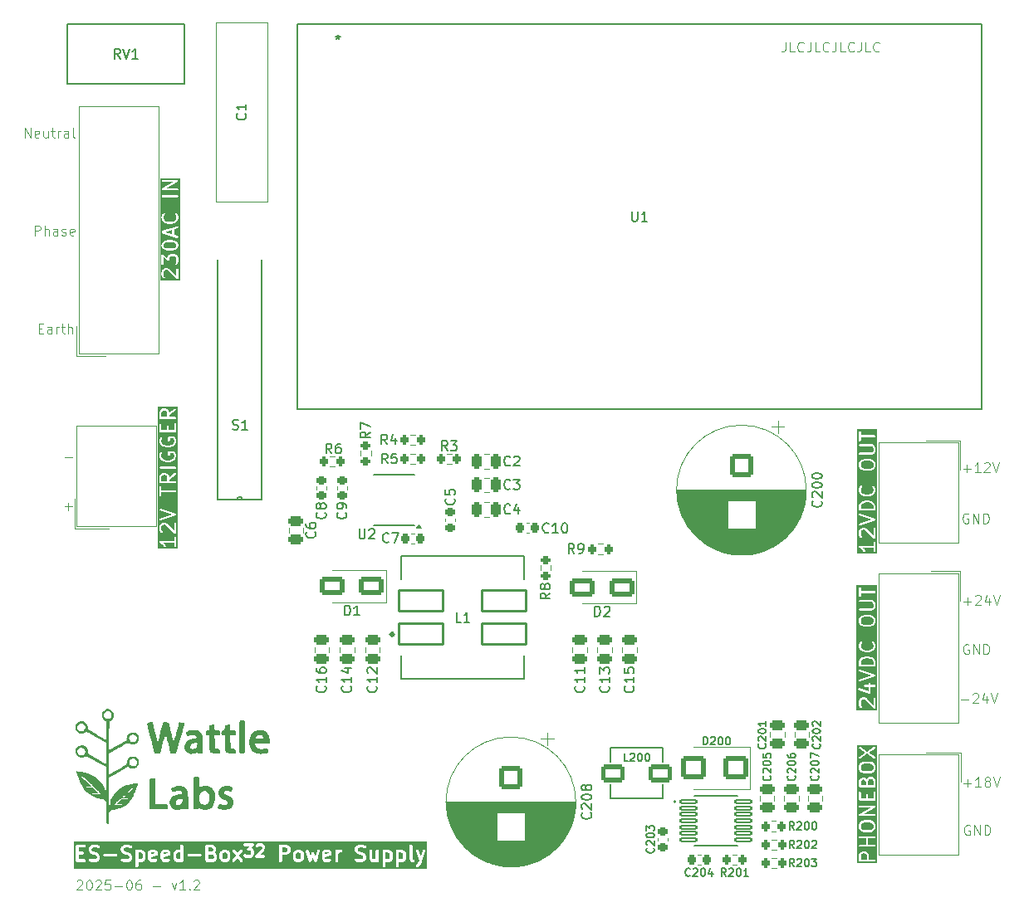
<source format=gbr>
%TF.GenerationSoftware,KiCad,Pcbnew,9.0.2*%
%TF.CreationDate,2025-06-19T15:47:43+12:00*%
%TF.ProjectId,ES-Speed-Box-Power,45532d53-7065-4656-942d-426f782d506f,rev?*%
%TF.SameCoordinates,Original*%
%TF.FileFunction,Legend,Top*%
%TF.FilePolarity,Positive*%
%FSLAX46Y46*%
G04 Gerber Fmt 4.6, Leading zero omitted, Abs format (unit mm)*
G04 Created by KiCad (PCBNEW 9.0.2) date 2025-06-19 15:47:43*
%MOMM*%
%LPD*%
G01*
G04 APERTURE LIST*
G04 Aperture macros list*
%AMRoundRect*
0 Rectangle with rounded corners*
0 $1 Rounding radius*
0 $2 $3 $4 $5 $6 $7 $8 $9 X,Y pos of 4 corners*
0 Add a 4 corners polygon primitive as box body*
4,1,4,$2,$3,$4,$5,$6,$7,$8,$9,$2,$3,0*
0 Add four circle primitives for the rounded corners*
1,1,$1+$1,$2,$3*
1,1,$1+$1,$4,$5*
1,1,$1+$1,$6,$7*
1,1,$1+$1,$8,$9*
0 Add four rect primitives between the rounded corners*
20,1,$1+$1,$2,$3,$4,$5,0*
20,1,$1+$1,$4,$5,$6,$7,0*
20,1,$1+$1,$6,$7,$8,$9,0*
20,1,$1+$1,$8,$9,$2,$3,0*%
G04 Aperture macros list end*
%ADD10C,0.100000*%
%ADD11C,0.300000*%
%ADD12C,0.150000*%
%ADD13C,0.200000*%
%ADD14C,0.120000*%
%ADD15C,0.127000*%
%ADD16C,0.000000*%
%ADD17C,0.152400*%
%ADD18C,0.010000*%
%ADD19RoundRect,0.250000X0.475000X-0.250000X0.475000X0.250000X-0.475000X0.250000X-0.475000X-0.250000X0*%
%ADD20RoundRect,0.225000X0.225000X0.250000X-0.225000X0.250000X-0.225000X-0.250000X0.225000X-0.250000X0*%
%ADD21RoundRect,0.225000X-0.250000X0.225000X-0.250000X-0.225000X0.250000X-0.225000X0.250000X0.225000X0*%
%ADD22RoundRect,0.250000X-0.475000X0.250000X-0.475000X-0.250000X0.475000X-0.250000X0.475000X0.250000X0*%
%ADD23RoundRect,0.250000X-0.250000X-0.475000X0.250000X-0.475000X0.250000X0.475000X-0.250000X0.475000X0*%
%ADD24R,3.000000X3.000000*%
%ADD25C,3.000000*%
%ADD26RoundRect,0.200000X0.200000X0.275000X-0.200000X0.275000X-0.200000X-0.275000X0.200000X-0.275000X0*%
%ADD27C,2.200000*%
%ADD28RoundRect,0.225000X-0.225000X-0.250000X0.225000X-0.250000X0.225000X0.250000X-0.225000X0.250000X0*%
%ADD29R,1.550000X0.600000*%
%ADD30R,2.600000X3.100000*%
%ADD31C,2.400000*%
%ADD32RoundRect,0.228000X-0.959000X-0.684000X0.959000X-0.684000X0.959000X0.684000X-0.959000X0.684000X0*%
%ADD33RoundRect,0.200000X-0.200000X-0.275000X0.200000X-0.275000X0.200000X0.275000X-0.200000X0.275000X0*%
%ADD34RoundRect,0.250001X-0.949999X0.949999X-0.949999X-0.949999X0.949999X-0.949999X0.949999X0.949999X0*%
%ADD35RoundRect,0.200000X-0.275000X0.200000X-0.275000X-0.200000X0.275000X-0.200000X0.275000X0.200000X0*%
%ADD36RoundRect,0.250000X1.000000X0.650000X-1.000000X0.650000X-1.000000X-0.650000X1.000000X-0.650000X0*%
%ADD37RoundRect,0.102000X-0.800000X-0.150000X0.800000X-0.150000X0.800000X0.150000X-0.800000X0.150000X0*%
%ADD38C,1.524000*%
%ADD39C,1.549400*%
%ADD40C,1.800000*%
%ADD41RoundRect,0.102000X2.250000X-1.075000X2.250000X1.075000X-2.250000X1.075000X-2.250000X-1.075000X0*%
%ADD42RoundRect,0.250000X1.000000X0.900000X-1.000000X0.900000X-1.000000X-0.900000X1.000000X-0.900000X0*%
G04 APERTURE END LIST*
D10*
X46407984Y-90561266D02*
X47169889Y-90561266D01*
X46788936Y-90942219D02*
X46788936Y-90180314D01*
X138677693Y-123120038D02*
X138582455Y-123072419D01*
X138582455Y-123072419D02*
X138439598Y-123072419D01*
X138439598Y-123072419D02*
X138296741Y-123120038D01*
X138296741Y-123120038D02*
X138201503Y-123215276D01*
X138201503Y-123215276D02*
X138153884Y-123310514D01*
X138153884Y-123310514D02*
X138106265Y-123500990D01*
X138106265Y-123500990D02*
X138106265Y-123643847D01*
X138106265Y-123643847D02*
X138153884Y-123834323D01*
X138153884Y-123834323D02*
X138201503Y-123929561D01*
X138201503Y-123929561D02*
X138296741Y-124024800D01*
X138296741Y-124024800D02*
X138439598Y-124072419D01*
X138439598Y-124072419D02*
X138534836Y-124072419D01*
X138534836Y-124072419D02*
X138677693Y-124024800D01*
X138677693Y-124024800D02*
X138725312Y-123977180D01*
X138725312Y-123977180D02*
X138725312Y-123643847D01*
X138725312Y-123643847D02*
X138534836Y-123643847D01*
X139153884Y-124072419D02*
X139153884Y-123072419D01*
X139153884Y-123072419D02*
X139725312Y-124072419D01*
X139725312Y-124072419D02*
X139725312Y-123072419D01*
X140201503Y-124072419D02*
X140201503Y-123072419D01*
X140201503Y-123072419D02*
X140439598Y-123072419D01*
X140439598Y-123072419D02*
X140582455Y-123120038D01*
X140582455Y-123120038D02*
X140677693Y-123215276D01*
X140677693Y-123215276D02*
X140725312Y-123310514D01*
X140725312Y-123310514D02*
X140772931Y-123500990D01*
X140772931Y-123500990D02*
X140772931Y-123643847D01*
X140772931Y-123643847D02*
X140725312Y-123834323D01*
X140725312Y-123834323D02*
X140677693Y-123929561D01*
X140677693Y-123929561D02*
X140582455Y-124024800D01*
X140582455Y-124024800D02*
X140439598Y-124072419D01*
X140439598Y-124072419D02*
X140201503Y-124072419D01*
X138053884Y-118791466D02*
X138815789Y-118791466D01*
X138434836Y-119172419D02*
X138434836Y-118410514D01*
X139815788Y-119172419D02*
X139244360Y-119172419D01*
X139530074Y-119172419D02*
X139530074Y-118172419D01*
X139530074Y-118172419D02*
X139434836Y-118315276D01*
X139434836Y-118315276D02*
X139339598Y-118410514D01*
X139339598Y-118410514D02*
X139244360Y-118458133D01*
X140387217Y-118600990D02*
X140291979Y-118553371D01*
X140291979Y-118553371D02*
X140244360Y-118505752D01*
X140244360Y-118505752D02*
X140196741Y-118410514D01*
X140196741Y-118410514D02*
X140196741Y-118362895D01*
X140196741Y-118362895D02*
X140244360Y-118267657D01*
X140244360Y-118267657D02*
X140291979Y-118220038D01*
X140291979Y-118220038D02*
X140387217Y-118172419D01*
X140387217Y-118172419D02*
X140577693Y-118172419D01*
X140577693Y-118172419D02*
X140672931Y-118220038D01*
X140672931Y-118220038D02*
X140720550Y-118267657D01*
X140720550Y-118267657D02*
X140768169Y-118362895D01*
X140768169Y-118362895D02*
X140768169Y-118410514D01*
X140768169Y-118410514D02*
X140720550Y-118505752D01*
X140720550Y-118505752D02*
X140672931Y-118553371D01*
X140672931Y-118553371D02*
X140577693Y-118600990D01*
X140577693Y-118600990D02*
X140387217Y-118600990D01*
X140387217Y-118600990D02*
X140291979Y-118648609D01*
X140291979Y-118648609D02*
X140244360Y-118696228D01*
X140244360Y-118696228D02*
X140196741Y-118791466D01*
X140196741Y-118791466D02*
X140196741Y-118981942D01*
X140196741Y-118981942D02*
X140244360Y-119077180D01*
X140244360Y-119077180D02*
X140291979Y-119124800D01*
X140291979Y-119124800D02*
X140387217Y-119172419D01*
X140387217Y-119172419D02*
X140577693Y-119172419D01*
X140577693Y-119172419D02*
X140672931Y-119124800D01*
X140672931Y-119124800D02*
X140720550Y-119077180D01*
X140720550Y-119077180D02*
X140768169Y-118981942D01*
X140768169Y-118981942D02*
X140768169Y-118791466D01*
X140768169Y-118791466D02*
X140720550Y-118696228D01*
X140720550Y-118696228D02*
X140672931Y-118648609D01*
X140672931Y-118648609D02*
X140577693Y-118600990D01*
X141053884Y-118172419D02*
X141387217Y-119172419D01*
X141387217Y-119172419D02*
X141720550Y-118172419D01*
X138003884Y-86691466D02*
X138765789Y-86691466D01*
X138384836Y-87072419D02*
X138384836Y-86310514D01*
X139765788Y-87072419D02*
X139194360Y-87072419D01*
X139480074Y-87072419D02*
X139480074Y-86072419D01*
X139480074Y-86072419D02*
X139384836Y-86215276D01*
X139384836Y-86215276D02*
X139289598Y-86310514D01*
X139289598Y-86310514D02*
X139194360Y-86358133D01*
X140146741Y-86167657D02*
X140194360Y-86120038D01*
X140194360Y-86120038D02*
X140289598Y-86072419D01*
X140289598Y-86072419D02*
X140527693Y-86072419D01*
X140527693Y-86072419D02*
X140622931Y-86120038D01*
X140622931Y-86120038D02*
X140670550Y-86167657D01*
X140670550Y-86167657D02*
X140718169Y-86262895D01*
X140718169Y-86262895D02*
X140718169Y-86358133D01*
X140718169Y-86358133D02*
X140670550Y-86500990D01*
X140670550Y-86500990D02*
X140099122Y-87072419D01*
X140099122Y-87072419D02*
X140718169Y-87072419D01*
X141003884Y-86072419D02*
X141337217Y-87072419D01*
X141337217Y-87072419D02*
X141670550Y-86072419D01*
X138053884Y-100241466D02*
X138815789Y-100241466D01*
X138434836Y-100622419D02*
X138434836Y-99860514D01*
X139244360Y-99717657D02*
X139291979Y-99670038D01*
X139291979Y-99670038D02*
X139387217Y-99622419D01*
X139387217Y-99622419D02*
X139625312Y-99622419D01*
X139625312Y-99622419D02*
X139720550Y-99670038D01*
X139720550Y-99670038D02*
X139768169Y-99717657D01*
X139768169Y-99717657D02*
X139815788Y-99812895D01*
X139815788Y-99812895D02*
X139815788Y-99908133D01*
X139815788Y-99908133D02*
X139768169Y-100050990D01*
X139768169Y-100050990D02*
X139196741Y-100622419D01*
X139196741Y-100622419D02*
X139815788Y-100622419D01*
X140672931Y-99955752D02*
X140672931Y-100622419D01*
X140434836Y-99574800D02*
X140196741Y-100289085D01*
X140196741Y-100289085D02*
X140815788Y-100289085D01*
X141053884Y-99622419D02*
X141387217Y-100622419D01*
X141387217Y-100622419D02*
X141720550Y-99622419D01*
X137803884Y-110241466D02*
X138565789Y-110241466D01*
X138994360Y-109717657D02*
X139041979Y-109670038D01*
X139041979Y-109670038D02*
X139137217Y-109622419D01*
X139137217Y-109622419D02*
X139375312Y-109622419D01*
X139375312Y-109622419D02*
X139470550Y-109670038D01*
X139470550Y-109670038D02*
X139518169Y-109717657D01*
X139518169Y-109717657D02*
X139565788Y-109812895D01*
X139565788Y-109812895D02*
X139565788Y-109908133D01*
X139565788Y-109908133D02*
X139518169Y-110050990D01*
X139518169Y-110050990D02*
X138946741Y-110622419D01*
X138946741Y-110622419D02*
X139565788Y-110622419D01*
X140422931Y-109955752D02*
X140422931Y-110622419D01*
X140184836Y-109574800D02*
X139946741Y-110289085D01*
X139946741Y-110289085D02*
X140565788Y-110289085D01*
X140803884Y-109622419D02*
X141137217Y-110622419D01*
X141137217Y-110622419D02*
X141470550Y-109622419D01*
X46407984Y-85561266D02*
X47169889Y-85561266D01*
D11*
G36*
X54258514Y-125895535D02*
G01*
X54295518Y-125932539D01*
X54340224Y-126021951D01*
X54340224Y-126379704D01*
X54295517Y-126469117D01*
X54258512Y-126506122D01*
X54169100Y-126550828D01*
X53954205Y-126550828D01*
X53925938Y-126536694D01*
X53925938Y-125864962D01*
X53954206Y-125850828D01*
X54169100Y-125850828D01*
X54258514Y-125895535D01*
G37*
G36*
X79472799Y-125895535D02*
G01*
X79509803Y-125932539D01*
X79554509Y-126021951D01*
X79554509Y-126379704D01*
X79509802Y-126469117D01*
X79472797Y-126506122D01*
X79383385Y-126550828D01*
X79168490Y-126550828D01*
X79140223Y-126536694D01*
X79140223Y-125864962D01*
X79168491Y-125850828D01*
X79383385Y-125850828D01*
X79472799Y-125895535D01*
G37*
G36*
X80829942Y-125895535D02*
G01*
X80866946Y-125932539D01*
X80911652Y-126021951D01*
X80911652Y-126379704D01*
X80866945Y-126469117D01*
X80829940Y-126506122D01*
X80740528Y-126550828D01*
X80525633Y-126550828D01*
X80497366Y-126536694D01*
X80497366Y-125864962D01*
X80525634Y-125850828D01*
X80740528Y-125850828D01*
X80829942Y-125895535D01*
G37*
G36*
X55592707Y-125884060D02*
G01*
X55618882Y-125936411D01*
X55211653Y-126017857D01*
X55211653Y-125950523D01*
X55244884Y-125884060D01*
X55311349Y-125850828D01*
X55526243Y-125850828D01*
X55592707Y-125884060D01*
G37*
G36*
X56878421Y-125884060D02*
G01*
X56904596Y-125936411D01*
X56497367Y-126017857D01*
X56497367Y-125950523D01*
X56530598Y-125884060D01*
X56597063Y-125850828D01*
X56811957Y-125850828D01*
X56878421Y-125884060D01*
G37*
G36*
X58197367Y-125864962D02*
G01*
X58197367Y-126536694D01*
X58169100Y-126550828D01*
X57954205Y-126550828D01*
X57864791Y-126506121D01*
X57827786Y-126469116D01*
X57783081Y-126379704D01*
X57783081Y-126021951D01*
X57827786Y-125932540D01*
X57864791Y-125895535D01*
X57954205Y-125850828D01*
X58169099Y-125850828D01*
X58197367Y-125864962D01*
G37*
G36*
X61552054Y-126117647D02*
G01*
X61581231Y-126146824D01*
X61625938Y-126236237D01*
X61625938Y-126379704D01*
X61581231Y-126469117D01*
X61544226Y-126506122D01*
X61454814Y-126550828D01*
X61068795Y-126550828D01*
X61068795Y-126065114D01*
X61394452Y-126065114D01*
X61552054Y-126117647D01*
G37*
G36*
X61472799Y-125395535D02*
G01*
X61509803Y-125432539D01*
X61554510Y-125521952D01*
X61554510Y-125593989D01*
X61509803Y-125683402D01*
X61472799Y-125720407D01*
X61383385Y-125765114D01*
X61068795Y-125765114D01*
X61068795Y-125350828D01*
X61383385Y-125350828D01*
X61472799Y-125395535D01*
G37*
G36*
X62901371Y-125895535D02*
G01*
X62938375Y-125932539D01*
X62983081Y-126021951D01*
X62983081Y-126379704D01*
X62938374Y-126469117D01*
X62901369Y-126506122D01*
X62811957Y-126550828D01*
X62668491Y-126550828D01*
X62579077Y-126506121D01*
X62542072Y-126469116D01*
X62497367Y-126379704D01*
X62497367Y-126021951D01*
X62542072Y-125932540D01*
X62579077Y-125895535D01*
X62668491Y-125850828D01*
X62811957Y-125850828D01*
X62901371Y-125895535D01*
G37*
G36*
X70401371Y-125895535D02*
G01*
X70438375Y-125932539D01*
X70483081Y-126021951D01*
X70483081Y-126379704D01*
X70438374Y-126469117D01*
X70401369Y-126506122D01*
X70311957Y-126550828D01*
X70168491Y-126550828D01*
X70079077Y-126506121D01*
X70042072Y-126469116D01*
X69997367Y-126379704D01*
X69997367Y-126021951D01*
X70042072Y-125932540D01*
X70079077Y-125895535D01*
X70168491Y-125850828D01*
X70311957Y-125850828D01*
X70401371Y-125895535D01*
G37*
G36*
X73306993Y-125884060D02*
G01*
X73333168Y-125936411D01*
X72925939Y-126017857D01*
X72925939Y-125950523D01*
X72959170Y-125884060D01*
X73025635Y-125850828D01*
X73240529Y-125850828D01*
X73306993Y-125884060D01*
G37*
G36*
X69044228Y-125395535D02*
G01*
X69081232Y-125432539D01*
X69125938Y-125521951D01*
X69125938Y-125665418D01*
X69081231Y-125754831D01*
X69044226Y-125791836D01*
X68954814Y-125836542D01*
X68568795Y-125836542D01*
X68568795Y-125350828D01*
X68954814Y-125350828D01*
X69044228Y-125395535D01*
G37*
G36*
X83376709Y-127516317D02*
G01*
X47387843Y-127516317D01*
X47387843Y-125200828D01*
X47554510Y-125200828D01*
X47554510Y-126700828D01*
X47557392Y-126730092D01*
X47579790Y-126784164D01*
X47621174Y-126825548D01*
X47675246Y-126847946D01*
X47704510Y-126850828D01*
X48418796Y-126850828D01*
X48448060Y-126847946D01*
X48502132Y-126825548D01*
X48543516Y-126784164D01*
X48565914Y-126730092D01*
X48565914Y-126671564D01*
X48543516Y-126617492D01*
X48502132Y-126576108D01*
X48448060Y-126553710D01*
X48418796Y-126550828D01*
X47854510Y-126550828D01*
X47854510Y-126065114D01*
X48204510Y-126065114D01*
X48233774Y-126062232D01*
X48287846Y-126039834D01*
X48329230Y-125998450D01*
X48351628Y-125944378D01*
X48351628Y-125885850D01*
X48329230Y-125831778D01*
X48287846Y-125790394D01*
X48233774Y-125767996D01*
X48204510Y-125765114D01*
X47854510Y-125765114D01*
X47854510Y-125486542D01*
X48840225Y-125486542D01*
X48840225Y-125629400D01*
X48843107Y-125658664D01*
X48845169Y-125663642D01*
X48845551Y-125669018D01*
X48856061Y-125696482D01*
X48927489Y-125839339D01*
X48935417Y-125851934D01*
X48936933Y-125855593D01*
X48940312Y-125859710D01*
X48943154Y-125864225D01*
X48946148Y-125866821D01*
X48955588Y-125878324D01*
X49027017Y-125949752D01*
X49038517Y-125959190D01*
X49041114Y-125962184D01*
X49045626Y-125965024D01*
X49049747Y-125968406D01*
X49053406Y-125969921D01*
X49066000Y-125977849D01*
X49208856Y-126049278D01*
X49210998Y-126050097D01*
X49211868Y-126050742D01*
X49224139Y-126055126D01*
X49236320Y-126059787D01*
X49237400Y-126059863D01*
X49239559Y-126060635D01*
X49509297Y-126128069D01*
X49615656Y-126181248D01*
X49652660Y-126218253D01*
X49697368Y-126307667D01*
X49697368Y-126379703D01*
X49652660Y-126469117D01*
X49615657Y-126506121D01*
X49526244Y-126550828D01*
X49228854Y-126550828D01*
X49037659Y-126487097D01*
X49008985Y-126480577D01*
X48950605Y-126484727D01*
X48898258Y-126510901D01*
X48859910Y-126555115D01*
X48841402Y-126610640D01*
X48845552Y-126669020D01*
X48871726Y-126721367D01*
X48915940Y-126759715D01*
X48942791Y-126771703D01*
X49157077Y-126843131D01*
X49171589Y-126846430D01*
X49175247Y-126847946D01*
X49180549Y-126848468D01*
X49185751Y-126849651D01*
X49189705Y-126849369D01*
X49204511Y-126850828D01*
X49561653Y-126850828D01*
X49590917Y-126847946D01*
X49595895Y-126845883D01*
X49601271Y-126845502D01*
X49628734Y-126834992D01*
X49771593Y-126763564D01*
X49784187Y-126755635D01*
X49787847Y-126754120D01*
X49791967Y-126750738D01*
X49796478Y-126747899D01*
X49799072Y-126744907D01*
X49810578Y-126735465D01*
X49882006Y-126664036D01*
X49891444Y-126652535D01*
X49894438Y-126649939D01*
X49897278Y-126645426D01*
X49900660Y-126641306D01*
X49902175Y-126637646D01*
X49910103Y-126625053D01*
X49981532Y-126482197D01*
X49992041Y-126454733D01*
X49992422Y-126449358D01*
X49994486Y-126444378D01*
X49997368Y-126415114D01*
X49997368Y-126272257D01*
X49994486Y-126242993D01*
X49992422Y-126238012D01*
X49992041Y-126232638D01*
X49981532Y-126205174D01*
X49929012Y-126100136D01*
X50343106Y-126100136D01*
X50343106Y-126158664D01*
X50365504Y-126212736D01*
X50406888Y-126254120D01*
X50460960Y-126276518D01*
X50490224Y-126279400D01*
X51633082Y-126279400D01*
X51662346Y-126276518D01*
X51716418Y-126254120D01*
X51757802Y-126212736D01*
X51780200Y-126158664D01*
X51780200Y-126100136D01*
X51757802Y-126046064D01*
X51716418Y-126004680D01*
X51662346Y-125982282D01*
X51633082Y-125979400D01*
X50490224Y-125979400D01*
X50460960Y-125982282D01*
X50406888Y-126004680D01*
X50365504Y-126046064D01*
X50343106Y-126100136D01*
X49929012Y-126100136D01*
X49910103Y-126062318D01*
X49902175Y-126049724D01*
X49900660Y-126046065D01*
X49897278Y-126041944D01*
X49894438Y-126037432D01*
X49891444Y-126034835D01*
X49882006Y-126023335D01*
X49810578Y-125951906D01*
X49799075Y-125942466D01*
X49796479Y-125939472D01*
X49791964Y-125936630D01*
X49787847Y-125933251D01*
X49784188Y-125931735D01*
X49771593Y-125923807D01*
X49628735Y-125852378D01*
X49626594Y-125851558D01*
X49625724Y-125850914D01*
X49613468Y-125846535D01*
X49601272Y-125841868D01*
X49600188Y-125841791D01*
X49598033Y-125841021D01*
X49328295Y-125773586D01*
X49221935Y-125720406D01*
X49184930Y-125683401D01*
X49140225Y-125593990D01*
X49140225Y-125521951D01*
X49157929Y-125486542D01*
X52125939Y-125486542D01*
X52125939Y-125629400D01*
X52128821Y-125658664D01*
X52130883Y-125663642D01*
X52131265Y-125669018D01*
X52141775Y-125696482D01*
X52213203Y-125839339D01*
X52221131Y-125851934D01*
X52222647Y-125855593D01*
X52226026Y-125859710D01*
X52228868Y-125864225D01*
X52231862Y-125866821D01*
X52241302Y-125878324D01*
X52312731Y-125949752D01*
X52324231Y-125959190D01*
X52326828Y-125962184D01*
X52331340Y-125965024D01*
X52335461Y-125968406D01*
X52339120Y-125969921D01*
X52351714Y-125977849D01*
X52494570Y-126049278D01*
X52496712Y-126050097D01*
X52497582Y-126050742D01*
X52509853Y-126055126D01*
X52522034Y-126059787D01*
X52523114Y-126059863D01*
X52525273Y-126060635D01*
X52795011Y-126128069D01*
X52901370Y-126181248D01*
X52938374Y-126218253D01*
X52983082Y-126307667D01*
X52983082Y-126379703D01*
X52938374Y-126469117D01*
X52901371Y-126506121D01*
X52811958Y-126550828D01*
X52514568Y-126550828D01*
X52323373Y-126487097D01*
X52294699Y-126480577D01*
X52236319Y-126484727D01*
X52183972Y-126510901D01*
X52145624Y-126555115D01*
X52127116Y-126610640D01*
X52131266Y-126669020D01*
X52157440Y-126721367D01*
X52201654Y-126759715D01*
X52228505Y-126771703D01*
X52442791Y-126843131D01*
X52457303Y-126846430D01*
X52460961Y-126847946D01*
X52466263Y-126848468D01*
X52471465Y-126849651D01*
X52475419Y-126849369D01*
X52490225Y-126850828D01*
X52847367Y-126850828D01*
X52876631Y-126847946D01*
X52881609Y-126845883D01*
X52886985Y-126845502D01*
X52914448Y-126834992D01*
X53057307Y-126763564D01*
X53069901Y-126755635D01*
X53073561Y-126754120D01*
X53077681Y-126750738D01*
X53082192Y-126747899D01*
X53084786Y-126744907D01*
X53096292Y-126735465D01*
X53167720Y-126664036D01*
X53177158Y-126652535D01*
X53180152Y-126649939D01*
X53182992Y-126645426D01*
X53186374Y-126641306D01*
X53187889Y-126637646D01*
X53195817Y-126625053D01*
X53267246Y-126482197D01*
X53277755Y-126454733D01*
X53278136Y-126449358D01*
X53280200Y-126444378D01*
X53283082Y-126415114D01*
X53283082Y-126272257D01*
X53280200Y-126242993D01*
X53278136Y-126238012D01*
X53277755Y-126232638D01*
X53267246Y-126205174D01*
X53195817Y-126062318D01*
X53187889Y-126049724D01*
X53186374Y-126046065D01*
X53182992Y-126041944D01*
X53180152Y-126037432D01*
X53177158Y-126034835D01*
X53167720Y-126023335D01*
X53096292Y-125951906D01*
X53084789Y-125942466D01*
X53082193Y-125939472D01*
X53077678Y-125936630D01*
X53073561Y-125933251D01*
X53069902Y-125931735D01*
X53057307Y-125923807D01*
X52914449Y-125852378D01*
X52912308Y-125851558D01*
X52911438Y-125850914D01*
X52899182Y-125846535D01*
X52886986Y-125841868D01*
X52885902Y-125841791D01*
X52883747Y-125841021D01*
X52614009Y-125773586D01*
X52507649Y-125720406D01*
X52488071Y-125700828D01*
X53625938Y-125700828D01*
X53625938Y-127200828D01*
X53628820Y-127230092D01*
X53651218Y-127284164D01*
X53692602Y-127325548D01*
X53746674Y-127347946D01*
X53805202Y-127347946D01*
X53859274Y-127325548D01*
X53900658Y-127284164D01*
X53923056Y-127230092D01*
X53925938Y-127200828D01*
X53925938Y-126850828D01*
X54204510Y-126850828D01*
X54233774Y-126847946D01*
X54238752Y-126845883D01*
X54244128Y-126845502D01*
X54271592Y-126834992D01*
X54414449Y-126763564D01*
X54427042Y-126755636D01*
X54430702Y-126754121D01*
X54434821Y-126750739D01*
X54439335Y-126747899D01*
X54441931Y-126744905D01*
X54453433Y-126735466D01*
X54524862Y-126664037D01*
X54534303Y-126652532D01*
X54537295Y-126649938D01*
X54540133Y-126645428D01*
X54543517Y-126641306D01*
X54545033Y-126637644D01*
X54552960Y-126625053D01*
X54624388Y-126482195D01*
X54634898Y-126454732D01*
X54635279Y-126449356D01*
X54637342Y-126444378D01*
X54640224Y-126415114D01*
X54640224Y-125986542D01*
X54637342Y-125957278D01*
X54635279Y-125952299D01*
X54634898Y-125946924D01*
X54624388Y-125919461D01*
X54622215Y-125915114D01*
X54911653Y-125915114D01*
X54911653Y-126486542D01*
X54914535Y-126515806D01*
X54916597Y-126520784D01*
X54916979Y-126526160D01*
X54927489Y-126553623D01*
X54998917Y-126696482D01*
X55001996Y-126701374D01*
X55002767Y-126703685D01*
X55005262Y-126706562D01*
X55014582Y-126721367D01*
X55028788Y-126733688D01*
X55041114Y-126747900D01*
X55055918Y-126757218D01*
X55058796Y-126759714D01*
X55061107Y-126760484D01*
X55066000Y-126763564D01*
X55208858Y-126834993D01*
X55236321Y-126845502D01*
X55241696Y-126845883D01*
X55246675Y-126847946D01*
X55275939Y-126850828D01*
X55561653Y-126850828D01*
X55590917Y-126847946D01*
X55595895Y-126845883D01*
X55601271Y-126845502D01*
X55628735Y-126834992D01*
X55771592Y-126763564D01*
X55796478Y-126747899D01*
X55834824Y-126703684D01*
X55853332Y-126648162D01*
X55849184Y-126589782D01*
X55823010Y-126537433D01*
X55778795Y-126499086D01*
X55723272Y-126480578D01*
X55664892Y-126484726D01*
X55637429Y-126495236D01*
X55526243Y-126550828D01*
X55311348Y-126550828D01*
X55244885Y-126517597D01*
X55211653Y-126451133D01*
X55211653Y-126323798D01*
X55805202Y-126205089D01*
X55805203Y-126205089D01*
X55805203Y-126205088D01*
X55805357Y-126205058D01*
X55833487Y-126196493D01*
X55845698Y-126188314D01*
X55859275Y-126182691D01*
X55869776Y-126172189D01*
X55882117Y-126163925D01*
X55890269Y-126151697D01*
X55900659Y-126141307D01*
X55906341Y-126127587D01*
X55914581Y-126115229D01*
X55917433Y-126100811D01*
X55923057Y-126087235D01*
X55925939Y-126057971D01*
X55925939Y-126057819D01*
X55925940Y-126057814D01*
X55925939Y-126057809D01*
X55925939Y-125915114D01*
X56197367Y-125915114D01*
X56197367Y-126486542D01*
X56200249Y-126515806D01*
X56202311Y-126520784D01*
X56202693Y-126526160D01*
X56213203Y-126553623D01*
X56284631Y-126696482D01*
X56287710Y-126701374D01*
X56288481Y-126703685D01*
X56290976Y-126706562D01*
X56300296Y-126721367D01*
X56314502Y-126733688D01*
X56326828Y-126747900D01*
X56341632Y-126757218D01*
X56344510Y-126759714D01*
X56346821Y-126760484D01*
X56351714Y-126763564D01*
X56494572Y-126834993D01*
X56522035Y-126845502D01*
X56527410Y-126845883D01*
X56532389Y-126847946D01*
X56561653Y-126850828D01*
X56847367Y-126850828D01*
X56876631Y-126847946D01*
X56881609Y-126845883D01*
X56886985Y-126845502D01*
X56914449Y-126834992D01*
X57057306Y-126763564D01*
X57082192Y-126747899D01*
X57120538Y-126703684D01*
X57139046Y-126648162D01*
X57134898Y-126589782D01*
X57108724Y-126537433D01*
X57064509Y-126499086D01*
X57008986Y-126480578D01*
X56950606Y-126484726D01*
X56923143Y-126495236D01*
X56811957Y-126550828D01*
X56597062Y-126550828D01*
X56530599Y-126517597D01*
X56497367Y-126451133D01*
X56497367Y-126323798D01*
X57090916Y-126205089D01*
X57090917Y-126205089D01*
X57090917Y-126205088D01*
X57091071Y-126205058D01*
X57119201Y-126196493D01*
X57131412Y-126188314D01*
X57144989Y-126182691D01*
X57155490Y-126172189D01*
X57167831Y-126163925D01*
X57175983Y-126151697D01*
X57186373Y-126141307D01*
X57192055Y-126127587D01*
X57200295Y-126115229D01*
X57203147Y-126100811D01*
X57208771Y-126087235D01*
X57211653Y-126057971D01*
X57211653Y-126057819D01*
X57211654Y-126057814D01*
X57211653Y-126057809D01*
X57211653Y-125986542D01*
X57483081Y-125986542D01*
X57483081Y-126415114D01*
X57485963Y-126444378D01*
X57488025Y-126449356D01*
X57488407Y-126454732D01*
X57498917Y-126482196D01*
X57570345Y-126625053D01*
X57578272Y-126637646D01*
X57579788Y-126641306D01*
X57583169Y-126645425D01*
X57586010Y-126649939D01*
X57589003Y-126652535D01*
X57598443Y-126664037D01*
X57669872Y-126735466D01*
X57681376Y-126744907D01*
X57683971Y-126747899D01*
X57688480Y-126750737D01*
X57692603Y-126754121D01*
X57696264Y-126755637D01*
X57708856Y-126763564D01*
X57851714Y-126834992D01*
X57879177Y-126845502D01*
X57884552Y-126845883D01*
X57889531Y-126847946D01*
X57918795Y-126850828D01*
X58204509Y-126850828D01*
X58233773Y-126847946D01*
X58238751Y-126845883D01*
X58244127Y-126845502D01*
X58271590Y-126834992D01*
X58278495Y-126831539D01*
X58318103Y-126847946D01*
X58376631Y-126847946D01*
X58430703Y-126825548D01*
X58472087Y-126784164D01*
X58494485Y-126730092D01*
X58497367Y-126700828D01*
X58497367Y-126100136D01*
X58914534Y-126100136D01*
X58914534Y-126158664D01*
X58936932Y-126212736D01*
X58978316Y-126254120D01*
X59032388Y-126276518D01*
X59061652Y-126279400D01*
X60204510Y-126279400D01*
X60233774Y-126276518D01*
X60287846Y-126254120D01*
X60329230Y-126212736D01*
X60351628Y-126158664D01*
X60351628Y-126100136D01*
X60329230Y-126046064D01*
X60287846Y-126004680D01*
X60233774Y-125982282D01*
X60204510Y-125979400D01*
X59061652Y-125979400D01*
X59032388Y-125982282D01*
X58978316Y-126004680D01*
X58936932Y-126046064D01*
X58914534Y-126100136D01*
X58497367Y-126100136D01*
X58497367Y-125200828D01*
X60768795Y-125200828D01*
X60768795Y-126700828D01*
X60771677Y-126730092D01*
X60794075Y-126784164D01*
X60835459Y-126825548D01*
X60889531Y-126847946D01*
X60918795Y-126850828D01*
X61490224Y-126850828D01*
X61519488Y-126847946D01*
X61524466Y-126845883D01*
X61529842Y-126845502D01*
X61557306Y-126834992D01*
X61700163Y-126763564D01*
X61712756Y-126755636D01*
X61716416Y-126754121D01*
X61720535Y-126750739D01*
X61725049Y-126747899D01*
X61727645Y-126744905D01*
X61739147Y-126735466D01*
X61810576Y-126664037D01*
X61820017Y-126652532D01*
X61823009Y-126649938D01*
X61825847Y-126645428D01*
X61829231Y-126641306D01*
X61830747Y-126637644D01*
X61838674Y-126625053D01*
X61910102Y-126482195D01*
X61920612Y-126454732D01*
X61920993Y-126449356D01*
X61923056Y-126444378D01*
X61925938Y-126415114D01*
X61925938Y-126200828D01*
X61923056Y-126171564D01*
X61920993Y-126166585D01*
X61920612Y-126161210D01*
X61910102Y-126133747D01*
X61838674Y-125990889D01*
X61835937Y-125986542D01*
X62197367Y-125986542D01*
X62197367Y-126415114D01*
X62200249Y-126444378D01*
X62202311Y-126449356D01*
X62202693Y-126454732D01*
X62213203Y-126482196D01*
X62284631Y-126625053D01*
X62292558Y-126637646D01*
X62294074Y-126641306D01*
X62297455Y-126645425D01*
X62300296Y-126649939D01*
X62303289Y-126652535D01*
X62312729Y-126664037D01*
X62384158Y-126735466D01*
X62395662Y-126744907D01*
X62398257Y-126747899D01*
X62402766Y-126750737D01*
X62406889Y-126754121D01*
X62410550Y-126755637D01*
X62423142Y-126763564D01*
X62566000Y-126834992D01*
X62593463Y-126845502D01*
X62598838Y-126845883D01*
X62603817Y-126847946D01*
X62633081Y-126850828D01*
X62847367Y-126850828D01*
X62876631Y-126847946D01*
X62881609Y-126845883D01*
X62886985Y-126845502D01*
X62914449Y-126834992D01*
X63057306Y-126763564D01*
X63069899Y-126755636D01*
X63073559Y-126754121D01*
X63077678Y-126750739D01*
X63082192Y-126747899D01*
X63084788Y-126744905D01*
X63096290Y-126735466D01*
X63167719Y-126664037D01*
X63177160Y-126652532D01*
X63180152Y-126649938D01*
X63182990Y-126645428D01*
X63186374Y-126641306D01*
X63187890Y-126637644D01*
X63195817Y-126625053D01*
X63267245Y-126482195D01*
X63277755Y-126454732D01*
X63278136Y-126449356D01*
X63280199Y-126444378D01*
X63283081Y-126415114D01*
X63283081Y-125986542D01*
X63280199Y-125957278D01*
X63278136Y-125952299D01*
X63277755Y-125946924D01*
X63267245Y-125919461D01*
X63195817Y-125776603D01*
X63187888Y-125764008D01*
X63186373Y-125760349D01*
X63182991Y-125756228D01*
X63180152Y-125751718D01*
X63177160Y-125749123D01*
X63167718Y-125737618D01*
X63142454Y-125712354D01*
X63483525Y-125712354D01*
X63499320Y-125768710D01*
X63515133Y-125793501D01*
X63835175Y-126200828D01*
X63515133Y-126608155D01*
X63499320Y-126632946D01*
X63483525Y-126689302D01*
X63490498Y-126747411D01*
X63519177Y-126798430D01*
X63565199Y-126834589D01*
X63621555Y-126850384D01*
X63679664Y-126843411D01*
X63730683Y-126814732D01*
X63751029Y-126793501D01*
X64025938Y-126443616D01*
X64300848Y-126793501D01*
X64321194Y-126814732D01*
X64372213Y-126843411D01*
X64430322Y-126850384D01*
X64486678Y-126834589D01*
X64532700Y-126798430D01*
X64561379Y-126747411D01*
X64568352Y-126689302D01*
X64552557Y-126632946D01*
X64536744Y-126608155D01*
X64216701Y-126200828D01*
X64536744Y-125793501D01*
X64552557Y-125768710D01*
X64568352Y-125712354D01*
X64561379Y-125654245D01*
X64532700Y-125603226D01*
X64486678Y-125567067D01*
X64430322Y-125551272D01*
X64372213Y-125558245D01*
X64321194Y-125586924D01*
X64300848Y-125608155D01*
X64025938Y-125958039D01*
X63751029Y-125608155D01*
X63730683Y-125586924D01*
X63679664Y-125558245D01*
X63621555Y-125551272D01*
X63565199Y-125567067D01*
X63519177Y-125603226D01*
X63490498Y-125654245D01*
X63483525Y-125712354D01*
X63142454Y-125712354D01*
X63096289Y-125666190D01*
X63084789Y-125656752D01*
X63082192Y-125653758D01*
X63077675Y-125650915D01*
X63073558Y-125647536D01*
X63069901Y-125646021D01*
X63057306Y-125638093D01*
X62914449Y-125566664D01*
X62886986Y-125556155D01*
X62881611Y-125555773D01*
X62876631Y-125553710D01*
X62847367Y-125550828D01*
X62633081Y-125550828D01*
X62603817Y-125553710D01*
X62598836Y-125555773D01*
X62593462Y-125556155D01*
X62565998Y-125566664D01*
X62423142Y-125638093D01*
X62410548Y-125646020D01*
X62406889Y-125647536D01*
X62402768Y-125650917D01*
X62398256Y-125653758D01*
X62395659Y-125656751D01*
X62384159Y-125666190D01*
X62312730Y-125737618D01*
X62303290Y-125749120D01*
X62300296Y-125751717D01*
X62297454Y-125756231D01*
X62294075Y-125760349D01*
X62292559Y-125764007D01*
X62284631Y-125776603D01*
X62213203Y-125919460D01*
X62202693Y-125946924D01*
X62202311Y-125952299D01*
X62200249Y-125957278D01*
X62197367Y-125986542D01*
X61835937Y-125986542D01*
X61830747Y-125978297D01*
X61829231Y-125974636D01*
X61825847Y-125970513D01*
X61823009Y-125966004D01*
X61820017Y-125963409D01*
X61810576Y-125951905D01*
X61739147Y-125880476D01*
X61737964Y-125879505D01*
X61739147Y-125878323D01*
X61748587Y-125866820D01*
X61751580Y-125864225D01*
X61754418Y-125859715D01*
X61757802Y-125855593D01*
X61759318Y-125851930D01*
X61767245Y-125839339D01*
X61838674Y-125696483D01*
X61849183Y-125669019D01*
X61849564Y-125663644D01*
X61851628Y-125658664D01*
X61854510Y-125629400D01*
X61854510Y-125486542D01*
X61851628Y-125457278D01*
X61849564Y-125452297D01*
X61849183Y-125446923D01*
X61838674Y-125419459D01*
X61767245Y-125276603D01*
X61759318Y-125264011D01*
X61757802Y-125260349D01*
X61754418Y-125256226D01*
X61751580Y-125251717D01*
X61748587Y-125249121D01*
X61739147Y-125237619D01*
X61667719Y-125166191D01*
X61656217Y-125156751D01*
X61653621Y-125153758D01*
X61649107Y-125150917D01*
X61644988Y-125147536D01*
X61641328Y-125146020D01*
X61628735Y-125138093D01*
X61485877Y-125066664D01*
X61458414Y-125056154D01*
X61453036Y-125055771D01*
X61448059Y-125053710D01*
X61418795Y-125050828D01*
X60918795Y-125050828D01*
X60889531Y-125053710D01*
X60835459Y-125076108D01*
X60794075Y-125117492D01*
X60771677Y-125171564D01*
X60768795Y-125200828D01*
X58497367Y-125200828D01*
X58494485Y-125171564D01*
X58472087Y-125117492D01*
X58430703Y-125076108D01*
X58376631Y-125053710D01*
X58318103Y-125053710D01*
X58264031Y-125076108D01*
X58222647Y-125117492D01*
X58200249Y-125171564D01*
X58197367Y-125200828D01*
X58197367Y-125550828D01*
X57918795Y-125550828D01*
X57889531Y-125553710D01*
X57884550Y-125555773D01*
X57879176Y-125556155D01*
X57851712Y-125566664D01*
X57708856Y-125638093D01*
X57696262Y-125646020D01*
X57692603Y-125647536D01*
X57688482Y-125650917D01*
X57683970Y-125653758D01*
X57681373Y-125656751D01*
X57669873Y-125666190D01*
X57598444Y-125737618D01*
X57589004Y-125749120D01*
X57586010Y-125751717D01*
X57583168Y-125756231D01*
X57579789Y-125760349D01*
X57578273Y-125764007D01*
X57570345Y-125776603D01*
X57498917Y-125919460D01*
X57488407Y-125946924D01*
X57488025Y-125952299D01*
X57485963Y-125957278D01*
X57483081Y-125986542D01*
X57211653Y-125986542D01*
X57211653Y-125915114D01*
X57208771Y-125885850D01*
X57206707Y-125880869D01*
X57206326Y-125875495D01*
X57195817Y-125848031D01*
X57124388Y-125705175D01*
X57121307Y-125700280D01*
X57120538Y-125697973D01*
X57118045Y-125695098D01*
X57108723Y-125680289D01*
X57094513Y-125667965D01*
X57082192Y-125653758D01*
X57067386Y-125644438D01*
X57064508Y-125641942D01*
X57062196Y-125641171D01*
X57057306Y-125638093D01*
X56914449Y-125566664D01*
X56886986Y-125556155D01*
X56881611Y-125555773D01*
X56876631Y-125553710D01*
X56847367Y-125550828D01*
X56561653Y-125550828D01*
X56532389Y-125553710D01*
X56527411Y-125555771D01*
X56522034Y-125556154D01*
X56494571Y-125566664D01*
X56351713Y-125638093D01*
X56346818Y-125641173D01*
X56344511Y-125641943D01*
X56341636Y-125644435D01*
X56326827Y-125653758D01*
X56314504Y-125667966D01*
X56300296Y-125680289D01*
X56290973Y-125695098D01*
X56288481Y-125697973D01*
X56287711Y-125700280D01*
X56284631Y-125705175D01*
X56213203Y-125848032D01*
X56202693Y-125875496D01*
X56202311Y-125880871D01*
X56200249Y-125885850D01*
X56197367Y-125915114D01*
X55925939Y-125915114D01*
X55923057Y-125885850D01*
X55920993Y-125880869D01*
X55920612Y-125875495D01*
X55910103Y-125848031D01*
X55838674Y-125705175D01*
X55835593Y-125700280D01*
X55834824Y-125697973D01*
X55832331Y-125695098D01*
X55823009Y-125680289D01*
X55808799Y-125667965D01*
X55796478Y-125653758D01*
X55781672Y-125644438D01*
X55778794Y-125641942D01*
X55776482Y-125641171D01*
X55771592Y-125638093D01*
X55628735Y-125566664D01*
X55601272Y-125556155D01*
X55595897Y-125555773D01*
X55590917Y-125553710D01*
X55561653Y-125550828D01*
X55275939Y-125550828D01*
X55246675Y-125553710D01*
X55241697Y-125555771D01*
X55236320Y-125556154D01*
X55208857Y-125566664D01*
X55065999Y-125638093D01*
X55061104Y-125641173D01*
X55058797Y-125641943D01*
X55055922Y-125644435D01*
X55041113Y-125653758D01*
X55028790Y-125667966D01*
X55014582Y-125680289D01*
X55005259Y-125695098D01*
X55002767Y-125697973D01*
X55001997Y-125700280D01*
X54998917Y-125705175D01*
X54927489Y-125848032D01*
X54916979Y-125875496D01*
X54916597Y-125880871D01*
X54914535Y-125885850D01*
X54911653Y-125915114D01*
X54622215Y-125915114D01*
X54552960Y-125776603D01*
X54545031Y-125764008D01*
X54543516Y-125760349D01*
X54540134Y-125756228D01*
X54537295Y-125751718D01*
X54534303Y-125749123D01*
X54524861Y-125737618D01*
X54453432Y-125666190D01*
X54441932Y-125656752D01*
X54439335Y-125653758D01*
X54434818Y-125650915D01*
X54430701Y-125647536D01*
X54427044Y-125646021D01*
X54414449Y-125638093D01*
X54271592Y-125566664D01*
X54244129Y-125556155D01*
X54238754Y-125555773D01*
X54233774Y-125553710D01*
X54204510Y-125550828D01*
X53918796Y-125550828D01*
X53889532Y-125553710D01*
X53884554Y-125555771D01*
X53879177Y-125556154D01*
X53851714Y-125566664D01*
X53844809Y-125570116D01*
X53805202Y-125553710D01*
X53746674Y-125553710D01*
X53692602Y-125576108D01*
X53651218Y-125617492D01*
X53628820Y-125671564D01*
X53625938Y-125700828D01*
X52488071Y-125700828D01*
X52470644Y-125683401D01*
X52425939Y-125593990D01*
X52425939Y-125521951D01*
X52470644Y-125432540D01*
X52507649Y-125395535D01*
X52597063Y-125350828D01*
X52894456Y-125350828D01*
X53085647Y-125414559D01*
X53114321Y-125421079D01*
X53172701Y-125416930D01*
X53225048Y-125390756D01*
X53263396Y-125346542D01*
X53281904Y-125291018D01*
X53277755Y-125232638D01*
X53251581Y-125180290D01*
X53207367Y-125141943D01*
X53180516Y-125129954D01*
X52966230Y-125058526D01*
X52951722Y-125055227D01*
X52948060Y-125053710D01*
X52942751Y-125053187D01*
X52937557Y-125052006D01*
X52933607Y-125052286D01*
X52918796Y-125050828D01*
X52561653Y-125050828D01*
X52532389Y-125053710D01*
X52527408Y-125055773D01*
X52522034Y-125056155D01*
X52494570Y-125066664D01*
X52351714Y-125138093D01*
X52339120Y-125146020D01*
X52335461Y-125147536D01*
X52331340Y-125150917D01*
X52326828Y-125153758D01*
X52324231Y-125156751D01*
X52312731Y-125166190D01*
X52241302Y-125237618D01*
X52231862Y-125249120D01*
X52228868Y-125251717D01*
X52226026Y-125256231D01*
X52222647Y-125260349D01*
X52221131Y-125264007D01*
X52213203Y-125276603D01*
X52141775Y-125419460D01*
X52131265Y-125446924D01*
X52130883Y-125452299D01*
X52128821Y-125457278D01*
X52125939Y-125486542D01*
X49157929Y-125486542D01*
X49184930Y-125432540D01*
X49221935Y-125395535D01*
X49311349Y-125350828D01*
X49608742Y-125350828D01*
X49799933Y-125414559D01*
X49828607Y-125421079D01*
X49886987Y-125416930D01*
X49939334Y-125390756D01*
X49977682Y-125346542D01*
X49996190Y-125291018D01*
X49992041Y-125232638D01*
X49965867Y-125180290D01*
X49921653Y-125141943D01*
X49894802Y-125129954D01*
X49680516Y-125058526D01*
X49666008Y-125055227D01*
X49662346Y-125053710D01*
X49657037Y-125053187D01*
X49651843Y-125052006D01*
X49647893Y-125052286D01*
X49633082Y-125050828D01*
X49275939Y-125050828D01*
X49246675Y-125053710D01*
X49241694Y-125055773D01*
X49236320Y-125056155D01*
X49208856Y-125066664D01*
X49066000Y-125138093D01*
X49053406Y-125146020D01*
X49049747Y-125147536D01*
X49045626Y-125150917D01*
X49041114Y-125153758D01*
X49038517Y-125156751D01*
X49027017Y-125166190D01*
X48955588Y-125237618D01*
X48946148Y-125249120D01*
X48943154Y-125251717D01*
X48940312Y-125256231D01*
X48936933Y-125260349D01*
X48935417Y-125264007D01*
X48927489Y-125276603D01*
X48856061Y-125419460D01*
X48845551Y-125446924D01*
X48845169Y-125452299D01*
X48843107Y-125457278D01*
X48840225Y-125486542D01*
X47854510Y-125486542D01*
X47854510Y-125350828D01*
X48418796Y-125350828D01*
X48448060Y-125347946D01*
X48502132Y-125325548D01*
X48543516Y-125284164D01*
X48565914Y-125230092D01*
X48565914Y-125171564D01*
X48543516Y-125117492D01*
X48502132Y-125076108D01*
X48448060Y-125053710D01*
X48418796Y-125050828D01*
X47704510Y-125050828D01*
X47675246Y-125053710D01*
X47621174Y-125076108D01*
X47579790Y-125117492D01*
X47557392Y-125171564D01*
X47554510Y-125200828D01*
X47387843Y-125200828D01*
X47387843Y-125037278D01*
X64657392Y-125037278D01*
X64657392Y-125095806D01*
X64679790Y-125149878D01*
X64721174Y-125191262D01*
X64775246Y-125213660D01*
X64804510Y-125216542D01*
X65216801Y-125216542D01*
X65034480Y-125424909D01*
X65025436Y-125437559D01*
X65022647Y-125440349D01*
X65021550Y-125442994D01*
X65017379Y-125448831D01*
X65009572Y-125471912D01*
X65000249Y-125494421D01*
X65000249Y-125499480D01*
X64998628Y-125504273D01*
X65000249Y-125528582D01*
X65000249Y-125552949D01*
X65002185Y-125557624D01*
X65002522Y-125562669D01*
X65013320Y-125584504D01*
X65022647Y-125607021D01*
X65026223Y-125610597D01*
X65028466Y-125615132D01*
X65046801Y-125631175D01*
X65064031Y-125648405D01*
X65068705Y-125650341D01*
X65072513Y-125653673D01*
X65095594Y-125661479D01*
X65118103Y-125670803D01*
X65125240Y-125671505D01*
X65127955Y-125672424D01*
X65131894Y-125672161D01*
X65147367Y-125673685D01*
X65283386Y-125673685D01*
X65344227Y-125704105D01*
X65366945Y-125726824D01*
X65397367Y-125787667D01*
X65397367Y-126002561D01*
X65366945Y-126063403D01*
X65344227Y-126086122D01*
X65283386Y-126116542D01*
X65011349Y-126116542D01*
X64950505Y-126086120D01*
X64910576Y-126046191D01*
X64887845Y-126027536D01*
X64833773Y-126005139D01*
X64775247Y-126005139D01*
X64721175Y-126027536D01*
X64679789Y-126068922D01*
X64657392Y-126122994D01*
X64657392Y-126181520D01*
X64679789Y-126235592D01*
X64698444Y-126258323D01*
X64755587Y-126315466D01*
X64767090Y-126324906D01*
X64769686Y-126327900D01*
X64774196Y-126330739D01*
X64778317Y-126334121D01*
X64781977Y-126335637D01*
X64794572Y-126343565D01*
X64908858Y-126400706D01*
X64936321Y-126411216D01*
X64941696Y-126411597D01*
X64946675Y-126413660D01*
X64975939Y-126416542D01*
X65318796Y-126416542D01*
X65348060Y-126413660D01*
X65353038Y-126411597D01*
X65358414Y-126411216D01*
X65385877Y-126400707D01*
X65500163Y-126343565D01*
X65512761Y-126335634D01*
X65516418Y-126334120D01*
X65520534Y-126330742D01*
X65525049Y-126327900D01*
X65527646Y-126324904D01*
X65539149Y-126315465D01*
X65596291Y-126258322D01*
X65605729Y-126246820D01*
X65608723Y-126244225D01*
X65611563Y-126239712D01*
X65613561Y-126237278D01*
X65800249Y-126237278D01*
X65800249Y-126295806D01*
X65804538Y-126306160D01*
X65822646Y-126349877D01*
X65864032Y-126391263D01*
X65895706Y-126404382D01*
X65918103Y-126413660D01*
X65947367Y-126416542D01*
X66690224Y-126416542D01*
X66719488Y-126413660D01*
X66773560Y-126391262D01*
X66814944Y-126349878D01*
X66837342Y-126295806D01*
X66837342Y-126237278D01*
X66814944Y-126183206D01*
X66773560Y-126141822D01*
X66719488Y-126119424D01*
X66690224Y-126116542D01*
X66309499Y-126116542D01*
X66739147Y-125686894D01*
X66757802Y-125664163D01*
X66759864Y-125659183D01*
X66763395Y-125655113D01*
X66775383Y-125628262D01*
X66832526Y-125456834D01*
X66835824Y-125442326D01*
X66837342Y-125438664D01*
X66837864Y-125433355D01*
X66839046Y-125428161D01*
X66838765Y-125424211D01*
X66840224Y-125409400D01*
X66840224Y-125295114D01*
X66837342Y-125265850D01*
X66835279Y-125260871D01*
X66834898Y-125255496D01*
X66824388Y-125228032D01*
X66810786Y-125200828D01*
X68268795Y-125200828D01*
X68268795Y-126700828D01*
X68271677Y-126730092D01*
X68294075Y-126784164D01*
X68335459Y-126825548D01*
X68389531Y-126847946D01*
X68448059Y-126847946D01*
X68502131Y-126825548D01*
X68543515Y-126784164D01*
X68565913Y-126730092D01*
X68568795Y-126700828D01*
X68568795Y-126136542D01*
X68990224Y-126136542D01*
X69019488Y-126133660D01*
X69024466Y-126131597D01*
X69029842Y-126131216D01*
X69057306Y-126120706D01*
X69200163Y-126049278D01*
X69212756Y-126041350D01*
X69216416Y-126039835D01*
X69220535Y-126036453D01*
X69225049Y-126033613D01*
X69227645Y-126030619D01*
X69239147Y-126021180D01*
X69273785Y-125986542D01*
X69697367Y-125986542D01*
X69697367Y-126415114D01*
X69700249Y-126444378D01*
X69702311Y-126449356D01*
X69702693Y-126454732D01*
X69713203Y-126482196D01*
X69784631Y-126625053D01*
X69792558Y-126637646D01*
X69794074Y-126641306D01*
X69797455Y-126645425D01*
X69800296Y-126649939D01*
X69803289Y-126652535D01*
X69812729Y-126664037D01*
X69884158Y-126735466D01*
X69895662Y-126744907D01*
X69898257Y-126747899D01*
X69902766Y-126750737D01*
X69906889Y-126754121D01*
X69910550Y-126755637D01*
X69923142Y-126763564D01*
X70066000Y-126834992D01*
X70093463Y-126845502D01*
X70098838Y-126845883D01*
X70103817Y-126847946D01*
X70133081Y-126850828D01*
X70347367Y-126850828D01*
X70376631Y-126847946D01*
X70381609Y-126845883D01*
X70386985Y-126845502D01*
X70414449Y-126834992D01*
X70557306Y-126763564D01*
X70569899Y-126755636D01*
X70573559Y-126754121D01*
X70577678Y-126750739D01*
X70582192Y-126747899D01*
X70584788Y-126744905D01*
X70596290Y-126735466D01*
X70667719Y-126664037D01*
X70677160Y-126652532D01*
X70680152Y-126649938D01*
X70682990Y-126645428D01*
X70686374Y-126641306D01*
X70687890Y-126637644D01*
X70695817Y-126625053D01*
X70767245Y-126482195D01*
X70777755Y-126454732D01*
X70778136Y-126449356D01*
X70780199Y-126444378D01*
X70783081Y-126415114D01*
X70783081Y-125986542D01*
X70780199Y-125957278D01*
X70778136Y-125952299D01*
X70777755Y-125946924D01*
X70767245Y-125919461D01*
X70695817Y-125776603D01*
X70687888Y-125764008D01*
X70686373Y-125760349D01*
X70682991Y-125756228D01*
X70680152Y-125751718D01*
X70677160Y-125749123D01*
X70667718Y-125737618D01*
X70643206Y-125713106D01*
X70983584Y-125713106D01*
X70988852Y-125742036D01*
X71274567Y-126742036D01*
X71285378Y-126769383D01*
X71291331Y-126776882D01*
X71295101Y-126785677D01*
X71309367Y-126799600D01*
X71321769Y-126815221D01*
X71330137Y-126819870D01*
X71336987Y-126826555D01*
X71355497Y-126833959D01*
X71372930Y-126843644D01*
X71382441Y-126844736D01*
X71391329Y-126848292D01*
X71411264Y-126848048D01*
X71431075Y-126850325D01*
X71440280Y-126847694D01*
X71449852Y-126847578D01*
X71468175Y-126839724D01*
X71487351Y-126834246D01*
X71494850Y-126828292D01*
X71503645Y-126824523D01*
X71517568Y-126810256D01*
X71533189Y-126797855D01*
X71537837Y-126789487D01*
X71544523Y-126782637D01*
X71558068Y-126756537D01*
X71704509Y-126390430D01*
X71850952Y-126756536D01*
X71864497Y-126782637D01*
X71871182Y-126789487D01*
X71875831Y-126797855D01*
X71891447Y-126810252D01*
X71905374Y-126824523D01*
X71914172Y-126828293D01*
X71921670Y-126834246D01*
X71940845Y-126839724D01*
X71959168Y-126847577D01*
X71968737Y-126847693D01*
X71977946Y-126850325D01*
X71997755Y-126848048D01*
X72017691Y-126848292D01*
X72026581Y-126844735D01*
X72036090Y-126843643D01*
X72053517Y-126833961D01*
X72072033Y-126826555D01*
X72078883Y-126819869D01*
X72087251Y-126815221D01*
X72099651Y-126799601D01*
X72113919Y-126785677D01*
X72117688Y-126776880D01*
X72123642Y-126769382D01*
X72134453Y-126742036D01*
X72370716Y-125915114D01*
X72625939Y-125915114D01*
X72625939Y-126486542D01*
X72628821Y-126515806D01*
X72630883Y-126520784D01*
X72631265Y-126526160D01*
X72641775Y-126553623D01*
X72713203Y-126696482D01*
X72716282Y-126701374D01*
X72717053Y-126703685D01*
X72719548Y-126706562D01*
X72728868Y-126721367D01*
X72743074Y-126733688D01*
X72755400Y-126747900D01*
X72770204Y-126757218D01*
X72773082Y-126759714D01*
X72775393Y-126760484D01*
X72780286Y-126763564D01*
X72923144Y-126834993D01*
X72950607Y-126845502D01*
X72955982Y-126845883D01*
X72960961Y-126847946D01*
X72990225Y-126850828D01*
X73275939Y-126850828D01*
X73305203Y-126847946D01*
X73310181Y-126845883D01*
X73315557Y-126845502D01*
X73343021Y-126834992D01*
X73485878Y-126763564D01*
X73510764Y-126747899D01*
X73549110Y-126703684D01*
X73567618Y-126648162D01*
X73563470Y-126589782D01*
X73537296Y-126537433D01*
X73493081Y-126499086D01*
X73437558Y-126480578D01*
X73379178Y-126484726D01*
X73351715Y-126495236D01*
X73240529Y-126550828D01*
X73025634Y-126550828D01*
X72959171Y-126517597D01*
X72925939Y-126451133D01*
X72925939Y-126323798D01*
X73519488Y-126205089D01*
X73519489Y-126205089D01*
X73519489Y-126205088D01*
X73519643Y-126205058D01*
X73547773Y-126196493D01*
X73559984Y-126188314D01*
X73573561Y-126182691D01*
X73584062Y-126172189D01*
X73596403Y-126163925D01*
X73604555Y-126151697D01*
X73614945Y-126141307D01*
X73620627Y-126127587D01*
X73628867Y-126115229D01*
X73631719Y-126100811D01*
X73637343Y-126087235D01*
X73640225Y-126057971D01*
X73640225Y-126057819D01*
X73640226Y-126057814D01*
X73640225Y-126057809D01*
X73640225Y-125915114D01*
X73637343Y-125885850D01*
X73635279Y-125880869D01*
X73634898Y-125875495D01*
X73624389Y-125848031D01*
X73552960Y-125705175D01*
X73550224Y-125700828D01*
X73983081Y-125700828D01*
X73983081Y-126700828D01*
X73985963Y-126730092D01*
X74008361Y-126784164D01*
X74049745Y-126825548D01*
X74103817Y-126847946D01*
X74162345Y-126847946D01*
X74216417Y-126825548D01*
X74257801Y-126784164D01*
X74280199Y-126730092D01*
X74283081Y-126700828D01*
X74283081Y-126021952D01*
X74327788Y-125932538D01*
X74364792Y-125895535D01*
X74454206Y-125850828D01*
X74561653Y-125850828D01*
X74590917Y-125847946D01*
X74644989Y-125825548D01*
X74686373Y-125784164D01*
X74708771Y-125730092D01*
X74708771Y-125671564D01*
X74686373Y-125617492D01*
X74644989Y-125576108D01*
X74590917Y-125553710D01*
X74561653Y-125550828D01*
X74418796Y-125550828D01*
X74389532Y-125553710D01*
X74384551Y-125555773D01*
X74379177Y-125556155D01*
X74351713Y-125566664D01*
X74255220Y-125614911D01*
X74216417Y-125576108D01*
X74162345Y-125553710D01*
X74103817Y-125553710D01*
X74049745Y-125576108D01*
X74008361Y-125617492D01*
X73985963Y-125671564D01*
X73983081Y-125700828D01*
X73550224Y-125700828D01*
X73549879Y-125700280D01*
X73549110Y-125697973D01*
X73546617Y-125695098D01*
X73537295Y-125680289D01*
X73523085Y-125667965D01*
X73510764Y-125653758D01*
X73495958Y-125644438D01*
X73493080Y-125641942D01*
X73490768Y-125641171D01*
X73485878Y-125638093D01*
X73343021Y-125566664D01*
X73315558Y-125556155D01*
X73310183Y-125555773D01*
X73305203Y-125553710D01*
X73275939Y-125550828D01*
X72990225Y-125550828D01*
X72960961Y-125553710D01*
X72955983Y-125555771D01*
X72950606Y-125556154D01*
X72923143Y-125566664D01*
X72780285Y-125638093D01*
X72775390Y-125641173D01*
X72773083Y-125641943D01*
X72770208Y-125644435D01*
X72755399Y-125653758D01*
X72743076Y-125667966D01*
X72728868Y-125680289D01*
X72719545Y-125695098D01*
X72717053Y-125697973D01*
X72716283Y-125700280D01*
X72713203Y-125705175D01*
X72641775Y-125848032D01*
X72631265Y-125875496D01*
X72630883Y-125880871D01*
X72628821Y-125885850D01*
X72625939Y-125915114D01*
X72370716Y-125915114D01*
X72420167Y-125742036D01*
X72425435Y-125713106D01*
X72418754Y-125654961D01*
X72390331Y-125603800D01*
X72344493Y-125567410D01*
X72288216Y-125551331D01*
X72230072Y-125558012D01*
X72178911Y-125586435D01*
X72142520Y-125632273D01*
X72131710Y-125659620D01*
X71966537Y-126237722D01*
X71843782Y-125930833D01*
X71830237Y-125904733D01*
X71828936Y-125903400D01*
X71828205Y-125901693D01*
X71808545Y-125882506D01*
X71789359Y-125862847D01*
X71787651Y-125862114D01*
X71786319Y-125860815D01*
X71760811Y-125850611D01*
X71735566Y-125839792D01*
X71733705Y-125839769D01*
X71731977Y-125839078D01*
X71704529Y-125839413D01*
X71677043Y-125839078D01*
X71675312Y-125839770D01*
X71673454Y-125839793D01*
X71648219Y-125850607D01*
X71622701Y-125860815D01*
X71621369Y-125862114D01*
X71619660Y-125862847D01*
X71600463Y-125882517D01*
X71580815Y-125901693D01*
X71580083Y-125903400D01*
X71578783Y-125904733D01*
X71565238Y-125930834D01*
X71442482Y-126237722D01*
X71277310Y-125659620D01*
X71266499Y-125632273D01*
X71230108Y-125586435D01*
X71178947Y-125558013D01*
X71120803Y-125551331D01*
X71064526Y-125567410D01*
X71018688Y-125603801D01*
X70990266Y-125654962D01*
X70983584Y-125713106D01*
X70643206Y-125713106D01*
X70596289Y-125666190D01*
X70584789Y-125656752D01*
X70582192Y-125653758D01*
X70577675Y-125650915D01*
X70573558Y-125647536D01*
X70569901Y-125646021D01*
X70557306Y-125638093D01*
X70414449Y-125566664D01*
X70386986Y-125556155D01*
X70381611Y-125555773D01*
X70376631Y-125553710D01*
X70347367Y-125550828D01*
X70133081Y-125550828D01*
X70103817Y-125553710D01*
X70098836Y-125555773D01*
X70093462Y-125556155D01*
X70065998Y-125566664D01*
X69923142Y-125638093D01*
X69910548Y-125646020D01*
X69906889Y-125647536D01*
X69902768Y-125650917D01*
X69898256Y-125653758D01*
X69895659Y-125656751D01*
X69884159Y-125666190D01*
X69812730Y-125737618D01*
X69803290Y-125749120D01*
X69800296Y-125751717D01*
X69797454Y-125756231D01*
X69794075Y-125760349D01*
X69792559Y-125764007D01*
X69784631Y-125776603D01*
X69713203Y-125919460D01*
X69702693Y-125946924D01*
X69702311Y-125952299D01*
X69700249Y-125957278D01*
X69697367Y-125986542D01*
X69273785Y-125986542D01*
X69310576Y-125949751D01*
X69320017Y-125938246D01*
X69323009Y-125935652D01*
X69325847Y-125931142D01*
X69329231Y-125927020D01*
X69330747Y-125923358D01*
X69338674Y-125910767D01*
X69410102Y-125767909D01*
X69420612Y-125740446D01*
X69420993Y-125735070D01*
X69423056Y-125730092D01*
X69425938Y-125700828D01*
X69425938Y-125486542D01*
X75983081Y-125486542D01*
X75983081Y-125629400D01*
X75985963Y-125658664D01*
X75988025Y-125663642D01*
X75988407Y-125669018D01*
X75998917Y-125696482D01*
X76070345Y-125839339D01*
X76078273Y-125851934D01*
X76079789Y-125855593D01*
X76083168Y-125859710D01*
X76086010Y-125864225D01*
X76089004Y-125866821D01*
X76098444Y-125878324D01*
X76169873Y-125949752D01*
X76181373Y-125959190D01*
X76183970Y-125962184D01*
X76188482Y-125965024D01*
X76192603Y-125968406D01*
X76196262Y-125969921D01*
X76208856Y-125977849D01*
X76351712Y-126049278D01*
X76353854Y-126050097D01*
X76354724Y-126050742D01*
X76366995Y-126055126D01*
X76379176Y-126059787D01*
X76380256Y-126059863D01*
X76382415Y-126060635D01*
X76652153Y-126128069D01*
X76758512Y-126181248D01*
X76795516Y-126218253D01*
X76840224Y-126307667D01*
X76840224Y-126379703D01*
X76795516Y-126469117D01*
X76758513Y-126506121D01*
X76669100Y-126550828D01*
X76371710Y-126550828D01*
X76180515Y-126487097D01*
X76151841Y-126480577D01*
X76093461Y-126484727D01*
X76041114Y-126510901D01*
X76002766Y-126555115D01*
X75984258Y-126610640D01*
X75988408Y-126669020D01*
X76014582Y-126721367D01*
X76058796Y-126759715D01*
X76085647Y-126771703D01*
X76299933Y-126843131D01*
X76314445Y-126846430D01*
X76318103Y-126847946D01*
X76323405Y-126848468D01*
X76328607Y-126849651D01*
X76332561Y-126849369D01*
X76347367Y-126850828D01*
X76704509Y-126850828D01*
X76733773Y-126847946D01*
X76738751Y-126845883D01*
X76744127Y-126845502D01*
X76771590Y-126834992D01*
X76914449Y-126763564D01*
X76927043Y-126755635D01*
X76930703Y-126754120D01*
X76934823Y-126750738D01*
X76939334Y-126747899D01*
X76941928Y-126744907D01*
X76953434Y-126735465D01*
X77024862Y-126664036D01*
X77034300Y-126652535D01*
X77037294Y-126649939D01*
X77040134Y-126645426D01*
X77043516Y-126641306D01*
X77045031Y-126637646D01*
X77052959Y-126625053D01*
X77124388Y-126482197D01*
X77134897Y-126454733D01*
X77135278Y-126449358D01*
X77137342Y-126444378D01*
X77140224Y-126415114D01*
X77140224Y-126272257D01*
X77137342Y-126242993D01*
X77135278Y-126238012D01*
X77134897Y-126232638D01*
X77124388Y-126205174D01*
X77052959Y-126062318D01*
X77045031Y-126049724D01*
X77043516Y-126046065D01*
X77040134Y-126041944D01*
X77037294Y-126037432D01*
X77034300Y-126034835D01*
X77024862Y-126023335D01*
X76953434Y-125951906D01*
X76941931Y-125942466D01*
X76939335Y-125939472D01*
X76934820Y-125936630D01*
X76930703Y-125933251D01*
X76927044Y-125931735D01*
X76914449Y-125923807D01*
X76771591Y-125852378D01*
X76769450Y-125851558D01*
X76768580Y-125850914D01*
X76756324Y-125846535D01*
X76744128Y-125841868D01*
X76743044Y-125841791D01*
X76740889Y-125841021D01*
X76471151Y-125773586D01*
X76364791Y-125720406D01*
X76345213Y-125700828D01*
X77483080Y-125700828D01*
X77483080Y-126486542D01*
X77485962Y-126515806D01*
X77488023Y-126520783D01*
X77488406Y-126526161D01*
X77498916Y-126553624D01*
X77570345Y-126696482D01*
X77573425Y-126701376D01*
X77574195Y-126703684D01*
X77576687Y-126706557D01*
X77586010Y-126721368D01*
X77600221Y-126733692D01*
X77612542Y-126747899D01*
X77627349Y-126757220D01*
X77630225Y-126759714D01*
X77632533Y-126760483D01*
X77637427Y-126763564D01*
X77780285Y-126834992D01*
X77807748Y-126845502D01*
X77813123Y-126845883D01*
X77818102Y-126847946D01*
X77847366Y-126850828D01*
X78061652Y-126850828D01*
X78090916Y-126847946D01*
X78095894Y-126845883D01*
X78101270Y-126845502D01*
X78128734Y-126834992D01*
X78177608Y-126810554D01*
X78192602Y-126825548D01*
X78246674Y-126847946D01*
X78305202Y-126847946D01*
X78359274Y-126825548D01*
X78400658Y-126784164D01*
X78423056Y-126730092D01*
X78425938Y-126700828D01*
X78425938Y-125700828D01*
X78840223Y-125700828D01*
X78840223Y-127200828D01*
X78843105Y-127230092D01*
X78865503Y-127284164D01*
X78906887Y-127325548D01*
X78960959Y-127347946D01*
X79019487Y-127347946D01*
X79073559Y-127325548D01*
X79114943Y-127284164D01*
X79137341Y-127230092D01*
X79140223Y-127200828D01*
X79140223Y-126850828D01*
X79418795Y-126850828D01*
X79448059Y-126847946D01*
X79453037Y-126845883D01*
X79458413Y-126845502D01*
X79485877Y-126834992D01*
X79628734Y-126763564D01*
X79641327Y-126755636D01*
X79644987Y-126754121D01*
X79649106Y-126750739D01*
X79653620Y-126747899D01*
X79656216Y-126744905D01*
X79667718Y-126735466D01*
X79739147Y-126664037D01*
X79748588Y-126652532D01*
X79751580Y-126649938D01*
X79754418Y-126645428D01*
X79757802Y-126641306D01*
X79759318Y-126637644D01*
X79767245Y-126625053D01*
X79838673Y-126482195D01*
X79849183Y-126454732D01*
X79849564Y-126449356D01*
X79851627Y-126444378D01*
X79854509Y-126415114D01*
X79854509Y-125986542D01*
X79851627Y-125957278D01*
X79849564Y-125952299D01*
X79849183Y-125946924D01*
X79838673Y-125919461D01*
X79767245Y-125776603D01*
X79759316Y-125764008D01*
X79757801Y-125760349D01*
X79754419Y-125756228D01*
X79751580Y-125751718D01*
X79748588Y-125749123D01*
X79739146Y-125737618D01*
X79702355Y-125700828D01*
X80197366Y-125700828D01*
X80197366Y-127200828D01*
X80200248Y-127230092D01*
X80222646Y-127284164D01*
X80264030Y-127325548D01*
X80318102Y-127347946D01*
X80376630Y-127347946D01*
X80430702Y-127325548D01*
X80472086Y-127284164D01*
X80494484Y-127230092D01*
X80497366Y-127200828D01*
X80497366Y-127182066D01*
X82198544Y-127182066D01*
X82202692Y-127240446D01*
X82228867Y-127292795D01*
X82273082Y-127331142D01*
X82328604Y-127349650D01*
X82386984Y-127345502D01*
X82414448Y-127334992D01*
X82557305Y-127263564D01*
X82569898Y-127255636D01*
X82573558Y-127254121D01*
X82577677Y-127250739D01*
X82582191Y-127247899D01*
X82584787Y-127244905D01*
X82596289Y-127235466D01*
X82667718Y-127164037D01*
X82686373Y-127141306D01*
X82686729Y-127140445D01*
X82687379Y-127139780D01*
X82700924Y-127113680D01*
X82843781Y-126756536D01*
X82844567Y-126753824D01*
X82845770Y-126751278D01*
X83202913Y-125751279D01*
X83210042Y-125722750D01*
X83207135Y-125664295D01*
X83182081Y-125611403D01*
X83138692Y-125572123D01*
X83083574Y-125552438D01*
X83025119Y-125555345D01*
X82972227Y-125580399D01*
X82932947Y-125623788D01*
X82920391Y-125650378D01*
X82704509Y-126254847D01*
X82488627Y-125650378D01*
X82476071Y-125623788D01*
X82436791Y-125580399D01*
X82383899Y-125555345D01*
X82325444Y-125552438D01*
X82270326Y-125572123D01*
X82226937Y-125611403D01*
X82201883Y-125664295D01*
X82198976Y-125722750D01*
X82206105Y-125751278D01*
X82544156Y-126697822D01*
X82433814Y-126973676D01*
X82401368Y-127006122D01*
X82280284Y-127066664D01*
X82255399Y-127082329D01*
X82217052Y-127126544D01*
X82198544Y-127182066D01*
X80497366Y-127182066D01*
X80497366Y-126850828D01*
X80775938Y-126850828D01*
X80805202Y-126847946D01*
X80810180Y-126845883D01*
X80815556Y-126845502D01*
X80843020Y-126834992D01*
X80985877Y-126763564D01*
X80998470Y-126755636D01*
X81002130Y-126754121D01*
X81006249Y-126750739D01*
X81010763Y-126747899D01*
X81013359Y-126744905D01*
X81024861Y-126735466D01*
X81096290Y-126664037D01*
X81105731Y-126652532D01*
X81108723Y-126649938D01*
X81111561Y-126645428D01*
X81114945Y-126641306D01*
X81116461Y-126637644D01*
X81124388Y-126625053D01*
X81195816Y-126482195D01*
X81206326Y-126454732D01*
X81206707Y-126449356D01*
X81208770Y-126444378D01*
X81211652Y-126415114D01*
X81211652Y-125986542D01*
X81208770Y-125957278D01*
X81206707Y-125952299D01*
X81206326Y-125946924D01*
X81195816Y-125919461D01*
X81124388Y-125776603D01*
X81116459Y-125764008D01*
X81114944Y-125760349D01*
X81111562Y-125756228D01*
X81108723Y-125751718D01*
X81105731Y-125749123D01*
X81096289Y-125737618D01*
X81024860Y-125666190D01*
X81013360Y-125656752D01*
X81010763Y-125653758D01*
X81006246Y-125650915D01*
X81002129Y-125647536D01*
X80998472Y-125646021D01*
X80985877Y-125638093D01*
X80843020Y-125566664D01*
X80815557Y-125556155D01*
X80810182Y-125555773D01*
X80805202Y-125553710D01*
X80775938Y-125550828D01*
X80490224Y-125550828D01*
X80460960Y-125553710D01*
X80455982Y-125555771D01*
X80450605Y-125556154D01*
X80423142Y-125566664D01*
X80416237Y-125570116D01*
X80376630Y-125553710D01*
X80318102Y-125553710D01*
X80264030Y-125576108D01*
X80222646Y-125617492D01*
X80200248Y-125671564D01*
X80197366Y-125700828D01*
X79702355Y-125700828D01*
X79667717Y-125666190D01*
X79656217Y-125656752D01*
X79653620Y-125653758D01*
X79649103Y-125650915D01*
X79644986Y-125647536D01*
X79641329Y-125646021D01*
X79628734Y-125638093D01*
X79485877Y-125566664D01*
X79458414Y-125556155D01*
X79453039Y-125555773D01*
X79448059Y-125553710D01*
X79418795Y-125550828D01*
X79133081Y-125550828D01*
X79103817Y-125553710D01*
X79098839Y-125555771D01*
X79093462Y-125556154D01*
X79065999Y-125566664D01*
X79059094Y-125570116D01*
X79019487Y-125553710D01*
X78960959Y-125553710D01*
X78906887Y-125576108D01*
X78865503Y-125617492D01*
X78843105Y-125671564D01*
X78840223Y-125700828D01*
X78425938Y-125700828D01*
X78423056Y-125671564D01*
X78400658Y-125617492D01*
X78359274Y-125576108D01*
X78305202Y-125553710D01*
X78246674Y-125553710D01*
X78192602Y-125576108D01*
X78151218Y-125617492D01*
X78128820Y-125671564D01*
X78125938Y-125700828D01*
X78125938Y-126495839D01*
X78115654Y-126506122D01*
X78026242Y-126550828D01*
X77882776Y-126550828D01*
X77816312Y-126517596D01*
X77783080Y-126451132D01*
X77783080Y-125700828D01*
X77780198Y-125671564D01*
X77757800Y-125617492D01*
X77716416Y-125576108D01*
X77662344Y-125553710D01*
X77603816Y-125553710D01*
X77549744Y-125576108D01*
X77508360Y-125617492D01*
X77485962Y-125671564D01*
X77483080Y-125700828D01*
X76345213Y-125700828D01*
X76327786Y-125683401D01*
X76283081Y-125593990D01*
X76283081Y-125521951D01*
X76327786Y-125432540D01*
X76364791Y-125395535D01*
X76454205Y-125350828D01*
X76751598Y-125350828D01*
X76942789Y-125414559D01*
X76971463Y-125421079D01*
X77029843Y-125416930D01*
X77082190Y-125390756D01*
X77120538Y-125346542D01*
X77139046Y-125291018D01*
X77134897Y-125232638D01*
X77118992Y-125200828D01*
X81554509Y-125200828D01*
X81554509Y-126486542D01*
X81557391Y-126515806D01*
X81559452Y-126520783D01*
X81559835Y-126526161D01*
X81570345Y-126553624D01*
X81641774Y-126696482D01*
X81644854Y-126701376D01*
X81645624Y-126703684D01*
X81648116Y-126706557D01*
X81657439Y-126721368D01*
X81671650Y-126733692D01*
X81683971Y-126747899D01*
X81698778Y-126757220D01*
X81701654Y-126759714D01*
X81703962Y-126760483D01*
X81708856Y-126763564D01*
X81851714Y-126834992D01*
X81879177Y-126845502D01*
X81937557Y-126849650D01*
X81993080Y-126831142D01*
X82037295Y-126792795D01*
X82063469Y-126740446D01*
X82067617Y-126682066D01*
X82049109Y-126626544D01*
X82010763Y-126582329D01*
X81985877Y-126566664D01*
X81887741Y-126517596D01*
X81854509Y-126451132D01*
X81854509Y-125200828D01*
X81851627Y-125171564D01*
X81829229Y-125117492D01*
X81787845Y-125076108D01*
X81733773Y-125053710D01*
X81675245Y-125053710D01*
X81621173Y-125076108D01*
X81579789Y-125117492D01*
X81557391Y-125171564D01*
X81554509Y-125200828D01*
X77118992Y-125200828D01*
X77108723Y-125180290D01*
X77064509Y-125141943D01*
X77037658Y-125129954D01*
X76823372Y-125058526D01*
X76808864Y-125055227D01*
X76805202Y-125053710D01*
X76799893Y-125053187D01*
X76794699Y-125052006D01*
X76790749Y-125052286D01*
X76775938Y-125050828D01*
X76418795Y-125050828D01*
X76389531Y-125053710D01*
X76384550Y-125055773D01*
X76379176Y-125056155D01*
X76351712Y-125066664D01*
X76208856Y-125138093D01*
X76196262Y-125146020D01*
X76192603Y-125147536D01*
X76188482Y-125150917D01*
X76183970Y-125153758D01*
X76181373Y-125156751D01*
X76169873Y-125166190D01*
X76098444Y-125237618D01*
X76089004Y-125249120D01*
X76086010Y-125251717D01*
X76083168Y-125256231D01*
X76079789Y-125260349D01*
X76078273Y-125264007D01*
X76070345Y-125276603D01*
X75998917Y-125419460D01*
X75988407Y-125446924D01*
X75988025Y-125452299D01*
X75985963Y-125457278D01*
X75983081Y-125486542D01*
X69425938Y-125486542D01*
X69423056Y-125457278D01*
X69420993Y-125452299D01*
X69420612Y-125446924D01*
X69410102Y-125419461D01*
X69338674Y-125276603D01*
X69330745Y-125264008D01*
X69329230Y-125260349D01*
X69325848Y-125256228D01*
X69323009Y-125251718D01*
X69320017Y-125249123D01*
X69310575Y-125237618D01*
X69239146Y-125166190D01*
X69227646Y-125156752D01*
X69225049Y-125153758D01*
X69220532Y-125150915D01*
X69216415Y-125147536D01*
X69212758Y-125146021D01*
X69200163Y-125138093D01*
X69057306Y-125066664D01*
X69029843Y-125056155D01*
X69024468Y-125055773D01*
X69019488Y-125053710D01*
X68990224Y-125050828D01*
X68418795Y-125050828D01*
X68389531Y-125053710D01*
X68335459Y-125076108D01*
X68294075Y-125117492D01*
X68271677Y-125171564D01*
X68268795Y-125200828D01*
X66810786Y-125200828D01*
X66767245Y-125113746D01*
X66759319Y-125101154D01*
X66757803Y-125097494D01*
X66754420Y-125093372D01*
X66751580Y-125088860D01*
X66748586Y-125086264D01*
X66739148Y-125074763D01*
X66682006Y-125017620D01*
X66670504Y-125008180D01*
X66667907Y-125005186D01*
X66663392Y-125002344D01*
X66659275Y-124998965D01*
X66655616Y-124997449D01*
X66643021Y-124989521D01*
X66528735Y-124932378D01*
X66501272Y-124921868D01*
X66495894Y-124921485D01*
X66490917Y-124919424D01*
X66461653Y-124916542D01*
X66175939Y-124916542D01*
X66146675Y-124919424D01*
X66141696Y-124921486D01*
X66136321Y-124921868D01*
X66108857Y-124932378D01*
X65994571Y-124989521D01*
X65981979Y-124997447D01*
X65978317Y-124998964D01*
X65974194Y-125002347D01*
X65969685Y-125005186D01*
X65967089Y-125008178D01*
X65955587Y-125017619D01*
X65898444Y-125074762D01*
X65879789Y-125097493D01*
X65857392Y-125151565D01*
X65857392Y-125210091D01*
X65879789Y-125264163D01*
X65921175Y-125305549D01*
X65975247Y-125327946D01*
X66033773Y-125327946D01*
X66087845Y-125305549D01*
X66110576Y-125286894D01*
X66150507Y-125246963D01*
X66211349Y-125216542D01*
X66426243Y-125216542D01*
X66487084Y-125246962D01*
X66509802Y-125269681D01*
X66540224Y-125330524D01*
X66540224Y-125385059D01*
X66501977Y-125499799D01*
X65841301Y-126160476D01*
X65822646Y-126183207D01*
X65813547Y-126205174D01*
X65800249Y-126237278D01*
X65613561Y-126237278D01*
X65614946Y-126235591D01*
X65616462Y-126231930D01*
X65624388Y-126219339D01*
X65681531Y-126105053D01*
X65692041Y-126077589D01*
X65692422Y-126072213D01*
X65694485Y-126067235D01*
X65697367Y-126037971D01*
X65697367Y-125752257D01*
X65694485Y-125722993D01*
X65692422Y-125718014D01*
X65692041Y-125712639D01*
X65681531Y-125685175D01*
X65624388Y-125570889D01*
X65616462Y-125558297D01*
X65614946Y-125554637D01*
X65611563Y-125550515D01*
X65608723Y-125546003D01*
X65605729Y-125543407D01*
X65596291Y-125531906D01*
X65539149Y-125474763D01*
X65527647Y-125465323D01*
X65525050Y-125462329D01*
X65520535Y-125459487D01*
X65516418Y-125456108D01*
X65512759Y-125454592D01*
X65500164Y-125446664D01*
X65440276Y-125416720D01*
X65660254Y-125165318D01*
X65669297Y-125152667D01*
X65672087Y-125149878D01*
X65673183Y-125147232D01*
X65677355Y-125141396D01*
X65685161Y-125118314D01*
X65694485Y-125095806D01*
X65694485Y-125090746D01*
X65696106Y-125085954D01*
X65694485Y-125061644D01*
X65694485Y-125037278D01*
X65692548Y-125032602D01*
X65692212Y-125027558D01*
X65681413Y-125005722D01*
X65672087Y-124983206D01*
X65668510Y-124979629D01*
X65666268Y-124975095D01*
X65647932Y-124959051D01*
X65630703Y-124941822D01*
X65626028Y-124939885D01*
X65622221Y-124936554D01*
X65599139Y-124928747D01*
X65576631Y-124919424D01*
X65569493Y-124918721D01*
X65566779Y-124917803D01*
X65562839Y-124918065D01*
X65547367Y-124916542D01*
X64804510Y-124916542D01*
X64775246Y-124919424D01*
X64721174Y-124941822D01*
X64679790Y-124983206D01*
X64657392Y-125037278D01*
X47387843Y-125037278D01*
X47387843Y-124749875D01*
X83376709Y-124749875D01*
X83376709Y-127516317D01*
G37*
D10*
X43353884Y-62907419D02*
X43353884Y-61907419D01*
X43353884Y-61907419D02*
X43734836Y-61907419D01*
X43734836Y-61907419D02*
X43830074Y-61955038D01*
X43830074Y-61955038D02*
X43877693Y-62002657D01*
X43877693Y-62002657D02*
X43925312Y-62097895D01*
X43925312Y-62097895D02*
X43925312Y-62240752D01*
X43925312Y-62240752D02*
X43877693Y-62335990D01*
X43877693Y-62335990D02*
X43830074Y-62383609D01*
X43830074Y-62383609D02*
X43734836Y-62431228D01*
X43734836Y-62431228D02*
X43353884Y-62431228D01*
X44353884Y-62907419D02*
X44353884Y-61907419D01*
X44782455Y-62907419D02*
X44782455Y-62383609D01*
X44782455Y-62383609D02*
X44734836Y-62288371D01*
X44734836Y-62288371D02*
X44639598Y-62240752D01*
X44639598Y-62240752D02*
X44496741Y-62240752D01*
X44496741Y-62240752D02*
X44401503Y-62288371D01*
X44401503Y-62288371D02*
X44353884Y-62335990D01*
X45687217Y-62907419D02*
X45687217Y-62383609D01*
X45687217Y-62383609D02*
X45639598Y-62288371D01*
X45639598Y-62288371D02*
X45544360Y-62240752D01*
X45544360Y-62240752D02*
X45353884Y-62240752D01*
X45353884Y-62240752D02*
X45258646Y-62288371D01*
X45687217Y-62859800D02*
X45591979Y-62907419D01*
X45591979Y-62907419D02*
X45353884Y-62907419D01*
X45353884Y-62907419D02*
X45258646Y-62859800D01*
X45258646Y-62859800D02*
X45211027Y-62764561D01*
X45211027Y-62764561D02*
X45211027Y-62669323D01*
X45211027Y-62669323D02*
X45258646Y-62574085D01*
X45258646Y-62574085D02*
X45353884Y-62526466D01*
X45353884Y-62526466D02*
X45591979Y-62526466D01*
X45591979Y-62526466D02*
X45687217Y-62478847D01*
X46115789Y-62859800D02*
X46211027Y-62907419D01*
X46211027Y-62907419D02*
X46401503Y-62907419D01*
X46401503Y-62907419D02*
X46496741Y-62859800D01*
X46496741Y-62859800D02*
X46544360Y-62764561D01*
X46544360Y-62764561D02*
X46544360Y-62716942D01*
X46544360Y-62716942D02*
X46496741Y-62621704D01*
X46496741Y-62621704D02*
X46401503Y-62574085D01*
X46401503Y-62574085D02*
X46258646Y-62574085D01*
X46258646Y-62574085D02*
X46163408Y-62526466D01*
X46163408Y-62526466D02*
X46115789Y-62431228D01*
X46115789Y-62431228D02*
X46115789Y-62383609D01*
X46115789Y-62383609D02*
X46163408Y-62288371D01*
X46163408Y-62288371D02*
X46258646Y-62240752D01*
X46258646Y-62240752D02*
X46401503Y-62240752D01*
X46401503Y-62240752D02*
X46496741Y-62288371D01*
X47353884Y-62859800D02*
X47258646Y-62907419D01*
X47258646Y-62907419D02*
X47068170Y-62907419D01*
X47068170Y-62907419D02*
X46972932Y-62859800D01*
X46972932Y-62859800D02*
X46925313Y-62764561D01*
X46925313Y-62764561D02*
X46925313Y-62383609D01*
X46925313Y-62383609D02*
X46972932Y-62288371D01*
X46972932Y-62288371D02*
X47068170Y-62240752D01*
X47068170Y-62240752D02*
X47258646Y-62240752D01*
X47258646Y-62240752D02*
X47353884Y-62288371D01*
X47353884Y-62288371D02*
X47401503Y-62383609D01*
X47401503Y-62383609D02*
X47401503Y-62478847D01*
X47401503Y-62478847D02*
X46925313Y-62574085D01*
X42353884Y-52907419D02*
X42353884Y-51907419D01*
X42353884Y-51907419D02*
X42925312Y-52907419D01*
X42925312Y-52907419D02*
X42925312Y-51907419D01*
X43782455Y-52859800D02*
X43687217Y-52907419D01*
X43687217Y-52907419D02*
X43496741Y-52907419D01*
X43496741Y-52907419D02*
X43401503Y-52859800D01*
X43401503Y-52859800D02*
X43353884Y-52764561D01*
X43353884Y-52764561D02*
X43353884Y-52383609D01*
X43353884Y-52383609D02*
X43401503Y-52288371D01*
X43401503Y-52288371D02*
X43496741Y-52240752D01*
X43496741Y-52240752D02*
X43687217Y-52240752D01*
X43687217Y-52240752D02*
X43782455Y-52288371D01*
X43782455Y-52288371D02*
X43830074Y-52383609D01*
X43830074Y-52383609D02*
X43830074Y-52478847D01*
X43830074Y-52478847D02*
X43353884Y-52574085D01*
X44687217Y-52240752D02*
X44687217Y-52907419D01*
X44258646Y-52240752D02*
X44258646Y-52764561D01*
X44258646Y-52764561D02*
X44306265Y-52859800D01*
X44306265Y-52859800D02*
X44401503Y-52907419D01*
X44401503Y-52907419D02*
X44544360Y-52907419D01*
X44544360Y-52907419D02*
X44639598Y-52859800D01*
X44639598Y-52859800D02*
X44687217Y-52812180D01*
X45020551Y-52240752D02*
X45401503Y-52240752D01*
X45163408Y-51907419D02*
X45163408Y-52764561D01*
X45163408Y-52764561D02*
X45211027Y-52859800D01*
X45211027Y-52859800D02*
X45306265Y-52907419D01*
X45306265Y-52907419D02*
X45401503Y-52907419D01*
X45734837Y-52907419D02*
X45734837Y-52240752D01*
X45734837Y-52431228D02*
X45782456Y-52335990D01*
X45782456Y-52335990D02*
X45830075Y-52288371D01*
X45830075Y-52288371D02*
X45925313Y-52240752D01*
X45925313Y-52240752D02*
X46020551Y-52240752D01*
X46782456Y-52907419D02*
X46782456Y-52383609D01*
X46782456Y-52383609D02*
X46734837Y-52288371D01*
X46734837Y-52288371D02*
X46639599Y-52240752D01*
X46639599Y-52240752D02*
X46449123Y-52240752D01*
X46449123Y-52240752D02*
X46353885Y-52288371D01*
X46782456Y-52859800D02*
X46687218Y-52907419D01*
X46687218Y-52907419D02*
X46449123Y-52907419D01*
X46449123Y-52907419D02*
X46353885Y-52859800D01*
X46353885Y-52859800D02*
X46306266Y-52764561D01*
X46306266Y-52764561D02*
X46306266Y-52669323D01*
X46306266Y-52669323D02*
X46353885Y-52574085D01*
X46353885Y-52574085D02*
X46449123Y-52526466D01*
X46449123Y-52526466D02*
X46687218Y-52526466D01*
X46687218Y-52526466D02*
X46782456Y-52478847D01*
X47401504Y-52907419D02*
X47306266Y-52859800D01*
X47306266Y-52859800D02*
X47258647Y-52764561D01*
X47258647Y-52764561D02*
X47258647Y-51907419D01*
X47656265Y-128767657D02*
X47703884Y-128720038D01*
X47703884Y-128720038D02*
X47799122Y-128672419D01*
X47799122Y-128672419D02*
X48037217Y-128672419D01*
X48037217Y-128672419D02*
X48132455Y-128720038D01*
X48132455Y-128720038D02*
X48180074Y-128767657D01*
X48180074Y-128767657D02*
X48227693Y-128862895D01*
X48227693Y-128862895D02*
X48227693Y-128958133D01*
X48227693Y-128958133D02*
X48180074Y-129100990D01*
X48180074Y-129100990D02*
X47608646Y-129672419D01*
X47608646Y-129672419D02*
X48227693Y-129672419D01*
X48846741Y-128672419D02*
X48941979Y-128672419D01*
X48941979Y-128672419D02*
X49037217Y-128720038D01*
X49037217Y-128720038D02*
X49084836Y-128767657D01*
X49084836Y-128767657D02*
X49132455Y-128862895D01*
X49132455Y-128862895D02*
X49180074Y-129053371D01*
X49180074Y-129053371D02*
X49180074Y-129291466D01*
X49180074Y-129291466D02*
X49132455Y-129481942D01*
X49132455Y-129481942D02*
X49084836Y-129577180D01*
X49084836Y-129577180D02*
X49037217Y-129624800D01*
X49037217Y-129624800D02*
X48941979Y-129672419D01*
X48941979Y-129672419D02*
X48846741Y-129672419D01*
X48846741Y-129672419D02*
X48751503Y-129624800D01*
X48751503Y-129624800D02*
X48703884Y-129577180D01*
X48703884Y-129577180D02*
X48656265Y-129481942D01*
X48656265Y-129481942D02*
X48608646Y-129291466D01*
X48608646Y-129291466D02*
X48608646Y-129053371D01*
X48608646Y-129053371D02*
X48656265Y-128862895D01*
X48656265Y-128862895D02*
X48703884Y-128767657D01*
X48703884Y-128767657D02*
X48751503Y-128720038D01*
X48751503Y-128720038D02*
X48846741Y-128672419D01*
X49561027Y-128767657D02*
X49608646Y-128720038D01*
X49608646Y-128720038D02*
X49703884Y-128672419D01*
X49703884Y-128672419D02*
X49941979Y-128672419D01*
X49941979Y-128672419D02*
X50037217Y-128720038D01*
X50037217Y-128720038D02*
X50084836Y-128767657D01*
X50084836Y-128767657D02*
X50132455Y-128862895D01*
X50132455Y-128862895D02*
X50132455Y-128958133D01*
X50132455Y-128958133D02*
X50084836Y-129100990D01*
X50084836Y-129100990D02*
X49513408Y-129672419D01*
X49513408Y-129672419D02*
X50132455Y-129672419D01*
X51037217Y-128672419D02*
X50561027Y-128672419D01*
X50561027Y-128672419D02*
X50513408Y-129148609D01*
X50513408Y-129148609D02*
X50561027Y-129100990D01*
X50561027Y-129100990D02*
X50656265Y-129053371D01*
X50656265Y-129053371D02*
X50894360Y-129053371D01*
X50894360Y-129053371D02*
X50989598Y-129100990D01*
X50989598Y-129100990D02*
X51037217Y-129148609D01*
X51037217Y-129148609D02*
X51084836Y-129243847D01*
X51084836Y-129243847D02*
X51084836Y-129481942D01*
X51084836Y-129481942D02*
X51037217Y-129577180D01*
X51037217Y-129577180D02*
X50989598Y-129624800D01*
X50989598Y-129624800D02*
X50894360Y-129672419D01*
X50894360Y-129672419D02*
X50656265Y-129672419D01*
X50656265Y-129672419D02*
X50561027Y-129624800D01*
X50561027Y-129624800D02*
X50513408Y-129577180D01*
X51513408Y-129291466D02*
X52275313Y-129291466D01*
X52941979Y-128672419D02*
X53037217Y-128672419D01*
X53037217Y-128672419D02*
X53132455Y-128720038D01*
X53132455Y-128720038D02*
X53180074Y-128767657D01*
X53180074Y-128767657D02*
X53227693Y-128862895D01*
X53227693Y-128862895D02*
X53275312Y-129053371D01*
X53275312Y-129053371D02*
X53275312Y-129291466D01*
X53275312Y-129291466D02*
X53227693Y-129481942D01*
X53227693Y-129481942D02*
X53180074Y-129577180D01*
X53180074Y-129577180D02*
X53132455Y-129624800D01*
X53132455Y-129624800D02*
X53037217Y-129672419D01*
X53037217Y-129672419D02*
X52941979Y-129672419D01*
X52941979Y-129672419D02*
X52846741Y-129624800D01*
X52846741Y-129624800D02*
X52799122Y-129577180D01*
X52799122Y-129577180D02*
X52751503Y-129481942D01*
X52751503Y-129481942D02*
X52703884Y-129291466D01*
X52703884Y-129291466D02*
X52703884Y-129053371D01*
X52703884Y-129053371D02*
X52751503Y-128862895D01*
X52751503Y-128862895D02*
X52799122Y-128767657D01*
X52799122Y-128767657D02*
X52846741Y-128720038D01*
X52846741Y-128720038D02*
X52941979Y-128672419D01*
X54132455Y-128672419D02*
X53941979Y-128672419D01*
X53941979Y-128672419D02*
X53846741Y-128720038D01*
X53846741Y-128720038D02*
X53799122Y-128767657D01*
X53799122Y-128767657D02*
X53703884Y-128910514D01*
X53703884Y-128910514D02*
X53656265Y-129100990D01*
X53656265Y-129100990D02*
X53656265Y-129481942D01*
X53656265Y-129481942D02*
X53703884Y-129577180D01*
X53703884Y-129577180D02*
X53751503Y-129624800D01*
X53751503Y-129624800D02*
X53846741Y-129672419D01*
X53846741Y-129672419D02*
X54037217Y-129672419D01*
X54037217Y-129672419D02*
X54132455Y-129624800D01*
X54132455Y-129624800D02*
X54180074Y-129577180D01*
X54180074Y-129577180D02*
X54227693Y-129481942D01*
X54227693Y-129481942D02*
X54227693Y-129243847D01*
X54227693Y-129243847D02*
X54180074Y-129148609D01*
X54180074Y-129148609D02*
X54132455Y-129100990D01*
X54132455Y-129100990D02*
X54037217Y-129053371D01*
X54037217Y-129053371D02*
X53846741Y-129053371D01*
X53846741Y-129053371D02*
X53751503Y-129100990D01*
X53751503Y-129100990D02*
X53703884Y-129148609D01*
X53703884Y-129148609D02*
X53656265Y-129243847D01*
X55418170Y-129291466D02*
X56180075Y-129291466D01*
X57322932Y-129005752D02*
X57561027Y-129672419D01*
X57561027Y-129672419D02*
X57799122Y-129005752D01*
X58703884Y-129672419D02*
X58132456Y-129672419D01*
X58418170Y-129672419D02*
X58418170Y-128672419D01*
X58418170Y-128672419D02*
X58322932Y-128815276D01*
X58322932Y-128815276D02*
X58227694Y-128910514D01*
X58227694Y-128910514D02*
X58132456Y-128958133D01*
X59132456Y-129577180D02*
X59180075Y-129624800D01*
X59180075Y-129624800D02*
X59132456Y-129672419D01*
X59132456Y-129672419D02*
X59084837Y-129624800D01*
X59084837Y-129624800D02*
X59132456Y-129577180D01*
X59132456Y-129577180D02*
X59132456Y-129672419D01*
X59561027Y-128767657D02*
X59608646Y-128720038D01*
X59608646Y-128720038D02*
X59703884Y-128672419D01*
X59703884Y-128672419D02*
X59941979Y-128672419D01*
X59941979Y-128672419D02*
X60037217Y-128720038D01*
X60037217Y-128720038D02*
X60084836Y-128767657D01*
X60084836Y-128767657D02*
X60132455Y-128862895D01*
X60132455Y-128862895D02*
X60132455Y-128958133D01*
X60132455Y-128958133D02*
X60084836Y-129100990D01*
X60084836Y-129100990D02*
X59513408Y-129672419D01*
X59513408Y-129672419D02*
X60132455Y-129672419D01*
X138577693Y-104670038D02*
X138482455Y-104622419D01*
X138482455Y-104622419D02*
X138339598Y-104622419D01*
X138339598Y-104622419D02*
X138196741Y-104670038D01*
X138196741Y-104670038D02*
X138101503Y-104765276D01*
X138101503Y-104765276D02*
X138053884Y-104860514D01*
X138053884Y-104860514D02*
X138006265Y-105050990D01*
X138006265Y-105050990D02*
X138006265Y-105193847D01*
X138006265Y-105193847D02*
X138053884Y-105384323D01*
X138053884Y-105384323D02*
X138101503Y-105479561D01*
X138101503Y-105479561D02*
X138196741Y-105574800D01*
X138196741Y-105574800D02*
X138339598Y-105622419D01*
X138339598Y-105622419D02*
X138434836Y-105622419D01*
X138434836Y-105622419D02*
X138577693Y-105574800D01*
X138577693Y-105574800D02*
X138625312Y-105527180D01*
X138625312Y-105527180D02*
X138625312Y-105193847D01*
X138625312Y-105193847D02*
X138434836Y-105193847D01*
X139053884Y-105622419D02*
X139053884Y-104622419D01*
X139053884Y-104622419D02*
X139625312Y-105622419D01*
X139625312Y-105622419D02*
X139625312Y-104622419D01*
X140101503Y-105622419D02*
X140101503Y-104622419D01*
X140101503Y-104622419D02*
X140339598Y-104622419D01*
X140339598Y-104622419D02*
X140482455Y-104670038D01*
X140482455Y-104670038D02*
X140577693Y-104765276D01*
X140577693Y-104765276D02*
X140625312Y-104860514D01*
X140625312Y-104860514D02*
X140672931Y-105050990D01*
X140672931Y-105050990D02*
X140672931Y-105193847D01*
X140672931Y-105193847D02*
X140625312Y-105384323D01*
X140625312Y-105384323D02*
X140577693Y-105479561D01*
X140577693Y-105479561D02*
X140482455Y-105574800D01*
X140482455Y-105574800D02*
X140339598Y-105622419D01*
X140339598Y-105622419D02*
X140101503Y-105622419D01*
X119889598Y-43172419D02*
X119889598Y-43886704D01*
X119889598Y-43886704D02*
X119841979Y-44029561D01*
X119841979Y-44029561D02*
X119746741Y-44124800D01*
X119746741Y-44124800D02*
X119603884Y-44172419D01*
X119603884Y-44172419D02*
X119508646Y-44172419D01*
X120841979Y-44172419D02*
X120365789Y-44172419D01*
X120365789Y-44172419D02*
X120365789Y-43172419D01*
X121746741Y-44077180D02*
X121699122Y-44124800D01*
X121699122Y-44124800D02*
X121556265Y-44172419D01*
X121556265Y-44172419D02*
X121461027Y-44172419D01*
X121461027Y-44172419D02*
X121318170Y-44124800D01*
X121318170Y-44124800D02*
X121222932Y-44029561D01*
X121222932Y-44029561D02*
X121175313Y-43934323D01*
X121175313Y-43934323D02*
X121127694Y-43743847D01*
X121127694Y-43743847D02*
X121127694Y-43600990D01*
X121127694Y-43600990D02*
X121175313Y-43410514D01*
X121175313Y-43410514D02*
X121222932Y-43315276D01*
X121222932Y-43315276D02*
X121318170Y-43220038D01*
X121318170Y-43220038D02*
X121461027Y-43172419D01*
X121461027Y-43172419D02*
X121556265Y-43172419D01*
X121556265Y-43172419D02*
X121699122Y-43220038D01*
X121699122Y-43220038D02*
X121746741Y-43267657D01*
X122461027Y-43172419D02*
X122461027Y-43886704D01*
X122461027Y-43886704D02*
X122413408Y-44029561D01*
X122413408Y-44029561D02*
X122318170Y-44124800D01*
X122318170Y-44124800D02*
X122175313Y-44172419D01*
X122175313Y-44172419D02*
X122080075Y-44172419D01*
X123413408Y-44172419D02*
X122937218Y-44172419D01*
X122937218Y-44172419D02*
X122937218Y-43172419D01*
X124318170Y-44077180D02*
X124270551Y-44124800D01*
X124270551Y-44124800D02*
X124127694Y-44172419D01*
X124127694Y-44172419D02*
X124032456Y-44172419D01*
X124032456Y-44172419D02*
X123889599Y-44124800D01*
X123889599Y-44124800D02*
X123794361Y-44029561D01*
X123794361Y-44029561D02*
X123746742Y-43934323D01*
X123746742Y-43934323D02*
X123699123Y-43743847D01*
X123699123Y-43743847D02*
X123699123Y-43600990D01*
X123699123Y-43600990D02*
X123746742Y-43410514D01*
X123746742Y-43410514D02*
X123794361Y-43315276D01*
X123794361Y-43315276D02*
X123889599Y-43220038D01*
X123889599Y-43220038D02*
X124032456Y-43172419D01*
X124032456Y-43172419D02*
X124127694Y-43172419D01*
X124127694Y-43172419D02*
X124270551Y-43220038D01*
X124270551Y-43220038D02*
X124318170Y-43267657D01*
X125032456Y-43172419D02*
X125032456Y-43886704D01*
X125032456Y-43886704D02*
X124984837Y-44029561D01*
X124984837Y-44029561D02*
X124889599Y-44124800D01*
X124889599Y-44124800D02*
X124746742Y-44172419D01*
X124746742Y-44172419D02*
X124651504Y-44172419D01*
X125984837Y-44172419D02*
X125508647Y-44172419D01*
X125508647Y-44172419D02*
X125508647Y-43172419D01*
X126889599Y-44077180D02*
X126841980Y-44124800D01*
X126841980Y-44124800D02*
X126699123Y-44172419D01*
X126699123Y-44172419D02*
X126603885Y-44172419D01*
X126603885Y-44172419D02*
X126461028Y-44124800D01*
X126461028Y-44124800D02*
X126365790Y-44029561D01*
X126365790Y-44029561D02*
X126318171Y-43934323D01*
X126318171Y-43934323D02*
X126270552Y-43743847D01*
X126270552Y-43743847D02*
X126270552Y-43600990D01*
X126270552Y-43600990D02*
X126318171Y-43410514D01*
X126318171Y-43410514D02*
X126365790Y-43315276D01*
X126365790Y-43315276D02*
X126461028Y-43220038D01*
X126461028Y-43220038D02*
X126603885Y-43172419D01*
X126603885Y-43172419D02*
X126699123Y-43172419D01*
X126699123Y-43172419D02*
X126841980Y-43220038D01*
X126841980Y-43220038D02*
X126889599Y-43267657D01*
X127603885Y-43172419D02*
X127603885Y-43886704D01*
X127603885Y-43886704D02*
X127556266Y-44029561D01*
X127556266Y-44029561D02*
X127461028Y-44124800D01*
X127461028Y-44124800D02*
X127318171Y-44172419D01*
X127318171Y-44172419D02*
X127222933Y-44172419D01*
X128556266Y-44172419D02*
X128080076Y-44172419D01*
X128080076Y-44172419D02*
X128080076Y-43172419D01*
X129461028Y-44077180D02*
X129413409Y-44124800D01*
X129413409Y-44124800D02*
X129270552Y-44172419D01*
X129270552Y-44172419D02*
X129175314Y-44172419D01*
X129175314Y-44172419D02*
X129032457Y-44124800D01*
X129032457Y-44124800D02*
X128937219Y-44029561D01*
X128937219Y-44029561D02*
X128889600Y-43934323D01*
X128889600Y-43934323D02*
X128841981Y-43743847D01*
X128841981Y-43743847D02*
X128841981Y-43600990D01*
X128841981Y-43600990D02*
X128889600Y-43410514D01*
X128889600Y-43410514D02*
X128937219Y-43315276D01*
X128937219Y-43315276D02*
X129032457Y-43220038D01*
X129032457Y-43220038D02*
X129175314Y-43172419D01*
X129175314Y-43172419D02*
X129270552Y-43172419D01*
X129270552Y-43172419D02*
X129413409Y-43220038D01*
X129413409Y-43220038D02*
X129461028Y-43267657D01*
X138527693Y-91320038D02*
X138432455Y-91272419D01*
X138432455Y-91272419D02*
X138289598Y-91272419D01*
X138289598Y-91272419D02*
X138146741Y-91320038D01*
X138146741Y-91320038D02*
X138051503Y-91415276D01*
X138051503Y-91415276D02*
X138003884Y-91510514D01*
X138003884Y-91510514D02*
X137956265Y-91700990D01*
X137956265Y-91700990D02*
X137956265Y-91843847D01*
X137956265Y-91843847D02*
X138003884Y-92034323D01*
X138003884Y-92034323D02*
X138051503Y-92129561D01*
X138051503Y-92129561D02*
X138146741Y-92224800D01*
X138146741Y-92224800D02*
X138289598Y-92272419D01*
X138289598Y-92272419D02*
X138384836Y-92272419D01*
X138384836Y-92272419D02*
X138527693Y-92224800D01*
X138527693Y-92224800D02*
X138575312Y-92177180D01*
X138575312Y-92177180D02*
X138575312Y-91843847D01*
X138575312Y-91843847D02*
X138384836Y-91843847D01*
X139003884Y-92272419D02*
X139003884Y-91272419D01*
X139003884Y-91272419D02*
X139575312Y-92272419D01*
X139575312Y-92272419D02*
X139575312Y-91272419D01*
X140051503Y-92272419D02*
X140051503Y-91272419D01*
X140051503Y-91272419D02*
X140289598Y-91272419D01*
X140289598Y-91272419D02*
X140432455Y-91320038D01*
X140432455Y-91320038D02*
X140527693Y-91415276D01*
X140527693Y-91415276D02*
X140575312Y-91510514D01*
X140575312Y-91510514D02*
X140622931Y-91700990D01*
X140622931Y-91700990D02*
X140622931Y-91843847D01*
X140622931Y-91843847D02*
X140575312Y-92034323D01*
X140575312Y-92034323D02*
X140527693Y-92129561D01*
X140527693Y-92129561D02*
X140432455Y-92224800D01*
X140432455Y-92224800D02*
X140289598Y-92272419D01*
X140289598Y-92272419D02*
X140051503Y-92272419D01*
X43753884Y-72383609D02*
X44087217Y-72383609D01*
X44230074Y-72907419D02*
X43753884Y-72907419D01*
X43753884Y-72907419D02*
X43753884Y-71907419D01*
X43753884Y-71907419D02*
X44230074Y-71907419D01*
X45087217Y-72907419D02*
X45087217Y-72383609D01*
X45087217Y-72383609D02*
X45039598Y-72288371D01*
X45039598Y-72288371D02*
X44944360Y-72240752D01*
X44944360Y-72240752D02*
X44753884Y-72240752D01*
X44753884Y-72240752D02*
X44658646Y-72288371D01*
X45087217Y-72859800D02*
X44991979Y-72907419D01*
X44991979Y-72907419D02*
X44753884Y-72907419D01*
X44753884Y-72907419D02*
X44658646Y-72859800D01*
X44658646Y-72859800D02*
X44611027Y-72764561D01*
X44611027Y-72764561D02*
X44611027Y-72669323D01*
X44611027Y-72669323D02*
X44658646Y-72574085D01*
X44658646Y-72574085D02*
X44753884Y-72526466D01*
X44753884Y-72526466D02*
X44991979Y-72526466D01*
X44991979Y-72526466D02*
X45087217Y-72478847D01*
X45563408Y-72907419D02*
X45563408Y-72240752D01*
X45563408Y-72431228D02*
X45611027Y-72335990D01*
X45611027Y-72335990D02*
X45658646Y-72288371D01*
X45658646Y-72288371D02*
X45753884Y-72240752D01*
X45753884Y-72240752D02*
X45849122Y-72240752D01*
X46039599Y-72240752D02*
X46420551Y-72240752D01*
X46182456Y-71907419D02*
X46182456Y-72764561D01*
X46182456Y-72764561D02*
X46230075Y-72859800D01*
X46230075Y-72859800D02*
X46325313Y-72907419D01*
X46325313Y-72907419D02*
X46420551Y-72907419D01*
X46753885Y-72907419D02*
X46753885Y-71907419D01*
X47182456Y-72907419D02*
X47182456Y-72383609D01*
X47182456Y-72383609D02*
X47134837Y-72288371D01*
X47134837Y-72288371D02*
X47039599Y-72240752D01*
X47039599Y-72240752D02*
X46896742Y-72240752D01*
X46896742Y-72240752D02*
X46801504Y-72288371D01*
X46801504Y-72288371D02*
X46753885Y-72335990D01*
D12*
X78159580Y-108892855D02*
X78207200Y-108940474D01*
X78207200Y-108940474D02*
X78254819Y-109083331D01*
X78254819Y-109083331D02*
X78254819Y-109178569D01*
X78254819Y-109178569D02*
X78207200Y-109321426D01*
X78207200Y-109321426D02*
X78111961Y-109416664D01*
X78111961Y-109416664D02*
X78016723Y-109464283D01*
X78016723Y-109464283D02*
X77826247Y-109511902D01*
X77826247Y-109511902D02*
X77683390Y-109511902D01*
X77683390Y-109511902D02*
X77492914Y-109464283D01*
X77492914Y-109464283D02*
X77397676Y-109416664D01*
X77397676Y-109416664D02*
X77302438Y-109321426D01*
X77302438Y-109321426D02*
X77254819Y-109178569D01*
X77254819Y-109178569D02*
X77254819Y-109083331D01*
X77254819Y-109083331D02*
X77302438Y-108940474D01*
X77302438Y-108940474D02*
X77350057Y-108892855D01*
X78254819Y-107940474D02*
X78254819Y-108511902D01*
X78254819Y-108226188D02*
X77254819Y-108226188D01*
X77254819Y-108226188D02*
X77397676Y-108321426D01*
X77397676Y-108321426D02*
X77492914Y-108416664D01*
X77492914Y-108416664D02*
X77540533Y-108511902D01*
X77350057Y-107559521D02*
X77302438Y-107511902D01*
X77302438Y-107511902D02*
X77254819Y-107416664D01*
X77254819Y-107416664D02*
X77254819Y-107178569D01*
X77254819Y-107178569D02*
X77302438Y-107083331D01*
X77302438Y-107083331D02*
X77350057Y-107035712D01*
X77350057Y-107035712D02*
X77445295Y-106988093D01*
X77445295Y-106988093D02*
X77540533Y-106988093D01*
X77540533Y-106988093D02*
X77683390Y-107035712D01*
X77683390Y-107035712D02*
X78254819Y-107607140D01*
X78254819Y-107607140D02*
X78254819Y-106988093D01*
X79433333Y-94159580D02*
X79385714Y-94207200D01*
X79385714Y-94207200D02*
X79242857Y-94254819D01*
X79242857Y-94254819D02*
X79147619Y-94254819D01*
X79147619Y-94254819D02*
X79004762Y-94207200D01*
X79004762Y-94207200D02*
X78909524Y-94111961D01*
X78909524Y-94111961D02*
X78861905Y-94016723D01*
X78861905Y-94016723D02*
X78814286Y-93826247D01*
X78814286Y-93826247D02*
X78814286Y-93683390D01*
X78814286Y-93683390D02*
X78861905Y-93492914D01*
X78861905Y-93492914D02*
X78909524Y-93397676D01*
X78909524Y-93397676D02*
X79004762Y-93302438D01*
X79004762Y-93302438D02*
X79147619Y-93254819D01*
X79147619Y-93254819D02*
X79242857Y-93254819D01*
X79242857Y-93254819D02*
X79385714Y-93302438D01*
X79385714Y-93302438D02*
X79433333Y-93350057D01*
X79766667Y-93254819D02*
X80433333Y-93254819D01*
X80433333Y-93254819D02*
X80004762Y-94254819D01*
X75059580Y-91181664D02*
X75107200Y-91229283D01*
X75107200Y-91229283D02*
X75154819Y-91372140D01*
X75154819Y-91372140D02*
X75154819Y-91467378D01*
X75154819Y-91467378D02*
X75107200Y-91610235D01*
X75107200Y-91610235D02*
X75011961Y-91705473D01*
X75011961Y-91705473D02*
X74916723Y-91753092D01*
X74916723Y-91753092D02*
X74726247Y-91800711D01*
X74726247Y-91800711D02*
X74583390Y-91800711D01*
X74583390Y-91800711D02*
X74392914Y-91753092D01*
X74392914Y-91753092D02*
X74297676Y-91705473D01*
X74297676Y-91705473D02*
X74202438Y-91610235D01*
X74202438Y-91610235D02*
X74154819Y-91467378D01*
X74154819Y-91467378D02*
X74154819Y-91372140D01*
X74154819Y-91372140D02*
X74202438Y-91229283D01*
X74202438Y-91229283D02*
X74250057Y-91181664D01*
X75154819Y-90705473D02*
X75154819Y-90514997D01*
X75154819Y-90514997D02*
X75107200Y-90419759D01*
X75107200Y-90419759D02*
X75059580Y-90372140D01*
X75059580Y-90372140D02*
X74916723Y-90276902D01*
X74916723Y-90276902D02*
X74726247Y-90229283D01*
X74726247Y-90229283D02*
X74345295Y-90229283D01*
X74345295Y-90229283D02*
X74250057Y-90276902D01*
X74250057Y-90276902D02*
X74202438Y-90324521D01*
X74202438Y-90324521D02*
X74154819Y-90419759D01*
X74154819Y-90419759D02*
X74154819Y-90610235D01*
X74154819Y-90610235D02*
X74202438Y-90705473D01*
X74202438Y-90705473D02*
X74250057Y-90753092D01*
X74250057Y-90753092D02*
X74345295Y-90800711D01*
X74345295Y-90800711D02*
X74583390Y-90800711D01*
X74583390Y-90800711D02*
X74678628Y-90753092D01*
X74678628Y-90753092D02*
X74726247Y-90705473D01*
X74726247Y-90705473D02*
X74773866Y-90610235D01*
X74773866Y-90610235D02*
X74773866Y-90419759D01*
X74773866Y-90419759D02*
X74726247Y-90324521D01*
X74726247Y-90324521D02*
X74678628Y-90276902D01*
X74678628Y-90276902D02*
X74583390Y-90229283D01*
X118311104Y-118020237D02*
X118349200Y-118058333D01*
X118349200Y-118058333D02*
X118387295Y-118172618D01*
X118387295Y-118172618D02*
X118387295Y-118248809D01*
X118387295Y-118248809D02*
X118349200Y-118363095D01*
X118349200Y-118363095D02*
X118273009Y-118439285D01*
X118273009Y-118439285D02*
X118196819Y-118477380D01*
X118196819Y-118477380D02*
X118044438Y-118515476D01*
X118044438Y-118515476D02*
X117930152Y-118515476D01*
X117930152Y-118515476D02*
X117777771Y-118477380D01*
X117777771Y-118477380D02*
X117701580Y-118439285D01*
X117701580Y-118439285D02*
X117625390Y-118363095D01*
X117625390Y-118363095D02*
X117587295Y-118248809D01*
X117587295Y-118248809D02*
X117587295Y-118172618D01*
X117587295Y-118172618D02*
X117625390Y-118058333D01*
X117625390Y-118058333D02*
X117663485Y-118020237D01*
X117663485Y-117715476D02*
X117625390Y-117677380D01*
X117625390Y-117677380D02*
X117587295Y-117601190D01*
X117587295Y-117601190D02*
X117587295Y-117410714D01*
X117587295Y-117410714D02*
X117625390Y-117334523D01*
X117625390Y-117334523D02*
X117663485Y-117296428D01*
X117663485Y-117296428D02*
X117739676Y-117258333D01*
X117739676Y-117258333D02*
X117815866Y-117258333D01*
X117815866Y-117258333D02*
X117930152Y-117296428D01*
X117930152Y-117296428D02*
X118387295Y-117753571D01*
X118387295Y-117753571D02*
X118387295Y-117258333D01*
X117587295Y-116763094D02*
X117587295Y-116686904D01*
X117587295Y-116686904D02*
X117625390Y-116610713D01*
X117625390Y-116610713D02*
X117663485Y-116572618D01*
X117663485Y-116572618D02*
X117739676Y-116534523D01*
X117739676Y-116534523D02*
X117892057Y-116496428D01*
X117892057Y-116496428D02*
X118082533Y-116496428D01*
X118082533Y-116496428D02*
X118234914Y-116534523D01*
X118234914Y-116534523D02*
X118311104Y-116572618D01*
X118311104Y-116572618D02*
X118349200Y-116610713D01*
X118349200Y-116610713D02*
X118387295Y-116686904D01*
X118387295Y-116686904D02*
X118387295Y-116763094D01*
X118387295Y-116763094D02*
X118349200Y-116839285D01*
X118349200Y-116839285D02*
X118311104Y-116877380D01*
X118311104Y-116877380D02*
X118234914Y-116915475D01*
X118234914Y-116915475D02*
X118082533Y-116953571D01*
X118082533Y-116953571D02*
X117892057Y-116953571D01*
X117892057Y-116953571D02*
X117739676Y-116915475D01*
X117739676Y-116915475D02*
X117663485Y-116877380D01*
X117663485Y-116877380D02*
X117625390Y-116839285D01*
X117625390Y-116839285D02*
X117587295Y-116763094D01*
X117587295Y-115772618D02*
X117587295Y-116153570D01*
X117587295Y-116153570D02*
X117968247Y-116191666D01*
X117968247Y-116191666D02*
X117930152Y-116153570D01*
X117930152Y-116153570D02*
X117892057Y-116077380D01*
X117892057Y-116077380D02*
X117892057Y-115886904D01*
X117892057Y-115886904D02*
X117930152Y-115810713D01*
X117930152Y-115810713D02*
X117968247Y-115772618D01*
X117968247Y-115772618D02*
X118044438Y-115734523D01*
X118044438Y-115734523D02*
X118234914Y-115734523D01*
X118234914Y-115734523D02*
X118311104Y-115772618D01*
X118311104Y-115772618D02*
X118349200Y-115810713D01*
X118349200Y-115810713D02*
X118387295Y-115886904D01*
X118387295Y-115886904D02*
X118387295Y-116077380D01*
X118387295Y-116077380D02*
X118349200Y-116153570D01*
X118349200Y-116153570D02*
X118311104Y-116191666D01*
X99309580Y-108892856D02*
X99357200Y-108940475D01*
X99357200Y-108940475D02*
X99404819Y-109083332D01*
X99404819Y-109083332D02*
X99404819Y-109178570D01*
X99404819Y-109178570D02*
X99357200Y-109321427D01*
X99357200Y-109321427D02*
X99261961Y-109416665D01*
X99261961Y-109416665D02*
X99166723Y-109464284D01*
X99166723Y-109464284D02*
X98976247Y-109511903D01*
X98976247Y-109511903D02*
X98833390Y-109511903D01*
X98833390Y-109511903D02*
X98642914Y-109464284D01*
X98642914Y-109464284D02*
X98547676Y-109416665D01*
X98547676Y-109416665D02*
X98452438Y-109321427D01*
X98452438Y-109321427D02*
X98404819Y-109178570D01*
X98404819Y-109178570D02*
X98404819Y-109083332D01*
X98404819Y-109083332D02*
X98452438Y-108940475D01*
X98452438Y-108940475D02*
X98500057Y-108892856D01*
X99404819Y-107940475D02*
X99404819Y-108511903D01*
X99404819Y-108226189D02*
X98404819Y-108226189D01*
X98404819Y-108226189D02*
X98547676Y-108321427D01*
X98547676Y-108321427D02*
X98642914Y-108416665D01*
X98642914Y-108416665D02*
X98690533Y-108511903D01*
X99404819Y-106988094D02*
X99404819Y-107559522D01*
X99404819Y-107273808D02*
X98404819Y-107273808D01*
X98404819Y-107273808D02*
X98547676Y-107369046D01*
X98547676Y-107369046D02*
X98642914Y-107464284D01*
X98642914Y-107464284D02*
X98690533Y-107559522D01*
X91833333Y-91224578D02*
X91785714Y-91272198D01*
X91785714Y-91272198D02*
X91642857Y-91319817D01*
X91642857Y-91319817D02*
X91547619Y-91319817D01*
X91547619Y-91319817D02*
X91404762Y-91272198D01*
X91404762Y-91272198D02*
X91309524Y-91176959D01*
X91309524Y-91176959D02*
X91261905Y-91081721D01*
X91261905Y-91081721D02*
X91214286Y-90891245D01*
X91214286Y-90891245D02*
X91214286Y-90748388D01*
X91214286Y-90748388D02*
X91261905Y-90557912D01*
X91261905Y-90557912D02*
X91309524Y-90462674D01*
X91309524Y-90462674D02*
X91404762Y-90367436D01*
X91404762Y-90367436D02*
X91547619Y-90319817D01*
X91547619Y-90319817D02*
X91642857Y-90319817D01*
X91642857Y-90319817D02*
X91785714Y-90367436D01*
X91785714Y-90367436D02*
X91833333Y-90415055D01*
X92690476Y-90653150D02*
X92690476Y-91319817D01*
X92452381Y-90272198D02*
X92214286Y-90986483D01*
X92214286Y-90986483D02*
X92833333Y-90986483D01*
D13*
G36*
X57562907Y-63650778D02*
G01*
X57681437Y-63710044D01*
X57729914Y-63758520D01*
X57783528Y-63865748D01*
X57783528Y-63961392D01*
X57729913Y-64068621D01*
X57681437Y-64117097D01*
X57562907Y-64176363D01*
X57299791Y-64242142D01*
X56967266Y-64242142D01*
X56704147Y-64176363D01*
X56585619Y-64117098D01*
X56537142Y-64068620D01*
X56483528Y-63961392D01*
X56483528Y-63865750D01*
X56537143Y-63758520D01*
X56585619Y-63710043D01*
X56704146Y-63650779D01*
X56967266Y-63584999D01*
X57299790Y-63584999D01*
X57562907Y-63650778D01*
G37*
G36*
X57354957Y-62774828D02*
G01*
X56699755Y-62556428D01*
X57354957Y-62338027D01*
X57354957Y-62774828D01*
G37*
G36*
X58150195Y-67535459D02*
G01*
X56116861Y-67535459D01*
X56116861Y-66627856D01*
X56283528Y-66627856D01*
X56283528Y-66984999D01*
X56285449Y-67004508D01*
X56286824Y-67007828D01*
X56287079Y-67011412D01*
X56294085Y-67029721D01*
X56365514Y-67172577D01*
X56370800Y-67180975D01*
X56371810Y-67183413D01*
X56374061Y-67186156D01*
X56375957Y-67189168D01*
X56377954Y-67190900D01*
X56384246Y-67198567D01*
X56455674Y-67269994D01*
X56470827Y-67282431D01*
X56506876Y-67297362D01*
X56545894Y-67297362D01*
X56581942Y-67282431D01*
X56609532Y-67254841D01*
X56624463Y-67218793D01*
X56624463Y-67179775D01*
X56609532Y-67143726D01*
X56597095Y-67128573D01*
X56537143Y-67068620D01*
X56483528Y-66961390D01*
X56483528Y-66651464D01*
X56537144Y-66544232D01*
X56585619Y-66495756D01*
X56692849Y-66442141D01*
X56795873Y-66442141D01*
X56972365Y-66500972D01*
X57812817Y-67341423D01*
X57827970Y-67353860D01*
X57838528Y-67358233D01*
X57864019Y-67368792D01*
X57903037Y-67368792D01*
X57939085Y-67353860D01*
X57966675Y-67326270D01*
X57981607Y-67290222D01*
X57983528Y-67270713D01*
X57983528Y-66342141D01*
X57981607Y-66322632D01*
X57966675Y-66286584D01*
X57939085Y-66258994D01*
X57903037Y-66244062D01*
X57864019Y-66244062D01*
X57827971Y-66258994D01*
X57800381Y-66286584D01*
X57785449Y-66322632D01*
X57783528Y-66342141D01*
X57783528Y-67029291D01*
X57097096Y-66342859D01*
X57081942Y-66330423D01*
X57078623Y-66329048D01*
X57075908Y-66326693D01*
X57058008Y-66318702D01*
X56843723Y-66247273D01*
X56834050Y-66245073D01*
X56831609Y-66244062D01*
X56828071Y-66243713D01*
X56824608Y-66242926D01*
X56821973Y-66243113D01*
X56812100Y-66242141D01*
X56669242Y-66242141D01*
X56649733Y-66244062D01*
X56646412Y-66245437D01*
X56642829Y-66245692D01*
X56624520Y-66252698D01*
X56481663Y-66324127D01*
X56473265Y-66329412D01*
X56470827Y-66330423D01*
X56468082Y-66332675D01*
X56465073Y-66334570D01*
X56463340Y-66336567D01*
X56455674Y-66342860D01*
X56384246Y-66414289D01*
X56377953Y-66421955D01*
X56375957Y-66423687D01*
X56374063Y-66426694D01*
X56371809Y-66429442D01*
X56370797Y-66431883D01*
X56365514Y-66440278D01*
X56294085Y-66583134D01*
X56287079Y-66601443D01*
X56286824Y-66605026D01*
X56285449Y-66608347D01*
X56283528Y-66627856D01*
X56116861Y-66627856D01*
X56116861Y-64913570D01*
X56283528Y-64913570D01*
X56283528Y-65842142D01*
X56285449Y-65861651D01*
X56300381Y-65897699D01*
X56327971Y-65925289D01*
X56364019Y-65940221D01*
X56403037Y-65940221D01*
X56439085Y-65925289D01*
X56466675Y-65897699D01*
X56481607Y-65861651D01*
X56483528Y-65842142D01*
X56483528Y-65133946D01*
X56889106Y-65488827D01*
X56897539Y-65494856D01*
X56899400Y-65496717D01*
X56901164Y-65497447D01*
X56905053Y-65500228D01*
X56920436Y-65505431D01*
X56935448Y-65511649D01*
X56938822Y-65511649D01*
X56942015Y-65512729D01*
X56958212Y-65511649D01*
X56974466Y-65511649D01*
X56977584Y-65510357D01*
X56980947Y-65510133D01*
X56995500Y-65502936D01*
X57010514Y-65496717D01*
X57012899Y-65494331D01*
X57015922Y-65492837D01*
X57026616Y-65480614D01*
X57038104Y-65469127D01*
X57039395Y-65466010D01*
X57041615Y-65463473D01*
X57046816Y-65448094D01*
X57053036Y-65433079D01*
X57053504Y-65428318D01*
X57054116Y-65426511D01*
X57053941Y-65423887D01*
X57054957Y-65413570D01*
X57054957Y-65222891D01*
X57108570Y-65115664D01*
X57157050Y-65067184D01*
X57264278Y-65013570D01*
X57574206Y-65013570D01*
X57681434Y-65067184D01*
X57729914Y-65115664D01*
X57783528Y-65222891D01*
X57783528Y-65604249D01*
X57729914Y-65711476D01*
X57669960Y-65771431D01*
X57657524Y-65786585D01*
X57642592Y-65822633D01*
X57642592Y-65861651D01*
X57657524Y-65897699D01*
X57685114Y-65925289D01*
X57721162Y-65940221D01*
X57760180Y-65940221D01*
X57796228Y-65925289D01*
X57811382Y-65912853D01*
X57882811Y-65841424D01*
X57889105Y-65833753D01*
X57891100Y-65832024D01*
X57892993Y-65829016D01*
X57895247Y-65826270D01*
X57896257Y-65823830D01*
X57901543Y-65815434D01*
X57972971Y-65672577D01*
X57979977Y-65654268D01*
X57980231Y-65650685D01*
X57981607Y-65647365D01*
X57983528Y-65627856D01*
X57983528Y-65199285D01*
X57981607Y-65179776D01*
X57980231Y-65176455D01*
X57979977Y-65172873D01*
X57972971Y-65154564D01*
X57901543Y-65011707D01*
X57896257Y-65003310D01*
X57895247Y-65000871D01*
X57892993Y-64998124D01*
X57891100Y-64995117D01*
X57889105Y-64993387D01*
X57882811Y-64985717D01*
X57811382Y-64914288D01*
X57803715Y-64907996D01*
X57801983Y-64905999D01*
X57798971Y-64904103D01*
X57796228Y-64901852D01*
X57793790Y-64900842D01*
X57785392Y-64895556D01*
X57642536Y-64824127D01*
X57624227Y-64817121D01*
X57620643Y-64816866D01*
X57617323Y-64815491D01*
X57597814Y-64813570D01*
X57240671Y-64813570D01*
X57221162Y-64815491D01*
X57217841Y-64816866D01*
X57214258Y-64817121D01*
X57195949Y-64824127D01*
X57053092Y-64895556D01*
X57044693Y-64900842D01*
X57042257Y-64901852D01*
X57039513Y-64904103D01*
X57036502Y-64905999D01*
X57034769Y-64907996D01*
X57027103Y-64914288D01*
X56955674Y-64985717D01*
X56949382Y-64993383D01*
X56947385Y-64995116D01*
X56945489Y-64998127D01*
X56943238Y-65000871D01*
X56942228Y-65003308D01*
X56936942Y-65011707D01*
X56865514Y-65154564D01*
X56858508Y-65172872D01*
X56858253Y-65176455D01*
X56856878Y-65179776D01*
X56855509Y-65193676D01*
X56449378Y-64838312D01*
X56440944Y-64832282D01*
X56439085Y-64830423D01*
X56437321Y-64829692D01*
X56433431Y-64826911D01*
X56418042Y-64821706D01*
X56403037Y-64815491D01*
X56399663Y-64815491D01*
X56396470Y-64814411D01*
X56380267Y-64815491D01*
X56364019Y-64815491D01*
X56360903Y-64816781D01*
X56357538Y-64817006D01*
X56342977Y-64824206D01*
X56327971Y-64830423D01*
X56325586Y-64832807D01*
X56322563Y-64834303D01*
X56311865Y-64846528D01*
X56300381Y-64858013D01*
X56299090Y-64861127D01*
X56296869Y-64863667D01*
X56291664Y-64879055D01*
X56285449Y-64894061D01*
X56284980Y-64898820D01*
X56284369Y-64900628D01*
X56284543Y-64903252D01*
X56283528Y-64913570D01*
X56116861Y-64913570D01*
X56116861Y-63842142D01*
X56283528Y-63842142D01*
X56283528Y-63984999D01*
X56285449Y-64004508D01*
X56286824Y-64007828D01*
X56287079Y-64011412D01*
X56294085Y-64029720D01*
X56365514Y-64172578D01*
X56370800Y-64180976D01*
X56371810Y-64183414D01*
X56374061Y-64186157D01*
X56375957Y-64189169D01*
X56377954Y-64190901D01*
X56384246Y-64198568D01*
X56455674Y-64269995D01*
X56463340Y-64276287D01*
X56465073Y-64278285D01*
X56468082Y-64280179D01*
X56470827Y-64282432D01*
X56473265Y-64283442D01*
X56481663Y-64288728D01*
X56624520Y-64360157D01*
X56625948Y-64360703D01*
X56626528Y-64361133D01*
X56634698Y-64364051D01*
X56642829Y-64367163D01*
X56643551Y-64367214D01*
X56644989Y-64367728D01*
X56930704Y-64439156D01*
X56934083Y-64439655D01*
X56935448Y-64440221D01*
X56942799Y-64440944D01*
X56950096Y-64442024D01*
X56951554Y-64441806D01*
X56954957Y-64442142D01*
X57312100Y-64442142D01*
X57315502Y-64441806D01*
X57316961Y-64442024D01*
X57324257Y-64440944D01*
X57331609Y-64440221D01*
X57332973Y-64439655D01*
X57336353Y-64439156D01*
X57622067Y-64367728D01*
X57623504Y-64367214D01*
X57624227Y-64367163D01*
X57632357Y-64364051D01*
X57640528Y-64361133D01*
X57641107Y-64360703D01*
X57642536Y-64360157D01*
X57785392Y-64288728D01*
X57793786Y-64283444D01*
X57796228Y-64282433D01*
X57798975Y-64280178D01*
X57801983Y-64278285D01*
X57803714Y-64276288D01*
X57811381Y-64269996D01*
X57882810Y-64198568D01*
X57889104Y-64190898D01*
X57891100Y-64189168D01*
X57892991Y-64186162D01*
X57895247Y-64183415D01*
X57896258Y-64180973D01*
X57901543Y-64172578D01*
X57972971Y-64029720D01*
X57979978Y-64011411D01*
X57980232Y-64007825D01*
X57981607Y-64004508D01*
X57983528Y-63984999D01*
X57983528Y-63842142D01*
X57981607Y-63822633D01*
X57980231Y-63819312D01*
X57979977Y-63815730D01*
X57972971Y-63797421D01*
X57901543Y-63654564D01*
X57896258Y-63646168D01*
X57895247Y-63643727D01*
X57892991Y-63640979D01*
X57891100Y-63637974D01*
X57889105Y-63636243D01*
X57882810Y-63628574D01*
X57811381Y-63557146D01*
X57803714Y-63550853D01*
X57801983Y-63548857D01*
X57798975Y-63546963D01*
X57796228Y-63544709D01*
X57793786Y-63543697D01*
X57785392Y-63538414D01*
X57642536Y-63466985D01*
X57641107Y-63466438D01*
X57640528Y-63466009D01*
X57632357Y-63463090D01*
X57624227Y-63459979D01*
X57623504Y-63459927D01*
X57622067Y-63459414D01*
X57336354Y-63387985D01*
X57332972Y-63387484D01*
X57331609Y-63386920D01*
X57324258Y-63386196D01*
X57316961Y-63385117D01*
X57315502Y-63385334D01*
X57312100Y-63384999D01*
X56954957Y-63384999D01*
X56951553Y-63385334D01*
X56950095Y-63385117D01*
X56942796Y-63386196D01*
X56935448Y-63386920D01*
X56934084Y-63387484D01*
X56930703Y-63387985D01*
X56644988Y-63459414D01*
X56643549Y-63459927D01*
X56642829Y-63459979D01*
X56634704Y-63463087D01*
X56626528Y-63466009D01*
X56625948Y-63466438D01*
X56624520Y-63466985D01*
X56481663Y-63538414D01*
X56473265Y-63543699D01*
X56470827Y-63544710D01*
X56468082Y-63546962D01*
X56465073Y-63548857D01*
X56463340Y-63550854D01*
X56455674Y-63557147D01*
X56384246Y-63628574D01*
X56377954Y-63636240D01*
X56375957Y-63637973D01*
X56374061Y-63640984D01*
X56371810Y-63643728D01*
X56370800Y-63646165D01*
X56365514Y-63654564D01*
X56294085Y-63797420D01*
X56287079Y-63815729D01*
X56286824Y-63819312D01*
X56285449Y-63822633D01*
X56283528Y-63842142D01*
X56116861Y-63842142D01*
X56116861Y-62543921D01*
X56284313Y-62543921D01*
X56285201Y-62556428D01*
X56284313Y-62568935D01*
X56286572Y-62575713D01*
X56287079Y-62582841D01*
X56292685Y-62594053D01*
X56296651Y-62605951D01*
X56301334Y-62611350D01*
X56304529Y-62617740D01*
X56314000Y-62625955D01*
X56322216Y-62635427D01*
X56328605Y-62638621D01*
X56334005Y-62643305D01*
X56351905Y-62651296D01*
X57851905Y-63151296D01*
X57871021Y-63155643D01*
X57909941Y-63152877D01*
X57944840Y-63135427D01*
X57970405Y-63105951D01*
X57982743Y-63068935D01*
X57979977Y-63030015D01*
X57962528Y-62995117D01*
X57933051Y-62969551D01*
X57915151Y-62961560D01*
X57554957Y-62841495D01*
X57554957Y-62271360D01*
X57915151Y-62151296D01*
X57933051Y-62143305D01*
X57962528Y-62117739D01*
X57979977Y-62082841D01*
X57982743Y-62043921D01*
X57970405Y-62006905D01*
X57944840Y-61977429D01*
X57909941Y-61959979D01*
X57871021Y-61957213D01*
X57851905Y-61961560D01*
X56351905Y-62461560D01*
X56334005Y-62469551D01*
X56328605Y-62474234D01*
X56322216Y-62477429D01*
X56314000Y-62486900D01*
X56304529Y-62495116D01*
X56301334Y-62501505D01*
X56296651Y-62506905D01*
X56292685Y-62518802D01*
X56287079Y-62530015D01*
X56286572Y-62537142D01*
X56284313Y-62543921D01*
X56116861Y-62543921D01*
X56116861Y-60985000D01*
X56283528Y-60985000D01*
X56283528Y-61127857D01*
X56284500Y-61137730D01*
X56284313Y-61140365D01*
X56285100Y-61143828D01*
X56285449Y-61147366D01*
X56286460Y-61149807D01*
X56288660Y-61159480D01*
X56360089Y-61373766D01*
X56368080Y-61391666D01*
X56370435Y-61394381D01*
X56371810Y-61397700D01*
X56384246Y-61412854D01*
X56527103Y-61555710D01*
X56534769Y-61562002D01*
X56536502Y-61564000D01*
X56539511Y-61565894D01*
X56542256Y-61568147D01*
X56544694Y-61569157D01*
X56553092Y-61574443D01*
X56695949Y-61645872D01*
X56697377Y-61646418D01*
X56697957Y-61646848D01*
X56706127Y-61649766D01*
X56714258Y-61652878D01*
X56714980Y-61652929D01*
X56716418Y-61653443D01*
X57002131Y-61724871D01*
X57005512Y-61725371D01*
X57006876Y-61725936D01*
X57014226Y-61726659D01*
X57021524Y-61727739D01*
X57022982Y-61727521D01*
X57026385Y-61727857D01*
X57240671Y-61727857D01*
X57244073Y-61727521D01*
X57245532Y-61727739D01*
X57252828Y-61726659D01*
X57260180Y-61725936D01*
X57261544Y-61725370D01*
X57264924Y-61724871D01*
X57550638Y-61653443D01*
X57552075Y-61652929D01*
X57552798Y-61652878D01*
X57560928Y-61649766D01*
X57569099Y-61646848D01*
X57569678Y-61646418D01*
X57571107Y-61645872D01*
X57713963Y-61574443D01*
X57722361Y-61569156D01*
X57724799Y-61568147D01*
X57727541Y-61565895D01*
X57730554Y-61564000D01*
X57732287Y-61562001D01*
X57739952Y-61555711D01*
X57882810Y-61412854D01*
X57895247Y-61397701D01*
X57896621Y-61394381D01*
X57898977Y-61391666D01*
X57906968Y-61373766D01*
X57978396Y-61159480D01*
X57980595Y-61149808D01*
X57981607Y-61147366D01*
X57981955Y-61143827D01*
X57982743Y-61140364D01*
X57982555Y-61137730D01*
X57983528Y-61127857D01*
X57983528Y-60985000D01*
X57982555Y-60975126D01*
X57982743Y-60972493D01*
X57981955Y-60969029D01*
X57981607Y-60965491D01*
X57980595Y-60963048D01*
X57978396Y-60953377D01*
X57906968Y-60739091D01*
X57898977Y-60721191D01*
X57896622Y-60718475D01*
X57895247Y-60715156D01*
X57882810Y-60700003D01*
X57811381Y-60628575D01*
X57796228Y-60616138D01*
X57760179Y-60601207D01*
X57721161Y-60601208D01*
X57685113Y-60616139D01*
X57657523Y-60643729D01*
X57642592Y-60679778D01*
X57642593Y-60718796D01*
X57657524Y-60754844D01*
X57669961Y-60769997D01*
X57724697Y-60824732D01*
X57783528Y-61001225D01*
X57783528Y-61111631D01*
X57724697Y-61288124D01*
X57610008Y-61402813D01*
X57491478Y-61462078D01*
X57228362Y-61527857D01*
X57038694Y-61527857D01*
X56775576Y-61462078D01*
X56657048Y-61402813D01*
X56542359Y-61288123D01*
X56483528Y-61111629D01*
X56483528Y-61001227D01*
X56542359Y-60824733D01*
X56597095Y-60769997D01*
X56609532Y-60754844D01*
X56624463Y-60718795D01*
X56624463Y-60679777D01*
X56609532Y-60643729D01*
X56581942Y-60616139D01*
X56545894Y-60601208D01*
X56506876Y-60601208D01*
X56470827Y-60616139D01*
X56455674Y-60628576D01*
X56384246Y-60700003D01*
X56371810Y-60715157D01*
X56370435Y-60718475D01*
X56368080Y-60721191D01*
X56360089Y-60739091D01*
X56288660Y-60953377D01*
X56286460Y-60963049D01*
X56285449Y-60965491D01*
X56285100Y-60969028D01*
X56284313Y-60972492D01*
X56284500Y-60975126D01*
X56283528Y-60985000D01*
X56116861Y-60985000D01*
X56116861Y-58894063D01*
X56285449Y-58894063D01*
X56285449Y-58933081D01*
X56300381Y-58969129D01*
X56327971Y-58996719D01*
X56364019Y-59011651D01*
X56383528Y-59013572D01*
X57883528Y-59013572D01*
X57903037Y-59011651D01*
X57939085Y-58996719D01*
X57966675Y-58969129D01*
X57981607Y-58933081D01*
X57981607Y-58894063D01*
X57966675Y-58858015D01*
X57939085Y-58830425D01*
X57903037Y-58815493D01*
X57883528Y-58813572D01*
X56383528Y-58813572D01*
X56364019Y-58815493D01*
X56327971Y-58830425D01*
X56300381Y-58858015D01*
X56285449Y-58894063D01*
X56116861Y-58894063D01*
X56116861Y-58192301D01*
X56283772Y-58192301D01*
X56285449Y-58205494D01*
X56285449Y-58218795D01*
X56287888Y-58224683D01*
X56288692Y-58231008D01*
X56295292Y-58242557D01*
X56300381Y-58254843D01*
X56304888Y-58259350D01*
X56308051Y-58264885D01*
X56318565Y-58273027D01*
X56327971Y-58282433D01*
X56333861Y-58284872D01*
X56338900Y-58288775D01*
X56351728Y-58292273D01*
X56364019Y-58297365D01*
X56373996Y-58298347D01*
X56376543Y-58299042D01*
X56378510Y-58298791D01*
X56383528Y-58299286D01*
X57883528Y-58299286D01*
X57903037Y-58297365D01*
X57939085Y-58282433D01*
X57966675Y-58254843D01*
X57981607Y-58218795D01*
X57981607Y-58179777D01*
X57966675Y-58143729D01*
X57939085Y-58116139D01*
X57903037Y-58101207D01*
X57883528Y-58099286D01*
X56760084Y-58099286D01*
X57933142Y-57428967D01*
X57937253Y-57426048D01*
X57939085Y-57425290D01*
X57940950Y-57423424D01*
X57949128Y-57417620D01*
X57957274Y-57407100D01*
X57966675Y-57397700D01*
X57969113Y-57391812D01*
X57973018Y-57386771D01*
X57976517Y-57373938D01*
X57981607Y-57361652D01*
X57981607Y-57355276D01*
X57983284Y-57349127D01*
X57981607Y-57335933D01*
X57981607Y-57322634D01*
X57979167Y-57316745D01*
X57978364Y-57310421D01*
X57971763Y-57298869D01*
X57966675Y-57286586D01*
X57962169Y-57282080D01*
X57959005Y-57276543D01*
X57948485Y-57268396D01*
X57939085Y-57258996D01*
X57933197Y-57256557D01*
X57928156Y-57252653D01*
X57915323Y-57249153D01*
X57903037Y-57244064D01*
X57893059Y-57243081D01*
X57890513Y-57242387D01*
X57888545Y-57242637D01*
X57883528Y-57242143D01*
X56383528Y-57242143D01*
X56364019Y-57244064D01*
X56327971Y-57258996D01*
X56300381Y-57286586D01*
X56285449Y-57322634D01*
X56285449Y-57361652D01*
X56300381Y-57397700D01*
X56327971Y-57425290D01*
X56364019Y-57440222D01*
X56383528Y-57442143D01*
X57506972Y-57442143D01*
X56333914Y-58112462D01*
X56329803Y-58115380D01*
X56327971Y-58116139D01*
X56326104Y-58118005D01*
X56317929Y-58123809D01*
X56309786Y-58134323D01*
X56300381Y-58143729D01*
X56297941Y-58149619D01*
X56294039Y-58154658D01*
X56290540Y-58167486D01*
X56285449Y-58179777D01*
X56285449Y-58186152D01*
X56283772Y-58192301D01*
X56116861Y-58192301D01*
X56116861Y-57075476D01*
X58150195Y-57075476D01*
X58150195Y-67535459D01*
G37*
D12*
X91833333Y-88724578D02*
X91785714Y-88772198D01*
X91785714Y-88772198D02*
X91642857Y-88819817D01*
X91642857Y-88819817D02*
X91547619Y-88819817D01*
X91547619Y-88819817D02*
X91404762Y-88772198D01*
X91404762Y-88772198D02*
X91309524Y-88676959D01*
X91309524Y-88676959D02*
X91261905Y-88581721D01*
X91261905Y-88581721D02*
X91214286Y-88391245D01*
X91214286Y-88391245D02*
X91214286Y-88248388D01*
X91214286Y-88248388D02*
X91261905Y-88057912D01*
X91261905Y-88057912D02*
X91309524Y-87962674D01*
X91309524Y-87962674D02*
X91404762Y-87867436D01*
X91404762Y-87867436D02*
X91547619Y-87819817D01*
X91547619Y-87819817D02*
X91642857Y-87819817D01*
X91642857Y-87819817D02*
X91785714Y-87867436D01*
X91785714Y-87867436D02*
X91833333Y-87915055D01*
X92166667Y-87819817D02*
X92785714Y-87819817D01*
X92785714Y-87819817D02*
X92452381Y-88200769D01*
X92452381Y-88200769D02*
X92595238Y-88200769D01*
X92595238Y-88200769D02*
X92690476Y-88248388D01*
X92690476Y-88248388D02*
X92738095Y-88296007D01*
X92738095Y-88296007D02*
X92785714Y-88391245D01*
X92785714Y-88391245D02*
X92785714Y-88629340D01*
X92785714Y-88629340D02*
X92738095Y-88724578D01*
X92738095Y-88724578D02*
X92690476Y-88772198D01*
X92690476Y-88772198D02*
X92595238Y-88819817D01*
X92595238Y-88819817D02*
X92309524Y-88819817D01*
X92309524Y-88819817D02*
X92214286Y-88772198D01*
X92214286Y-88772198D02*
X92166667Y-88724578D01*
X71909581Y-93166666D02*
X71957201Y-93214285D01*
X71957201Y-93214285D02*
X72004820Y-93357142D01*
X72004820Y-93357142D02*
X72004820Y-93452380D01*
X72004820Y-93452380D02*
X71957201Y-93595237D01*
X71957201Y-93595237D02*
X71861962Y-93690475D01*
X71861962Y-93690475D02*
X71766724Y-93738094D01*
X71766724Y-93738094D02*
X71576248Y-93785713D01*
X71576248Y-93785713D02*
X71433391Y-93785713D01*
X71433391Y-93785713D02*
X71242915Y-93738094D01*
X71242915Y-93738094D02*
X71147677Y-93690475D01*
X71147677Y-93690475D02*
X71052439Y-93595237D01*
X71052439Y-93595237D02*
X71004820Y-93452380D01*
X71004820Y-93452380D02*
X71004820Y-93357142D01*
X71004820Y-93357142D02*
X71052439Y-93214285D01*
X71052439Y-93214285D02*
X71100058Y-93166666D01*
X71004820Y-92309523D02*
X71004820Y-92499999D01*
X71004820Y-92499999D02*
X71052439Y-92595237D01*
X71052439Y-92595237D02*
X71100058Y-92642856D01*
X71100058Y-92642856D02*
X71242915Y-92738094D01*
X71242915Y-92738094D02*
X71433391Y-92785713D01*
X71433391Y-92785713D02*
X71814343Y-92785713D01*
X71814343Y-92785713D02*
X71909581Y-92738094D01*
X71909581Y-92738094D02*
X71957201Y-92690475D01*
X71957201Y-92690475D02*
X72004820Y-92595237D01*
X72004820Y-92595237D02*
X72004820Y-92404761D01*
X72004820Y-92404761D02*
X71957201Y-92309523D01*
X71957201Y-92309523D02*
X71909581Y-92261904D01*
X71909581Y-92261904D02*
X71814343Y-92214285D01*
X71814343Y-92214285D02*
X71576248Y-92214285D01*
X71576248Y-92214285D02*
X71481010Y-92261904D01*
X71481010Y-92261904D02*
X71433391Y-92309523D01*
X71433391Y-92309523D02*
X71385772Y-92404761D01*
X71385772Y-92404761D02*
X71385772Y-92595237D01*
X71385772Y-92595237D02*
X71433391Y-92690475D01*
X71433391Y-92690475D02*
X71481010Y-92738094D01*
X71481010Y-92738094D02*
X71576248Y-92785713D01*
X79333333Y-86169817D02*
X79000000Y-85693626D01*
X78761905Y-86169817D02*
X78761905Y-85169817D01*
X78761905Y-85169817D02*
X79142857Y-85169817D01*
X79142857Y-85169817D02*
X79238095Y-85217436D01*
X79238095Y-85217436D02*
X79285714Y-85265055D01*
X79285714Y-85265055D02*
X79333333Y-85360293D01*
X79333333Y-85360293D02*
X79333333Y-85503150D01*
X79333333Y-85503150D02*
X79285714Y-85598388D01*
X79285714Y-85598388D02*
X79238095Y-85646007D01*
X79238095Y-85646007D02*
X79142857Y-85693626D01*
X79142857Y-85693626D02*
X78761905Y-85693626D01*
X80238095Y-85169817D02*
X79761905Y-85169817D01*
X79761905Y-85169817D02*
X79714286Y-85646007D01*
X79714286Y-85646007D02*
X79761905Y-85598388D01*
X79761905Y-85598388D02*
X79857143Y-85550769D01*
X79857143Y-85550769D02*
X80095238Y-85550769D01*
X80095238Y-85550769D02*
X80190476Y-85598388D01*
X80190476Y-85598388D02*
X80238095Y-85646007D01*
X80238095Y-85646007D02*
X80285714Y-85741245D01*
X80285714Y-85741245D02*
X80285714Y-85979340D01*
X80285714Y-85979340D02*
X80238095Y-86074578D01*
X80238095Y-86074578D02*
X80190476Y-86122198D01*
X80190476Y-86122198D02*
X80095238Y-86169817D01*
X80095238Y-86169817D02*
X79857143Y-86169817D01*
X79857143Y-86169817D02*
X79761905Y-86122198D01*
X79761905Y-86122198D02*
X79714286Y-86074578D01*
X72959580Y-91181664D02*
X73007200Y-91229283D01*
X73007200Y-91229283D02*
X73054819Y-91372140D01*
X73054819Y-91372140D02*
X73054819Y-91467378D01*
X73054819Y-91467378D02*
X73007200Y-91610235D01*
X73007200Y-91610235D02*
X72911961Y-91705473D01*
X72911961Y-91705473D02*
X72816723Y-91753092D01*
X72816723Y-91753092D02*
X72626247Y-91800711D01*
X72626247Y-91800711D02*
X72483390Y-91800711D01*
X72483390Y-91800711D02*
X72292914Y-91753092D01*
X72292914Y-91753092D02*
X72197676Y-91705473D01*
X72197676Y-91705473D02*
X72102438Y-91610235D01*
X72102438Y-91610235D02*
X72054819Y-91467378D01*
X72054819Y-91467378D02*
X72054819Y-91372140D01*
X72054819Y-91372140D02*
X72102438Y-91229283D01*
X72102438Y-91229283D02*
X72150057Y-91181664D01*
X72483390Y-90610235D02*
X72435771Y-90705473D01*
X72435771Y-90705473D02*
X72388152Y-90753092D01*
X72388152Y-90753092D02*
X72292914Y-90800711D01*
X72292914Y-90800711D02*
X72245295Y-90800711D01*
X72245295Y-90800711D02*
X72150057Y-90753092D01*
X72150057Y-90753092D02*
X72102438Y-90705473D01*
X72102438Y-90705473D02*
X72054819Y-90610235D01*
X72054819Y-90610235D02*
X72054819Y-90419759D01*
X72054819Y-90419759D02*
X72102438Y-90324521D01*
X72102438Y-90324521D02*
X72150057Y-90276902D01*
X72150057Y-90276902D02*
X72245295Y-90229283D01*
X72245295Y-90229283D02*
X72292914Y-90229283D01*
X72292914Y-90229283D02*
X72388152Y-90276902D01*
X72388152Y-90276902D02*
X72435771Y-90324521D01*
X72435771Y-90324521D02*
X72483390Y-90419759D01*
X72483390Y-90419759D02*
X72483390Y-90610235D01*
X72483390Y-90610235D02*
X72531009Y-90705473D01*
X72531009Y-90705473D02*
X72578628Y-90753092D01*
X72578628Y-90753092D02*
X72673866Y-90800711D01*
X72673866Y-90800711D02*
X72864342Y-90800711D01*
X72864342Y-90800711D02*
X72959580Y-90753092D01*
X72959580Y-90753092D02*
X73007200Y-90705473D01*
X73007200Y-90705473D02*
X73054819Y-90610235D01*
X73054819Y-90610235D02*
X73054819Y-90419759D01*
X73054819Y-90419759D02*
X73007200Y-90324521D01*
X73007200Y-90324521D02*
X72959580Y-90276902D01*
X72959580Y-90276902D02*
X72864342Y-90229283D01*
X72864342Y-90229283D02*
X72673866Y-90229283D01*
X72673866Y-90229283D02*
X72578628Y-90276902D01*
X72578628Y-90276902D02*
X72531009Y-90324521D01*
X72531009Y-90324521D02*
X72483390Y-90419759D01*
X95757142Y-93159580D02*
X95709523Y-93207200D01*
X95709523Y-93207200D02*
X95566666Y-93254819D01*
X95566666Y-93254819D02*
X95471428Y-93254819D01*
X95471428Y-93254819D02*
X95328571Y-93207200D01*
X95328571Y-93207200D02*
X95233333Y-93111961D01*
X95233333Y-93111961D02*
X95185714Y-93016723D01*
X95185714Y-93016723D02*
X95138095Y-92826247D01*
X95138095Y-92826247D02*
X95138095Y-92683390D01*
X95138095Y-92683390D02*
X95185714Y-92492914D01*
X95185714Y-92492914D02*
X95233333Y-92397676D01*
X95233333Y-92397676D02*
X95328571Y-92302438D01*
X95328571Y-92302438D02*
X95471428Y-92254819D01*
X95471428Y-92254819D02*
X95566666Y-92254819D01*
X95566666Y-92254819D02*
X95709523Y-92302438D01*
X95709523Y-92302438D02*
X95757142Y-92350057D01*
X96709523Y-93254819D02*
X96138095Y-93254819D01*
X96423809Y-93254819D02*
X96423809Y-92254819D01*
X96423809Y-92254819D02*
X96328571Y-92397676D01*
X96328571Y-92397676D02*
X96233333Y-92492914D01*
X96233333Y-92492914D02*
X96138095Y-92540533D01*
X97328571Y-92254819D02*
X97423809Y-92254819D01*
X97423809Y-92254819D02*
X97519047Y-92302438D01*
X97519047Y-92302438D02*
X97566666Y-92350057D01*
X97566666Y-92350057D02*
X97614285Y-92445295D01*
X97614285Y-92445295D02*
X97661904Y-92635771D01*
X97661904Y-92635771D02*
X97661904Y-92873866D01*
X97661904Y-92873866D02*
X97614285Y-93064342D01*
X97614285Y-93064342D02*
X97566666Y-93159580D01*
X97566666Y-93159580D02*
X97519047Y-93207200D01*
X97519047Y-93207200D02*
X97423809Y-93254819D01*
X97423809Y-93254819D02*
X97328571Y-93254819D01*
X97328571Y-93254819D02*
X97233333Y-93207200D01*
X97233333Y-93207200D02*
X97185714Y-93159580D01*
X97185714Y-93159580D02*
X97138095Y-93064342D01*
X97138095Y-93064342D02*
X97090476Y-92873866D01*
X97090476Y-92873866D02*
X97090476Y-92635771D01*
X97090476Y-92635771D02*
X97138095Y-92445295D01*
X97138095Y-92445295D02*
X97185714Y-92350057D01*
X97185714Y-92350057D02*
X97233333Y-92302438D01*
X97233333Y-92302438D02*
X97328571Y-92254819D01*
D13*
G36*
X128591478Y-90194350D02*
G01*
X128710008Y-90253615D01*
X128824697Y-90368304D01*
X128883528Y-90544797D01*
X128883528Y-90785715D01*
X127583528Y-90785715D01*
X127583528Y-90544799D01*
X127642359Y-90368305D01*
X127757048Y-90253615D01*
X127875576Y-90194350D01*
X128138694Y-90128572D01*
X128328362Y-90128572D01*
X128591478Y-90194350D01*
G37*
G36*
X128718117Y-85976011D02*
G01*
X128829913Y-86087807D01*
X128883528Y-86195035D01*
X128883528Y-86433536D01*
X128829913Y-86540766D01*
X128718117Y-86652561D01*
X128471219Y-86714286D01*
X127995837Y-86714286D01*
X127748939Y-86652561D01*
X127637142Y-86540764D01*
X127583528Y-86433536D01*
X127583528Y-86195037D01*
X127637142Y-86087807D01*
X127748938Y-85976011D01*
X127995837Y-85914286D01*
X128471218Y-85914286D01*
X128718117Y-85976011D01*
G37*
G36*
X129250195Y-95365881D02*
G01*
X127216861Y-95365881D01*
X127216861Y-94671533D01*
X127383528Y-94671533D01*
X127385449Y-94681138D01*
X127385449Y-94690937D01*
X127389238Y-94700085D01*
X127391180Y-94709793D01*
X127396631Y-94717933D01*
X127400381Y-94726985D01*
X127407380Y-94733984D01*
X127412891Y-94742213D01*
X127427897Y-94754501D01*
X127427971Y-94754575D01*
X127428003Y-94754588D01*
X127428058Y-94754633D01*
X127634103Y-94891996D01*
X127758484Y-95016376D01*
X127822657Y-95144720D01*
X127833100Y-95161311D01*
X127862577Y-95186875D01*
X127899593Y-95199214D01*
X127938513Y-95196448D01*
X127973412Y-95178998D01*
X127998976Y-95149522D01*
X128011315Y-95112506D01*
X128008549Y-95073586D01*
X128001543Y-95055277D01*
X127930114Y-94912420D01*
X127924828Y-94904022D01*
X127923818Y-94901584D01*
X127921565Y-94898839D01*
X127919671Y-94895830D01*
X127917673Y-94894097D01*
X127911381Y-94886431D01*
X127796379Y-94771428D01*
X128883528Y-94771428D01*
X128883528Y-95099999D01*
X128885449Y-95119508D01*
X128900381Y-95155556D01*
X128927971Y-95183146D01*
X128964019Y-95198078D01*
X129003037Y-95198078D01*
X129039085Y-95183146D01*
X129066675Y-95155556D01*
X129081607Y-95119508D01*
X129083528Y-95099999D01*
X129083528Y-94242856D01*
X129081607Y-94223347D01*
X129066675Y-94187299D01*
X129039085Y-94159709D01*
X129003037Y-94144777D01*
X128964019Y-94144777D01*
X128927971Y-94159709D01*
X128900381Y-94187299D01*
X128885449Y-94223347D01*
X128883528Y-94242856D01*
X128883528Y-94571428D01*
X127483528Y-94571428D01*
X127483457Y-94571434D01*
X127483423Y-94571428D01*
X127483321Y-94571448D01*
X127464019Y-94573349D01*
X127454870Y-94577138D01*
X127445163Y-94579080D01*
X127437022Y-94584531D01*
X127427971Y-94588281D01*
X127420971Y-94595280D01*
X127412743Y-94600791D01*
X127407307Y-94608944D01*
X127400381Y-94615871D01*
X127396592Y-94625017D01*
X127391100Y-94633256D01*
X127389198Y-94642866D01*
X127385449Y-94651919D01*
X127385449Y-94661822D01*
X127383528Y-94671533D01*
X127216861Y-94671533D01*
X127216861Y-93100000D01*
X127383528Y-93100000D01*
X127383528Y-93457143D01*
X127385449Y-93476652D01*
X127386824Y-93479972D01*
X127387079Y-93483556D01*
X127394085Y-93501865D01*
X127465514Y-93644721D01*
X127470800Y-93653119D01*
X127471810Y-93655557D01*
X127474061Y-93658300D01*
X127475957Y-93661312D01*
X127477954Y-93663044D01*
X127484246Y-93670711D01*
X127555674Y-93742138D01*
X127570827Y-93754575D01*
X127606876Y-93769506D01*
X127645894Y-93769506D01*
X127681942Y-93754575D01*
X127709532Y-93726985D01*
X127724463Y-93690937D01*
X127724463Y-93651919D01*
X127709532Y-93615870D01*
X127697095Y-93600717D01*
X127637143Y-93540764D01*
X127583528Y-93433534D01*
X127583528Y-93123608D01*
X127637144Y-93016376D01*
X127685619Y-92967900D01*
X127792849Y-92914285D01*
X127895873Y-92914285D01*
X128072365Y-92973116D01*
X128912817Y-93813567D01*
X128927970Y-93826004D01*
X128938528Y-93830377D01*
X128964019Y-93840936D01*
X129003037Y-93840936D01*
X129039085Y-93826004D01*
X129066675Y-93798414D01*
X129081607Y-93762366D01*
X129083528Y-93742857D01*
X129083528Y-92814285D01*
X129081607Y-92794776D01*
X129066675Y-92758728D01*
X129039085Y-92731138D01*
X129003037Y-92716206D01*
X128964019Y-92716206D01*
X128927971Y-92731138D01*
X128900381Y-92758728D01*
X128885449Y-92794776D01*
X128883528Y-92814285D01*
X128883528Y-93501435D01*
X128197096Y-92815003D01*
X128181942Y-92802567D01*
X128178623Y-92801192D01*
X128175908Y-92798837D01*
X128158008Y-92790846D01*
X127943723Y-92719417D01*
X127934050Y-92717217D01*
X127931609Y-92716206D01*
X127928071Y-92715857D01*
X127924608Y-92715070D01*
X127921973Y-92715257D01*
X127912100Y-92714285D01*
X127769242Y-92714285D01*
X127749733Y-92716206D01*
X127746412Y-92717581D01*
X127742829Y-92717836D01*
X127724520Y-92724842D01*
X127581663Y-92796271D01*
X127573265Y-92801556D01*
X127570827Y-92802567D01*
X127568082Y-92804819D01*
X127565073Y-92806714D01*
X127563340Y-92808711D01*
X127555674Y-92815004D01*
X127484246Y-92886433D01*
X127477953Y-92894099D01*
X127475957Y-92895831D01*
X127474063Y-92898838D01*
X127471809Y-92901586D01*
X127470797Y-92904027D01*
X127465514Y-92912422D01*
X127394085Y-93055278D01*
X127387079Y-93073587D01*
X127386824Y-93077170D01*
X127385449Y-93080491D01*
X127383528Y-93100000D01*
X127216861Y-93100000D01*
X127216861Y-91373207D01*
X127384313Y-91373207D01*
X127387079Y-91412127D01*
X127404529Y-91447026D01*
X127434005Y-91472591D01*
X127451905Y-91480582D01*
X128667301Y-91885714D01*
X127451905Y-92290846D01*
X127434005Y-92298837D01*
X127404529Y-92324402D01*
X127387079Y-92359301D01*
X127384313Y-92398221D01*
X127396651Y-92435237D01*
X127422216Y-92464713D01*
X127457115Y-92482163D01*
X127496035Y-92484929D01*
X127515151Y-92480582D01*
X129015151Y-91980582D01*
X129033051Y-91972591D01*
X129038450Y-91967907D01*
X129044840Y-91964713D01*
X129053055Y-91955240D01*
X129062528Y-91947025D01*
X129065722Y-91940635D01*
X129070405Y-91935237D01*
X129074370Y-91923340D01*
X129079977Y-91912127D01*
X129080483Y-91904999D01*
X129082743Y-91898221D01*
X129081854Y-91885714D01*
X129082743Y-91873207D01*
X129080483Y-91866428D01*
X129079977Y-91859301D01*
X129074370Y-91848087D01*
X129070405Y-91836191D01*
X129065722Y-91830792D01*
X129062528Y-91824403D01*
X129053055Y-91816187D01*
X129044840Y-91806715D01*
X129038450Y-91803520D01*
X129033051Y-91798837D01*
X129015151Y-91790846D01*
X127515151Y-91290846D01*
X127496035Y-91286499D01*
X127457115Y-91289265D01*
X127422216Y-91306715D01*
X127396651Y-91336191D01*
X127384313Y-91373207D01*
X127216861Y-91373207D01*
X127216861Y-90528572D01*
X127383528Y-90528572D01*
X127383528Y-90885715D01*
X127385449Y-90905224D01*
X127400381Y-90941272D01*
X127427971Y-90968862D01*
X127464019Y-90983794D01*
X127483528Y-90985715D01*
X128983528Y-90985715D01*
X129003037Y-90983794D01*
X129039085Y-90968862D01*
X129066675Y-90941272D01*
X129081607Y-90905224D01*
X129083528Y-90885715D01*
X129083528Y-90528572D01*
X129082555Y-90518698D01*
X129082743Y-90516065D01*
X129081955Y-90512601D01*
X129081607Y-90509063D01*
X129080595Y-90506620D01*
X129078396Y-90496949D01*
X129006968Y-90282663D01*
X128998977Y-90264763D01*
X128996621Y-90262047D01*
X128995247Y-90258728D01*
X128982810Y-90243575D01*
X128839952Y-90100718D01*
X128832287Y-90094427D01*
X128830554Y-90092429D01*
X128827541Y-90090533D01*
X128824799Y-90088282D01*
X128822361Y-90087272D01*
X128813963Y-90081986D01*
X128671107Y-90010557D01*
X128669678Y-90010010D01*
X128669099Y-90009581D01*
X128660928Y-90006662D01*
X128652798Y-90003551D01*
X128652075Y-90003499D01*
X128650638Y-90002986D01*
X128364924Y-89931558D01*
X128361544Y-89931058D01*
X128360180Y-89930493D01*
X128352828Y-89929769D01*
X128345532Y-89928690D01*
X128344073Y-89928907D01*
X128340671Y-89928572D01*
X128126385Y-89928572D01*
X128122982Y-89928907D01*
X128121524Y-89928690D01*
X128114226Y-89929769D01*
X128106876Y-89930493D01*
X128105512Y-89931057D01*
X128102131Y-89931558D01*
X127816418Y-90002986D01*
X127814980Y-90003499D01*
X127814258Y-90003551D01*
X127806127Y-90006662D01*
X127797957Y-90009581D01*
X127797377Y-90010010D01*
X127795949Y-90010557D01*
X127653092Y-90081986D01*
X127644694Y-90087271D01*
X127642256Y-90088282D01*
X127639511Y-90090534D01*
X127636502Y-90092429D01*
X127634769Y-90094426D01*
X127627103Y-90100719D01*
X127484246Y-90243575D01*
X127471810Y-90258729D01*
X127470435Y-90262047D01*
X127468080Y-90264763D01*
X127460089Y-90282663D01*
X127388660Y-90496949D01*
X127386460Y-90506621D01*
X127385449Y-90509063D01*
X127385100Y-90512600D01*
X127384313Y-90516064D01*
X127384500Y-90518698D01*
X127383528Y-90528572D01*
X127216861Y-90528572D01*
X127216861Y-88814286D01*
X127383528Y-88814286D01*
X127383528Y-88957143D01*
X127384500Y-88967016D01*
X127384313Y-88969651D01*
X127385100Y-88973114D01*
X127385449Y-88976652D01*
X127386460Y-88979093D01*
X127388660Y-88988766D01*
X127460089Y-89203052D01*
X127468080Y-89220952D01*
X127470435Y-89223667D01*
X127471810Y-89226986D01*
X127484246Y-89242140D01*
X127627103Y-89384996D01*
X127634769Y-89391288D01*
X127636502Y-89393286D01*
X127639511Y-89395180D01*
X127642256Y-89397433D01*
X127644694Y-89398443D01*
X127653092Y-89403729D01*
X127795949Y-89475158D01*
X127797377Y-89475704D01*
X127797957Y-89476134D01*
X127806127Y-89479052D01*
X127814258Y-89482164D01*
X127814980Y-89482215D01*
X127816418Y-89482729D01*
X128102131Y-89554157D01*
X128105512Y-89554657D01*
X128106876Y-89555222D01*
X128114226Y-89555945D01*
X128121524Y-89557025D01*
X128122982Y-89556807D01*
X128126385Y-89557143D01*
X128340671Y-89557143D01*
X128344073Y-89556807D01*
X128345532Y-89557025D01*
X128352828Y-89555945D01*
X128360180Y-89555222D01*
X128361544Y-89554656D01*
X128364924Y-89554157D01*
X128650638Y-89482729D01*
X128652075Y-89482215D01*
X128652798Y-89482164D01*
X128660928Y-89479052D01*
X128669099Y-89476134D01*
X128669678Y-89475704D01*
X128671107Y-89475158D01*
X128813963Y-89403729D01*
X128822361Y-89398442D01*
X128824799Y-89397433D01*
X128827541Y-89395181D01*
X128830554Y-89393286D01*
X128832287Y-89391287D01*
X128839952Y-89384997D01*
X128982810Y-89242140D01*
X128995247Y-89226987D01*
X128996621Y-89223667D01*
X128998977Y-89220952D01*
X129006968Y-89203052D01*
X129078396Y-88988766D01*
X129080595Y-88979094D01*
X129081607Y-88976652D01*
X129081955Y-88973113D01*
X129082743Y-88969650D01*
X129082555Y-88967016D01*
X129083528Y-88957143D01*
X129083528Y-88814286D01*
X129082555Y-88804412D01*
X129082743Y-88801779D01*
X129081955Y-88798315D01*
X129081607Y-88794777D01*
X129080595Y-88792334D01*
X129078396Y-88782663D01*
X129006968Y-88568377D01*
X128998977Y-88550477D01*
X128996622Y-88547761D01*
X128995247Y-88544442D01*
X128982810Y-88529289D01*
X128911381Y-88457861D01*
X128896228Y-88445424D01*
X128860179Y-88430493D01*
X128821161Y-88430494D01*
X128785113Y-88445425D01*
X128757523Y-88473015D01*
X128742592Y-88509064D01*
X128742593Y-88548082D01*
X128757524Y-88584130D01*
X128769961Y-88599283D01*
X128824697Y-88654018D01*
X128883528Y-88830511D01*
X128883528Y-88940917D01*
X128824697Y-89117410D01*
X128710008Y-89232099D01*
X128591478Y-89291364D01*
X128328362Y-89357143D01*
X128138694Y-89357143D01*
X127875576Y-89291364D01*
X127757048Y-89232099D01*
X127642359Y-89117409D01*
X127583528Y-88940915D01*
X127583528Y-88830513D01*
X127642359Y-88654019D01*
X127697095Y-88599283D01*
X127709532Y-88584130D01*
X127724463Y-88548081D01*
X127724463Y-88509063D01*
X127709532Y-88473015D01*
X127681942Y-88445425D01*
X127645894Y-88430494D01*
X127606876Y-88430494D01*
X127570827Y-88445425D01*
X127555674Y-88457862D01*
X127484246Y-88529289D01*
X127471810Y-88544443D01*
X127470435Y-88547761D01*
X127468080Y-88550477D01*
X127460089Y-88568377D01*
X127388660Y-88782663D01*
X127386460Y-88792335D01*
X127385449Y-88794777D01*
X127385100Y-88798314D01*
X127384313Y-88801778D01*
X127384500Y-88804412D01*
X127383528Y-88814286D01*
X127216861Y-88814286D01*
X127216861Y-86171429D01*
X127383528Y-86171429D01*
X127383528Y-86457143D01*
X127385449Y-86476652D01*
X127386824Y-86479972D01*
X127387079Y-86483556D01*
X127394085Y-86501864D01*
X127465514Y-86644722D01*
X127470800Y-86653120D01*
X127471810Y-86655558D01*
X127474061Y-86658301D01*
X127475957Y-86661313D01*
X127477954Y-86663045D01*
X127484246Y-86670712D01*
X127627103Y-86813568D01*
X127642256Y-86826005D01*
X127649125Y-86828850D01*
X127655100Y-86833277D01*
X127673561Y-86839872D01*
X127959274Y-86911300D01*
X127962655Y-86911800D01*
X127964019Y-86912365D01*
X127971369Y-86913088D01*
X127978667Y-86914168D01*
X127980125Y-86913950D01*
X127983528Y-86914286D01*
X128483528Y-86914286D01*
X128486930Y-86913950D01*
X128488389Y-86914168D01*
X128495685Y-86913088D01*
X128503037Y-86912365D01*
X128504401Y-86911799D01*
X128507781Y-86911300D01*
X128793495Y-86839872D01*
X128811956Y-86833277D01*
X128817930Y-86828850D01*
X128824799Y-86826005D01*
X128839952Y-86813569D01*
X128982810Y-86670712D01*
X128989104Y-86663042D01*
X128991100Y-86661312D01*
X128992991Y-86658306D01*
X128995247Y-86655559D01*
X128996258Y-86653117D01*
X129001543Y-86644722D01*
X129072971Y-86501864D01*
X129079978Y-86483555D01*
X129080232Y-86479969D01*
X129081607Y-86476652D01*
X129083528Y-86457143D01*
X129083528Y-86171429D01*
X129081607Y-86151920D01*
X129080231Y-86148599D01*
X129079977Y-86145017D01*
X129072971Y-86126708D01*
X129001543Y-85983851D01*
X128996258Y-85975455D01*
X128995247Y-85973014D01*
X128992991Y-85970266D01*
X128991100Y-85967261D01*
X128989105Y-85965530D01*
X128982810Y-85957861D01*
X128839952Y-85815004D01*
X128824799Y-85802568D01*
X128817930Y-85799722D01*
X128811956Y-85795296D01*
X128793495Y-85788701D01*
X128507782Y-85717272D01*
X128504400Y-85716771D01*
X128503037Y-85716207D01*
X128495686Y-85715483D01*
X128488389Y-85714404D01*
X128486930Y-85714621D01*
X128483528Y-85714286D01*
X127983528Y-85714286D01*
X127980124Y-85714621D01*
X127978666Y-85714404D01*
X127971367Y-85715483D01*
X127964019Y-85716207D01*
X127962655Y-85716771D01*
X127959274Y-85717272D01*
X127673560Y-85788701D01*
X127655100Y-85795296D01*
X127649125Y-85799722D01*
X127642256Y-85802568D01*
X127627103Y-85815005D01*
X127484246Y-85957861D01*
X127477954Y-85965527D01*
X127475957Y-85967260D01*
X127474061Y-85970271D01*
X127471810Y-85973015D01*
X127470800Y-85975452D01*
X127465514Y-85983851D01*
X127394085Y-86126707D01*
X127387079Y-86145016D01*
X127386824Y-86148599D01*
X127385449Y-86151920D01*
X127383528Y-86171429D01*
X127216861Y-86171429D01*
X127216861Y-84294777D01*
X127385449Y-84294777D01*
X127385449Y-84333795D01*
X127400381Y-84369843D01*
X127427971Y-84397433D01*
X127464019Y-84412365D01*
X127483528Y-84414286D01*
X128674207Y-84414286D01*
X128781434Y-84467899D01*
X128829914Y-84516379D01*
X128883528Y-84623606D01*
X128883528Y-84862107D01*
X128829913Y-84969336D01*
X128781437Y-85017812D01*
X128674206Y-85071429D01*
X127483528Y-85071429D01*
X127464019Y-85073350D01*
X127427971Y-85088282D01*
X127400381Y-85115872D01*
X127385449Y-85151920D01*
X127385449Y-85190938D01*
X127400381Y-85226986D01*
X127427971Y-85254576D01*
X127464019Y-85269508D01*
X127483528Y-85271429D01*
X128697814Y-85271429D01*
X128717323Y-85269508D01*
X128720643Y-85268132D01*
X128724227Y-85267878D01*
X128742536Y-85260872D01*
X128885392Y-85189443D01*
X128893786Y-85184159D01*
X128896228Y-85183148D01*
X128898975Y-85180893D01*
X128901983Y-85179000D01*
X128903714Y-85177003D01*
X128911381Y-85170711D01*
X128982810Y-85099283D01*
X128989104Y-85091613D01*
X128991100Y-85089883D01*
X128992991Y-85086877D01*
X128995247Y-85084130D01*
X128996258Y-85081688D01*
X129001543Y-85073293D01*
X129072971Y-84930435D01*
X129079978Y-84912126D01*
X129080232Y-84908540D01*
X129081607Y-84905223D01*
X129083528Y-84885714D01*
X129083528Y-84600000D01*
X129081607Y-84580491D01*
X129080231Y-84577170D01*
X129079977Y-84573588D01*
X129072971Y-84555279D01*
X129001543Y-84412422D01*
X128996257Y-84404025D01*
X128995247Y-84401586D01*
X128992993Y-84398839D01*
X128991100Y-84395832D01*
X128989105Y-84394102D01*
X128982811Y-84386432D01*
X128911382Y-84315003D01*
X128903715Y-84308711D01*
X128901983Y-84306714D01*
X128898971Y-84304818D01*
X128896228Y-84302567D01*
X128893790Y-84301557D01*
X128885392Y-84296271D01*
X128742535Y-84224843D01*
X128724227Y-84217837D01*
X128720643Y-84217582D01*
X128717323Y-84216207D01*
X128697814Y-84214286D01*
X127483528Y-84214286D01*
X127464019Y-84216207D01*
X127427971Y-84231139D01*
X127400381Y-84258729D01*
X127385449Y-84294777D01*
X127216861Y-84294777D01*
X127216861Y-82957143D01*
X127383528Y-82957143D01*
X127383528Y-83814285D01*
X127385449Y-83833794D01*
X127400381Y-83869842D01*
X127427971Y-83897432D01*
X127464019Y-83912364D01*
X127503037Y-83912364D01*
X127539085Y-83897432D01*
X127566675Y-83869842D01*
X127581607Y-83833794D01*
X127583528Y-83814285D01*
X127583528Y-83485714D01*
X128983528Y-83485714D01*
X129003037Y-83483793D01*
X129039085Y-83468861D01*
X129066675Y-83441271D01*
X129081607Y-83405223D01*
X129081607Y-83366205D01*
X129066675Y-83330157D01*
X129039085Y-83302567D01*
X129003037Y-83287635D01*
X128983528Y-83285714D01*
X127583528Y-83285714D01*
X127583528Y-82957143D01*
X127581607Y-82937634D01*
X127566675Y-82901586D01*
X127539085Y-82873996D01*
X127503037Y-82859064D01*
X127464019Y-82859064D01*
X127427971Y-82873996D01*
X127400381Y-82901586D01*
X127385449Y-82937634D01*
X127383528Y-82957143D01*
X127216861Y-82957143D01*
X127216861Y-82692397D01*
X129250195Y-82692397D01*
X129250195Y-95365881D01*
G37*
D12*
X73633333Y-85154819D02*
X73300000Y-84678628D01*
X73061905Y-85154819D02*
X73061905Y-84154819D01*
X73061905Y-84154819D02*
X73442857Y-84154819D01*
X73442857Y-84154819D02*
X73538095Y-84202438D01*
X73538095Y-84202438D02*
X73585714Y-84250057D01*
X73585714Y-84250057D02*
X73633333Y-84345295D01*
X73633333Y-84345295D02*
X73633333Y-84488152D01*
X73633333Y-84488152D02*
X73585714Y-84583390D01*
X73585714Y-84583390D02*
X73538095Y-84631009D01*
X73538095Y-84631009D02*
X73442857Y-84678628D01*
X73442857Y-84678628D02*
X73061905Y-84678628D01*
X74490476Y-84154819D02*
X74300000Y-84154819D01*
X74300000Y-84154819D02*
X74204762Y-84202438D01*
X74204762Y-84202438D02*
X74157143Y-84250057D01*
X74157143Y-84250057D02*
X74061905Y-84392914D01*
X74061905Y-84392914D02*
X74014286Y-84583390D01*
X74014286Y-84583390D02*
X74014286Y-84964342D01*
X74014286Y-84964342D02*
X74061905Y-85059580D01*
X74061905Y-85059580D02*
X74109524Y-85107200D01*
X74109524Y-85107200D02*
X74204762Y-85154819D01*
X74204762Y-85154819D02*
X74395238Y-85154819D01*
X74395238Y-85154819D02*
X74490476Y-85107200D01*
X74490476Y-85107200D02*
X74538095Y-85059580D01*
X74538095Y-85059580D02*
X74585714Y-84964342D01*
X74585714Y-84964342D02*
X74585714Y-84726247D01*
X74585714Y-84726247D02*
X74538095Y-84631009D01*
X74538095Y-84631009D02*
X74490476Y-84583390D01*
X74490476Y-84583390D02*
X74395238Y-84535771D01*
X74395238Y-84535771D02*
X74204762Y-84535771D01*
X74204762Y-84535771D02*
X74109524Y-84583390D01*
X74109524Y-84583390D02*
X74061905Y-84631009D01*
X74061905Y-84631009D02*
X74014286Y-84726247D01*
X76438095Y-92854819D02*
X76438095Y-93664342D01*
X76438095Y-93664342D02*
X76485714Y-93759580D01*
X76485714Y-93759580D02*
X76533333Y-93807200D01*
X76533333Y-93807200D02*
X76628571Y-93854819D01*
X76628571Y-93854819D02*
X76819047Y-93854819D01*
X76819047Y-93854819D02*
X76914285Y-93807200D01*
X76914285Y-93807200D02*
X76961904Y-93759580D01*
X76961904Y-93759580D02*
X77009523Y-93664342D01*
X77009523Y-93664342D02*
X77009523Y-92854819D01*
X77438095Y-92950057D02*
X77485714Y-92902438D01*
X77485714Y-92902438D02*
X77580952Y-92854819D01*
X77580952Y-92854819D02*
X77819047Y-92854819D01*
X77819047Y-92854819D02*
X77914285Y-92902438D01*
X77914285Y-92902438D02*
X77961904Y-92950057D01*
X77961904Y-92950057D02*
X78009523Y-93045295D01*
X78009523Y-93045295D02*
X78009523Y-93140533D01*
X78009523Y-93140533D02*
X77961904Y-93283390D01*
X77961904Y-93283390D02*
X77390476Y-93854819D01*
X77390476Y-93854819D02*
X78009523Y-93854819D01*
D13*
G36*
X128067148Y-125975042D02*
G01*
X128115628Y-126023522D01*
X128169242Y-126130749D01*
X128169242Y-126578572D01*
X127583528Y-126578572D01*
X127583528Y-126130751D01*
X127637144Y-126023519D01*
X127685620Y-125975042D01*
X127792849Y-125921429D01*
X127959921Y-125921429D01*
X128067148Y-125975042D01*
G37*
G36*
X128718117Y-122840296D02*
G01*
X128829913Y-122952092D01*
X128883528Y-123059320D01*
X128883528Y-123297821D01*
X128829913Y-123405051D01*
X128718117Y-123516846D01*
X128471219Y-123578571D01*
X127995837Y-123578571D01*
X127748939Y-123516846D01*
X127637142Y-123405049D01*
X127583528Y-123297821D01*
X127583528Y-123059322D01*
X127637142Y-122952092D01*
X127748938Y-122840296D01*
X127995837Y-122778571D01*
X128471218Y-122778571D01*
X128718117Y-122840296D01*
G37*
G36*
X127995722Y-118475042D02*
G01*
X128044198Y-118523518D01*
X128097814Y-118630749D01*
X128097814Y-119007142D01*
X127583528Y-119007142D01*
X127583528Y-118630750D01*
X127637144Y-118523518D01*
X127685619Y-118475042D01*
X127792849Y-118421427D01*
X127888492Y-118421427D01*
X127995722Y-118475042D01*
G37*
G36*
X128781434Y-118403612D02*
G01*
X128829914Y-118452092D01*
X128883528Y-118559319D01*
X128883528Y-119007142D01*
X128297814Y-119007142D01*
X128297814Y-118623368D01*
X128356644Y-118446875D01*
X128399907Y-118403612D01*
X128507135Y-118349999D01*
X128674207Y-118349999D01*
X128781434Y-118403612D01*
G37*
G36*
X128718117Y-116840295D02*
G01*
X128829913Y-116952091D01*
X128883528Y-117059319D01*
X128883528Y-117297820D01*
X128829913Y-117405050D01*
X128718117Y-117516845D01*
X128471219Y-117578570D01*
X127995837Y-117578570D01*
X127748939Y-117516845D01*
X127637142Y-117405048D01*
X127583528Y-117297820D01*
X127583528Y-117059321D01*
X127637142Y-116952091D01*
X127748938Y-116840295D01*
X127995837Y-116778570D01*
X128471218Y-116778570D01*
X128718117Y-116840295D01*
G37*
G36*
X129250195Y-126945239D02*
G01*
X127216861Y-126945239D01*
X127216861Y-126107143D01*
X127383528Y-126107143D01*
X127383528Y-126678572D01*
X127385449Y-126698081D01*
X127400381Y-126734129D01*
X127427971Y-126761719D01*
X127464019Y-126776651D01*
X127483528Y-126778572D01*
X128983528Y-126778572D01*
X129003037Y-126776651D01*
X129039085Y-126761719D01*
X129066675Y-126734129D01*
X129081607Y-126698081D01*
X129081607Y-126659063D01*
X129066675Y-126623015D01*
X129039085Y-126595425D01*
X129003037Y-126580493D01*
X128983528Y-126578572D01*
X128369242Y-126578572D01*
X128369242Y-126107143D01*
X128367321Y-126087634D01*
X128365945Y-126084313D01*
X128365691Y-126080731D01*
X128358685Y-126062422D01*
X128287257Y-125919565D01*
X128281971Y-125911168D01*
X128280961Y-125908729D01*
X128278707Y-125905982D01*
X128276814Y-125902975D01*
X128274819Y-125901245D01*
X128268525Y-125893575D01*
X128197096Y-125822146D01*
X128189429Y-125815854D01*
X128187697Y-125813857D01*
X128184685Y-125811961D01*
X128181942Y-125809710D01*
X128179504Y-125808700D01*
X128171106Y-125803414D01*
X128028249Y-125731986D01*
X128009941Y-125724980D01*
X128006357Y-125724725D01*
X128003037Y-125723350D01*
X127983528Y-125721429D01*
X127769242Y-125721429D01*
X127749733Y-125723350D01*
X127746412Y-125724725D01*
X127742830Y-125724980D01*
X127724521Y-125731986D01*
X127581664Y-125803414D01*
X127573268Y-125808698D01*
X127570827Y-125809710D01*
X127568079Y-125811965D01*
X127565074Y-125813857D01*
X127563343Y-125815851D01*
X127555674Y-125822147D01*
X127484246Y-125893576D01*
X127477953Y-125901242D01*
X127475957Y-125902974D01*
X127474063Y-125905981D01*
X127471809Y-125908729D01*
X127470797Y-125911170D01*
X127465514Y-125919565D01*
X127394085Y-126062421D01*
X127387079Y-126080730D01*
X127386824Y-126084313D01*
X127385449Y-126087634D01*
X127383528Y-126107143D01*
X127216861Y-126107143D01*
X127216861Y-124301920D01*
X127385449Y-124301920D01*
X127385449Y-124340938D01*
X127400381Y-124376986D01*
X127427971Y-124404576D01*
X127464019Y-124419508D01*
X127483528Y-124421429D01*
X128097814Y-124421429D01*
X128097814Y-125078572D01*
X127483528Y-125078572D01*
X127464019Y-125080493D01*
X127427971Y-125095425D01*
X127400381Y-125123015D01*
X127385449Y-125159063D01*
X127385449Y-125198081D01*
X127400381Y-125234129D01*
X127427971Y-125261719D01*
X127464019Y-125276651D01*
X127483528Y-125278572D01*
X128983528Y-125278572D01*
X129003037Y-125276651D01*
X129039085Y-125261719D01*
X129066675Y-125234129D01*
X129081607Y-125198081D01*
X129081607Y-125159063D01*
X129066675Y-125123015D01*
X129039085Y-125095425D01*
X129003037Y-125080493D01*
X128983528Y-125078572D01*
X128297814Y-125078572D01*
X128297814Y-124421429D01*
X128983528Y-124421429D01*
X129003037Y-124419508D01*
X129039085Y-124404576D01*
X129066675Y-124376986D01*
X129081607Y-124340938D01*
X129081607Y-124301920D01*
X129066675Y-124265872D01*
X129039085Y-124238282D01*
X129003037Y-124223350D01*
X128983528Y-124221429D01*
X127483528Y-124221429D01*
X127464019Y-124223350D01*
X127427971Y-124238282D01*
X127400381Y-124265872D01*
X127385449Y-124301920D01*
X127216861Y-124301920D01*
X127216861Y-123035714D01*
X127383528Y-123035714D01*
X127383528Y-123321428D01*
X127385449Y-123340937D01*
X127386824Y-123344257D01*
X127387079Y-123347841D01*
X127394085Y-123366149D01*
X127465514Y-123509007D01*
X127470800Y-123517405D01*
X127471810Y-123519843D01*
X127474061Y-123522586D01*
X127475957Y-123525598D01*
X127477954Y-123527330D01*
X127484246Y-123534997D01*
X127627103Y-123677853D01*
X127642256Y-123690290D01*
X127649125Y-123693135D01*
X127655100Y-123697562D01*
X127673561Y-123704157D01*
X127959274Y-123775585D01*
X127962655Y-123776085D01*
X127964019Y-123776650D01*
X127971369Y-123777373D01*
X127978667Y-123778453D01*
X127980125Y-123778235D01*
X127983528Y-123778571D01*
X128483528Y-123778571D01*
X128486930Y-123778235D01*
X128488389Y-123778453D01*
X128495685Y-123777373D01*
X128503037Y-123776650D01*
X128504401Y-123776084D01*
X128507781Y-123775585D01*
X128793495Y-123704157D01*
X128811956Y-123697562D01*
X128817930Y-123693135D01*
X128824799Y-123690290D01*
X128839952Y-123677854D01*
X128982810Y-123534997D01*
X128989104Y-123527327D01*
X128991100Y-123525597D01*
X128992991Y-123522591D01*
X128995247Y-123519844D01*
X128996258Y-123517402D01*
X129001543Y-123509007D01*
X129072971Y-123366149D01*
X129079978Y-123347840D01*
X129080232Y-123344254D01*
X129081607Y-123340937D01*
X129083528Y-123321428D01*
X129083528Y-123035714D01*
X129081607Y-123016205D01*
X129080231Y-123012884D01*
X129079977Y-123009302D01*
X129072971Y-122990993D01*
X129001543Y-122848136D01*
X128996258Y-122839740D01*
X128995247Y-122837299D01*
X128992991Y-122834551D01*
X128991100Y-122831546D01*
X128989105Y-122829815D01*
X128982810Y-122822146D01*
X128839952Y-122679289D01*
X128824799Y-122666853D01*
X128817930Y-122664007D01*
X128811956Y-122659581D01*
X128793495Y-122652986D01*
X128507782Y-122581557D01*
X128504400Y-122581056D01*
X128503037Y-122580492D01*
X128495686Y-122579768D01*
X128488389Y-122578689D01*
X128486930Y-122578906D01*
X128483528Y-122578571D01*
X127983528Y-122578571D01*
X127980124Y-122578906D01*
X127978666Y-122578689D01*
X127971367Y-122579768D01*
X127964019Y-122580492D01*
X127962655Y-122581056D01*
X127959274Y-122581557D01*
X127673560Y-122652986D01*
X127655100Y-122659581D01*
X127649125Y-122664007D01*
X127642256Y-122666853D01*
X127627103Y-122679290D01*
X127484246Y-122822146D01*
X127477954Y-122829812D01*
X127475957Y-122831545D01*
X127474061Y-122834556D01*
X127471810Y-122837300D01*
X127470800Y-122839737D01*
X127465514Y-122848136D01*
X127394085Y-122990992D01*
X127387079Y-123009301D01*
X127386824Y-123012884D01*
X127385449Y-123016205D01*
X127383528Y-123035714D01*
X127216861Y-123035714D01*
X127216861Y-122028729D01*
X127383772Y-122028729D01*
X127385449Y-122041922D01*
X127385449Y-122055223D01*
X127387888Y-122061111D01*
X127388692Y-122067436D01*
X127395292Y-122078985D01*
X127400381Y-122091271D01*
X127404888Y-122095778D01*
X127408051Y-122101313D01*
X127418565Y-122109455D01*
X127427971Y-122118861D01*
X127433861Y-122121300D01*
X127438900Y-122125203D01*
X127451728Y-122128701D01*
X127464019Y-122133793D01*
X127473996Y-122134775D01*
X127476543Y-122135470D01*
X127478510Y-122135219D01*
X127483528Y-122135714D01*
X128983528Y-122135714D01*
X129003037Y-122133793D01*
X129039085Y-122118861D01*
X129066675Y-122091271D01*
X129081607Y-122055223D01*
X129081607Y-122016205D01*
X129066675Y-121980157D01*
X129039085Y-121952567D01*
X129003037Y-121937635D01*
X128983528Y-121935714D01*
X127860084Y-121935714D01*
X129033142Y-121265395D01*
X129037253Y-121262476D01*
X129039085Y-121261718D01*
X129040950Y-121259852D01*
X129049128Y-121254048D01*
X129057274Y-121243528D01*
X129066675Y-121234128D01*
X129069113Y-121228240D01*
X129073018Y-121223199D01*
X129076517Y-121210366D01*
X129081607Y-121198080D01*
X129081607Y-121191704D01*
X129083284Y-121185555D01*
X129081607Y-121172361D01*
X129081607Y-121159062D01*
X129079167Y-121153173D01*
X129078364Y-121146849D01*
X129071763Y-121135297D01*
X129066675Y-121123014D01*
X129062169Y-121118508D01*
X129059005Y-121112971D01*
X129048485Y-121104824D01*
X129039085Y-121095424D01*
X129033197Y-121092985D01*
X129028156Y-121089081D01*
X129015323Y-121085581D01*
X129003037Y-121080492D01*
X128993059Y-121079509D01*
X128990513Y-121078815D01*
X128988545Y-121079065D01*
X128983528Y-121078571D01*
X127483528Y-121078571D01*
X127464019Y-121080492D01*
X127427971Y-121095424D01*
X127400381Y-121123014D01*
X127385449Y-121159062D01*
X127385449Y-121198080D01*
X127400381Y-121234128D01*
X127427971Y-121261718D01*
X127464019Y-121276650D01*
X127483528Y-121278571D01*
X128606972Y-121278571D01*
X127433914Y-121948890D01*
X127429803Y-121951808D01*
X127427971Y-121952567D01*
X127426104Y-121954433D01*
X127417929Y-121960237D01*
X127409786Y-121970751D01*
X127400381Y-121980157D01*
X127397941Y-121986047D01*
X127394039Y-121991086D01*
X127390540Y-122003914D01*
X127385449Y-122016205D01*
X127385449Y-122022580D01*
X127383772Y-122028729D01*
X127216861Y-122028729D01*
X127216861Y-119749999D01*
X127383528Y-119749999D01*
X127383528Y-120464285D01*
X127385449Y-120483794D01*
X127400381Y-120519842D01*
X127427971Y-120547432D01*
X127464019Y-120562364D01*
X127483528Y-120564285D01*
X128983528Y-120564285D01*
X129003037Y-120562364D01*
X129039085Y-120547432D01*
X129066675Y-120519842D01*
X129081607Y-120483794D01*
X129083528Y-120464285D01*
X129083528Y-119749999D01*
X129081607Y-119730490D01*
X129066675Y-119694442D01*
X129039085Y-119666852D01*
X129003037Y-119651920D01*
X128964019Y-119651920D01*
X128927971Y-119666852D01*
X128900381Y-119694442D01*
X128885449Y-119730490D01*
X128883528Y-119749999D01*
X128883528Y-120364285D01*
X128297814Y-120364285D01*
X128297814Y-119964285D01*
X128295893Y-119944776D01*
X128280961Y-119908728D01*
X128253371Y-119881138D01*
X128217323Y-119866206D01*
X128178305Y-119866206D01*
X128142257Y-119881138D01*
X128114667Y-119908728D01*
X128099735Y-119944776D01*
X128097814Y-119964285D01*
X128097814Y-120364285D01*
X127583528Y-120364285D01*
X127583528Y-119749999D01*
X127581607Y-119730490D01*
X127566675Y-119694442D01*
X127539085Y-119666852D01*
X127503037Y-119651920D01*
X127464019Y-119651920D01*
X127427971Y-119666852D01*
X127400381Y-119694442D01*
X127385449Y-119730490D01*
X127383528Y-119749999D01*
X127216861Y-119749999D01*
X127216861Y-118607142D01*
X127383528Y-118607142D01*
X127383528Y-119107142D01*
X127385449Y-119126651D01*
X127400381Y-119162699D01*
X127427971Y-119190289D01*
X127464019Y-119205221D01*
X127483528Y-119207142D01*
X128983528Y-119207142D01*
X129003037Y-119205221D01*
X129039085Y-119190289D01*
X129066675Y-119162699D01*
X129081607Y-119126651D01*
X129083528Y-119107142D01*
X129083528Y-118535713D01*
X129081607Y-118516204D01*
X129080231Y-118512883D01*
X129079977Y-118509301D01*
X129072971Y-118490992D01*
X129001543Y-118348135D01*
X128996257Y-118339738D01*
X128995247Y-118337299D01*
X128992993Y-118334552D01*
X128991100Y-118331545D01*
X128989105Y-118329815D01*
X128982811Y-118322145D01*
X128911382Y-118250716D01*
X128903715Y-118244424D01*
X128901983Y-118242427D01*
X128898971Y-118240531D01*
X128896228Y-118238280D01*
X128893790Y-118237270D01*
X128885392Y-118231984D01*
X128742535Y-118160556D01*
X128724227Y-118153550D01*
X128720643Y-118153295D01*
X128717323Y-118151920D01*
X128697814Y-118149999D01*
X128483528Y-118149999D01*
X128464019Y-118151920D01*
X128460698Y-118153295D01*
X128457116Y-118153550D01*
X128438807Y-118160556D01*
X128295950Y-118231984D01*
X128287553Y-118237269D01*
X128285114Y-118238280D01*
X128282367Y-118240533D01*
X128279360Y-118242427D01*
X128277630Y-118244421D01*
X128269960Y-118250716D01*
X128198531Y-118322145D01*
X128186095Y-118337299D01*
X128184720Y-118340617D01*
X128182365Y-118343333D01*
X128174374Y-118361234D01*
X128171969Y-118368447D01*
X128125668Y-118322146D01*
X128118001Y-118315853D01*
X128116269Y-118313856D01*
X128113260Y-118311962D01*
X128110515Y-118309709D01*
X128108074Y-118308698D01*
X128099678Y-118303413D01*
X127956822Y-118231984D01*
X127938513Y-118224978D01*
X127934929Y-118224723D01*
X127931609Y-118223348D01*
X127912100Y-118221427D01*
X127769242Y-118221427D01*
X127749733Y-118223348D01*
X127746412Y-118224723D01*
X127742829Y-118224978D01*
X127724520Y-118231984D01*
X127581663Y-118303413D01*
X127573265Y-118308698D01*
X127570827Y-118309709D01*
X127568082Y-118311961D01*
X127565073Y-118313856D01*
X127563340Y-118315853D01*
X127555674Y-118322146D01*
X127484246Y-118393575D01*
X127477953Y-118401241D01*
X127475957Y-118402973D01*
X127474063Y-118405980D01*
X127471809Y-118408728D01*
X127470797Y-118411169D01*
X127465514Y-118419564D01*
X127394085Y-118562420D01*
X127387079Y-118580729D01*
X127386824Y-118584312D01*
X127385449Y-118587633D01*
X127383528Y-118607142D01*
X127216861Y-118607142D01*
X127216861Y-117035713D01*
X127383528Y-117035713D01*
X127383528Y-117321427D01*
X127385449Y-117340936D01*
X127386824Y-117344256D01*
X127387079Y-117347840D01*
X127394085Y-117366148D01*
X127465514Y-117509006D01*
X127470800Y-117517404D01*
X127471810Y-117519842D01*
X127474061Y-117522585D01*
X127475957Y-117525597D01*
X127477954Y-117527329D01*
X127484246Y-117534996D01*
X127627103Y-117677852D01*
X127642256Y-117690289D01*
X127649125Y-117693134D01*
X127655100Y-117697561D01*
X127673561Y-117704156D01*
X127959274Y-117775584D01*
X127962655Y-117776084D01*
X127964019Y-117776649D01*
X127971369Y-117777372D01*
X127978667Y-117778452D01*
X127980125Y-117778234D01*
X127983528Y-117778570D01*
X128483528Y-117778570D01*
X128486930Y-117778234D01*
X128488389Y-117778452D01*
X128495685Y-117777372D01*
X128503037Y-117776649D01*
X128504401Y-117776083D01*
X128507781Y-117775584D01*
X128793495Y-117704156D01*
X128811956Y-117697561D01*
X128817930Y-117693134D01*
X128824799Y-117690289D01*
X128839952Y-117677853D01*
X128982810Y-117534996D01*
X128989104Y-117527326D01*
X128991100Y-117525596D01*
X128992991Y-117522590D01*
X128995247Y-117519843D01*
X128996258Y-117517401D01*
X129001543Y-117509006D01*
X129072971Y-117366148D01*
X129079978Y-117347839D01*
X129080232Y-117344253D01*
X129081607Y-117340936D01*
X129083528Y-117321427D01*
X129083528Y-117035713D01*
X129081607Y-117016204D01*
X129080231Y-117012883D01*
X129079977Y-117009301D01*
X129072971Y-116990992D01*
X129001543Y-116848135D01*
X128996258Y-116839739D01*
X128995247Y-116837298D01*
X128992991Y-116834550D01*
X128991100Y-116831545D01*
X128989105Y-116829814D01*
X128982810Y-116822145D01*
X128839952Y-116679288D01*
X128824799Y-116666852D01*
X128817930Y-116664006D01*
X128811956Y-116659580D01*
X128793495Y-116652985D01*
X128507782Y-116581556D01*
X128504400Y-116581055D01*
X128503037Y-116580491D01*
X128495686Y-116579767D01*
X128488389Y-116578688D01*
X128486930Y-116578905D01*
X128483528Y-116578570D01*
X127983528Y-116578570D01*
X127980124Y-116578905D01*
X127978666Y-116578688D01*
X127971367Y-116579767D01*
X127964019Y-116580491D01*
X127962655Y-116581055D01*
X127959274Y-116581556D01*
X127673560Y-116652985D01*
X127655100Y-116659580D01*
X127649125Y-116664006D01*
X127642256Y-116666852D01*
X127627103Y-116679289D01*
X127484246Y-116822145D01*
X127477954Y-116829811D01*
X127475957Y-116831544D01*
X127474061Y-116834555D01*
X127471810Y-116837299D01*
X127470800Y-116839736D01*
X127465514Y-116848135D01*
X127394085Y-116990991D01*
X127387079Y-117009300D01*
X127386824Y-117012883D01*
X127385449Y-117016204D01*
X127383528Y-117035713D01*
X127216861Y-117035713D01*
X127216861Y-115178675D01*
X127383528Y-115178675D01*
X127391180Y-115216935D01*
X127412891Y-115249355D01*
X127428058Y-115261775D01*
X128053250Y-115678570D01*
X127428058Y-116095365D01*
X127412891Y-116107785D01*
X127391180Y-116140205D01*
X127383528Y-116178465D01*
X127391100Y-116216742D01*
X127412743Y-116249207D01*
X127445163Y-116270918D01*
X127483423Y-116278570D01*
X127521700Y-116270998D01*
X127538998Y-116261775D01*
X128233528Y-115798755D01*
X128928058Y-116261775D01*
X128945356Y-116270999D01*
X128983633Y-116278570D01*
X129021893Y-116270918D01*
X129054313Y-116249207D01*
X129075957Y-116216742D01*
X129083528Y-116178466D01*
X129075876Y-116140205D01*
X129054165Y-116107785D01*
X129038998Y-116095365D01*
X128413805Y-115678570D01*
X129038998Y-115261775D01*
X129054165Y-115249355D01*
X129075876Y-115216935D01*
X129083528Y-115178674D01*
X129075957Y-115140398D01*
X129054313Y-115107933D01*
X129021893Y-115086222D01*
X128983633Y-115078570D01*
X128945356Y-115086141D01*
X128928058Y-115095365D01*
X128233528Y-115558385D01*
X127538998Y-115095365D01*
X127521700Y-115086142D01*
X127483423Y-115078570D01*
X127445163Y-115086222D01*
X127412743Y-115107933D01*
X127391100Y-115140398D01*
X127383528Y-115178675D01*
X127216861Y-115178675D01*
X127216861Y-114911903D01*
X129250195Y-114911903D01*
X129250195Y-126945239D01*
G37*
D12*
X64809580Y-50474166D02*
X64857200Y-50521785D01*
X64857200Y-50521785D02*
X64904819Y-50664642D01*
X64904819Y-50664642D02*
X64904819Y-50759880D01*
X64904819Y-50759880D02*
X64857200Y-50902737D01*
X64857200Y-50902737D02*
X64761961Y-50997975D01*
X64761961Y-50997975D02*
X64666723Y-51045594D01*
X64666723Y-51045594D02*
X64476247Y-51093213D01*
X64476247Y-51093213D02*
X64333390Y-51093213D01*
X64333390Y-51093213D02*
X64142914Y-51045594D01*
X64142914Y-51045594D02*
X64047676Y-50997975D01*
X64047676Y-50997975D02*
X63952438Y-50902737D01*
X63952438Y-50902737D02*
X63904819Y-50759880D01*
X63904819Y-50759880D02*
X63904819Y-50664642D01*
X63904819Y-50664642D02*
X63952438Y-50521785D01*
X63952438Y-50521785D02*
X64000057Y-50474166D01*
X64904819Y-49521785D02*
X64904819Y-50093213D01*
X64904819Y-49807499D02*
X63904819Y-49807499D01*
X63904819Y-49807499D02*
X64047676Y-49902737D01*
X64047676Y-49902737D02*
X64142914Y-49997975D01*
X64142914Y-49997975D02*
X64190533Y-50093213D01*
X103834761Y-116537295D02*
X103453809Y-116537295D01*
X103453809Y-116537295D02*
X103453809Y-115737295D01*
X104063332Y-115813485D02*
X104101428Y-115775390D01*
X104101428Y-115775390D02*
X104177618Y-115737295D01*
X104177618Y-115737295D02*
X104368094Y-115737295D01*
X104368094Y-115737295D02*
X104444285Y-115775390D01*
X104444285Y-115775390D02*
X104482380Y-115813485D01*
X104482380Y-115813485D02*
X104520475Y-115889676D01*
X104520475Y-115889676D02*
X104520475Y-115965866D01*
X104520475Y-115965866D02*
X104482380Y-116080152D01*
X104482380Y-116080152D02*
X104025237Y-116537295D01*
X104025237Y-116537295D02*
X104520475Y-116537295D01*
X105015714Y-115737295D02*
X105091904Y-115737295D01*
X105091904Y-115737295D02*
X105168095Y-115775390D01*
X105168095Y-115775390D02*
X105206190Y-115813485D01*
X105206190Y-115813485D02*
X105244285Y-115889676D01*
X105244285Y-115889676D02*
X105282380Y-116042057D01*
X105282380Y-116042057D02*
X105282380Y-116232533D01*
X105282380Y-116232533D02*
X105244285Y-116384914D01*
X105244285Y-116384914D02*
X105206190Y-116461104D01*
X105206190Y-116461104D02*
X105168095Y-116499200D01*
X105168095Y-116499200D02*
X105091904Y-116537295D01*
X105091904Y-116537295D02*
X105015714Y-116537295D01*
X105015714Y-116537295D02*
X104939523Y-116499200D01*
X104939523Y-116499200D02*
X104901428Y-116461104D01*
X104901428Y-116461104D02*
X104863333Y-116384914D01*
X104863333Y-116384914D02*
X104825237Y-116232533D01*
X104825237Y-116232533D02*
X104825237Y-116042057D01*
X104825237Y-116042057D02*
X104863333Y-115889676D01*
X104863333Y-115889676D02*
X104901428Y-115813485D01*
X104901428Y-115813485D02*
X104939523Y-115775390D01*
X104939523Y-115775390D02*
X105015714Y-115737295D01*
X105777619Y-115737295D02*
X105853809Y-115737295D01*
X105853809Y-115737295D02*
X105930000Y-115775390D01*
X105930000Y-115775390D02*
X105968095Y-115813485D01*
X105968095Y-115813485D02*
X106006190Y-115889676D01*
X106006190Y-115889676D02*
X106044285Y-116042057D01*
X106044285Y-116042057D02*
X106044285Y-116232533D01*
X106044285Y-116232533D02*
X106006190Y-116384914D01*
X106006190Y-116384914D02*
X105968095Y-116461104D01*
X105968095Y-116461104D02*
X105930000Y-116499200D01*
X105930000Y-116499200D02*
X105853809Y-116537295D01*
X105853809Y-116537295D02*
X105777619Y-116537295D01*
X105777619Y-116537295D02*
X105701428Y-116499200D01*
X105701428Y-116499200D02*
X105663333Y-116461104D01*
X105663333Y-116461104D02*
X105625238Y-116384914D01*
X105625238Y-116384914D02*
X105587142Y-116232533D01*
X105587142Y-116232533D02*
X105587142Y-116042057D01*
X105587142Y-116042057D02*
X105625238Y-115889676D01*
X105625238Y-115889676D02*
X105663333Y-115813485D01*
X105663333Y-115813485D02*
X105701428Y-115775390D01*
X105701428Y-115775390D02*
X105777619Y-115737295D01*
X120779762Y-127287295D02*
X120513095Y-126906342D01*
X120322619Y-127287295D02*
X120322619Y-126487295D01*
X120322619Y-126487295D02*
X120627381Y-126487295D01*
X120627381Y-126487295D02*
X120703571Y-126525390D01*
X120703571Y-126525390D02*
X120741666Y-126563485D01*
X120741666Y-126563485D02*
X120779762Y-126639676D01*
X120779762Y-126639676D02*
X120779762Y-126753961D01*
X120779762Y-126753961D02*
X120741666Y-126830152D01*
X120741666Y-126830152D02*
X120703571Y-126868247D01*
X120703571Y-126868247D02*
X120627381Y-126906342D01*
X120627381Y-126906342D02*
X120322619Y-126906342D01*
X121084523Y-126563485D02*
X121122619Y-126525390D01*
X121122619Y-126525390D02*
X121198809Y-126487295D01*
X121198809Y-126487295D02*
X121389285Y-126487295D01*
X121389285Y-126487295D02*
X121465476Y-126525390D01*
X121465476Y-126525390D02*
X121503571Y-126563485D01*
X121503571Y-126563485D02*
X121541666Y-126639676D01*
X121541666Y-126639676D02*
X121541666Y-126715866D01*
X121541666Y-126715866D02*
X121503571Y-126830152D01*
X121503571Y-126830152D02*
X121046428Y-127287295D01*
X121046428Y-127287295D02*
X121541666Y-127287295D01*
X122036905Y-126487295D02*
X122113095Y-126487295D01*
X122113095Y-126487295D02*
X122189286Y-126525390D01*
X122189286Y-126525390D02*
X122227381Y-126563485D01*
X122227381Y-126563485D02*
X122265476Y-126639676D01*
X122265476Y-126639676D02*
X122303571Y-126792057D01*
X122303571Y-126792057D02*
X122303571Y-126982533D01*
X122303571Y-126982533D02*
X122265476Y-127134914D01*
X122265476Y-127134914D02*
X122227381Y-127211104D01*
X122227381Y-127211104D02*
X122189286Y-127249200D01*
X122189286Y-127249200D02*
X122113095Y-127287295D01*
X122113095Y-127287295D02*
X122036905Y-127287295D01*
X122036905Y-127287295D02*
X121960714Y-127249200D01*
X121960714Y-127249200D02*
X121922619Y-127211104D01*
X121922619Y-127211104D02*
X121884524Y-127134914D01*
X121884524Y-127134914D02*
X121846428Y-126982533D01*
X121846428Y-126982533D02*
X121846428Y-126792057D01*
X121846428Y-126792057D02*
X121884524Y-126639676D01*
X121884524Y-126639676D02*
X121922619Y-126563485D01*
X121922619Y-126563485D02*
X121960714Y-126525390D01*
X121960714Y-126525390D02*
X122036905Y-126487295D01*
X122570238Y-126487295D02*
X123065476Y-126487295D01*
X123065476Y-126487295D02*
X122798810Y-126792057D01*
X122798810Y-126792057D02*
X122913095Y-126792057D01*
X122913095Y-126792057D02*
X122989286Y-126830152D01*
X122989286Y-126830152D02*
X123027381Y-126868247D01*
X123027381Y-126868247D02*
X123065476Y-126944438D01*
X123065476Y-126944438D02*
X123065476Y-127134914D01*
X123065476Y-127134914D02*
X123027381Y-127211104D01*
X123027381Y-127211104D02*
X122989286Y-127249200D01*
X122989286Y-127249200D02*
X122913095Y-127287295D01*
X122913095Y-127287295D02*
X122684524Y-127287295D01*
X122684524Y-127287295D02*
X122608333Y-127249200D01*
X122608333Y-127249200D02*
X122570238Y-127211104D01*
X100009581Y-121819047D02*
X100057201Y-121866666D01*
X100057201Y-121866666D02*
X100104820Y-122009523D01*
X100104820Y-122009523D02*
X100104820Y-122104761D01*
X100104820Y-122104761D02*
X100057201Y-122247618D01*
X100057201Y-122247618D02*
X99961962Y-122342856D01*
X99961962Y-122342856D02*
X99866724Y-122390475D01*
X99866724Y-122390475D02*
X99676248Y-122438094D01*
X99676248Y-122438094D02*
X99533391Y-122438094D01*
X99533391Y-122438094D02*
X99342915Y-122390475D01*
X99342915Y-122390475D02*
X99247677Y-122342856D01*
X99247677Y-122342856D02*
X99152439Y-122247618D01*
X99152439Y-122247618D02*
X99104820Y-122104761D01*
X99104820Y-122104761D02*
X99104820Y-122009523D01*
X99104820Y-122009523D02*
X99152439Y-121866666D01*
X99152439Y-121866666D02*
X99200058Y-121819047D01*
X99200058Y-121438094D02*
X99152439Y-121390475D01*
X99152439Y-121390475D02*
X99104820Y-121295237D01*
X99104820Y-121295237D02*
X99104820Y-121057142D01*
X99104820Y-121057142D02*
X99152439Y-120961904D01*
X99152439Y-120961904D02*
X99200058Y-120914285D01*
X99200058Y-120914285D02*
X99295296Y-120866666D01*
X99295296Y-120866666D02*
X99390534Y-120866666D01*
X99390534Y-120866666D02*
X99533391Y-120914285D01*
X99533391Y-120914285D02*
X100104820Y-121485713D01*
X100104820Y-121485713D02*
X100104820Y-120866666D01*
X99104820Y-120247618D02*
X99104820Y-120152380D01*
X99104820Y-120152380D02*
X99152439Y-120057142D01*
X99152439Y-120057142D02*
X99200058Y-120009523D01*
X99200058Y-120009523D02*
X99295296Y-119961904D01*
X99295296Y-119961904D02*
X99485772Y-119914285D01*
X99485772Y-119914285D02*
X99723867Y-119914285D01*
X99723867Y-119914285D02*
X99914343Y-119961904D01*
X99914343Y-119961904D02*
X100009581Y-120009523D01*
X100009581Y-120009523D02*
X100057201Y-120057142D01*
X100057201Y-120057142D02*
X100104820Y-120152380D01*
X100104820Y-120152380D02*
X100104820Y-120247618D01*
X100104820Y-120247618D02*
X100057201Y-120342856D01*
X100057201Y-120342856D02*
X100009581Y-120390475D01*
X100009581Y-120390475D02*
X99914343Y-120438094D01*
X99914343Y-120438094D02*
X99723867Y-120485713D01*
X99723867Y-120485713D02*
X99485772Y-120485713D01*
X99485772Y-120485713D02*
X99295296Y-120438094D01*
X99295296Y-120438094D02*
X99200058Y-120390475D01*
X99200058Y-120390475D02*
X99152439Y-120342856D01*
X99152439Y-120342856D02*
X99104820Y-120247618D01*
X99533391Y-119342856D02*
X99485772Y-119438094D01*
X99485772Y-119438094D02*
X99438153Y-119485713D01*
X99438153Y-119485713D02*
X99342915Y-119533332D01*
X99342915Y-119533332D02*
X99295296Y-119533332D01*
X99295296Y-119533332D02*
X99200058Y-119485713D01*
X99200058Y-119485713D02*
X99152439Y-119438094D01*
X99152439Y-119438094D02*
X99104820Y-119342856D01*
X99104820Y-119342856D02*
X99104820Y-119152380D01*
X99104820Y-119152380D02*
X99152439Y-119057142D01*
X99152439Y-119057142D02*
X99200058Y-119009523D01*
X99200058Y-119009523D02*
X99295296Y-118961904D01*
X99295296Y-118961904D02*
X99342915Y-118961904D01*
X99342915Y-118961904D02*
X99438153Y-119009523D01*
X99438153Y-119009523D02*
X99485772Y-119057142D01*
X99485772Y-119057142D02*
X99533391Y-119152380D01*
X99533391Y-119152380D02*
X99533391Y-119342856D01*
X99533391Y-119342856D02*
X99581010Y-119438094D01*
X99581010Y-119438094D02*
X99628629Y-119485713D01*
X99628629Y-119485713D02*
X99723867Y-119533332D01*
X99723867Y-119533332D02*
X99914343Y-119533332D01*
X99914343Y-119533332D02*
X100009581Y-119485713D01*
X100009581Y-119485713D02*
X100057201Y-119438094D01*
X100057201Y-119438094D02*
X100104820Y-119342856D01*
X100104820Y-119342856D02*
X100104820Y-119152380D01*
X100104820Y-119152380D02*
X100057201Y-119057142D01*
X100057201Y-119057142D02*
X100009581Y-119009523D01*
X100009581Y-119009523D02*
X99914343Y-118961904D01*
X99914343Y-118961904D02*
X99723867Y-118961904D01*
X99723867Y-118961904D02*
X99628629Y-119009523D01*
X99628629Y-119009523D02*
X99581010Y-119057142D01*
X99581010Y-119057142D02*
X99533391Y-119152380D01*
X120754762Y-123537295D02*
X120488095Y-123156342D01*
X120297619Y-123537295D02*
X120297619Y-122737295D01*
X120297619Y-122737295D02*
X120602381Y-122737295D01*
X120602381Y-122737295D02*
X120678571Y-122775390D01*
X120678571Y-122775390D02*
X120716666Y-122813485D01*
X120716666Y-122813485D02*
X120754762Y-122889676D01*
X120754762Y-122889676D02*
X120754762Y-123003961D01*
X120754762Y-123003961D02*
X120716666Y-123080152D01*
X120716666Y-123080152D02*
X120678571Y-123118247D01*
X120678571Y-123118247D02*
X120602381Y-123156342D01*
X120602381Y-123156342D02*
X120297619Y-123156342D01*
X121059523Y-122813485D02*
X121097619Y-122775390D01*
X121097619Y-122775390D02*
X121173809Y-122737295D01*
X121173809Y-122737295D02*
X121364285Y-122737295D01*
X121364285Y-122737295D02*
X121440476Y-122775390D01*
X121440476Y-122775390D02*
X121478571Y-122813485D01*
X121478571Y-122813485D02*
X121516666Y-122889676D01*
X121516666Y-122889676D02*
X121516666Y-122965866D01*
X121516666Y-122965866D02*
X121478571Y-123080152D01*
X121478571Y-123080152D02*
X121021428Y-123537295D01*
X121021428Y-123537295D02*
X121516666Y-123537295D01*
X122011905Y-122737295D02*
X122088095Y-122737295D01*
X122088095Y-122737295D02*
X122164286Y-122775390D01*
X122164286Y-122775390D02*
X122202381Y-122813485D01*
X122202381Y-122813485D02*
X122240476Y-122889676D01*
X122240476Y-122889676D02*
X122278571Y-123042057D01*
X122278571Y-123042057D02*
X122278571Y-123232533D01*
X122278571Y-123232533D02*
X122240476Y-123384914D01*
X122240476Y-123384914D02*
X122202381Y-123461104D01*
X122202381Y-123461104D02*
X122164286Y-123499200D01*
X122164286Y-123499200D02*
X122088095Y-123537295D01*
X122088095Y-123537295D02*
X122011905Y-123537295D01*
X122011905Y-123537295D02*
X121935714Y-123499200D01*
X121935714Y-123499200D02*
X121897619Y-123461104D01*
X121897619Y-123461104D02*
X121859524Y-123384914D01*
X121859524Y-123384914D02*
X121821428Y-123232533D01*
X121821428Y-123232533D02*
X121821428Y-123042057D01*
X121821428Y-123042057D02*
X121859524Y-122889676D01*
X121859524Y-122889676D02*
X121897619Y-122813485D01*
X121897619Y-122813485D02*
X121935714Y-122775390D01*
X121935714Y-122775390D02*
X122011905Y-122737295D01*
X122773810Y-122737295D02*
X122850000Y-122737295D01*
X122850000Y-122737295D02*
X122926191Y-122775390D01*
X122926191Y-122775390D02*
X122964286Y-122813485D01*
X122964286Y-122813485D02*
X123002381Y-122889676D01*
X123002381Y-122889676D02*
X123040476Y-123042057D01*
X123040476Y-123042057D02*
X123040476Y-123232533D01*
X123040476Y-123232533D02*
X123002381Y-123384914D01*
X123002381Y-123384914D02*
X122964286Y-123461104D01*
X122964286Y-123461104D02*
X122926191Y-123499200D01*
X122926191Y-123499200D02*
X122850000Y-123537295D01*
X122850000Y-123537295D02*
X122773810Y-123537295D01*
X122773810Y-123537295D02*
X122697619Y-123499200D01*
X122697619Y-123499200D02*
X122659524Y-123461104D01*
X122659524Y-123461104D02*
X122621429Y-123384914D01*
X122621429Y-123384914D02*
X122583333Y-123232533D01*
X122583333Y-123232533D02*
X122583333Y-123042057D01*
X122583333Y-123042057D02*
X122621429Y-122889676D01*
X122621429Y-122889676D02*
X122659524Y-122813485D01*
X122659524Y-122813485D02*
X122697619Y-122775390D01*
X122697619Y-122775390D02*
X122773810Y-122737295D01*
X95904819Y-99391666D02*
X95428628Y-99724999D01*
X95904819Y-99963094D02*
X94904819Y-99963094D01*
X94904819Y-99963094D02*
X94904819Y-99582142D01*
X94904819Y-99582142D02*
X94952438Y-99486904D01*
X94952438Y-99486904D02*
X95000057Y-99439285D01*
X95000057Y-99439285D02*
X95095295Y-99391666D01*
X95095295Y-99391666D02*
X95238152Y-99391666D01*
X95238152Y-99391666D02*
X95333390Y-99439285D01*
X95333390Y-99439285D02*
X95381009Y-99486904D01*
X95381009Y-99486904D02*
X95428628Y-99582142D01*
X95428628Y-99582142D02*
X95428628Y-99963094D01*
X95333390Y-98820237D02*
X95285771Y-98915475D01*
X95285771Y-98915475D02*
X95238152Y-98963094D01*
X95238152Y-98963094D02*
X95142914Y-99010713D01*
X95142914Y-99010713D02*
X95095295Y-99010713D01*
X95095295Y-99010713D02*
X95000057Y-98963094D01*
X95000057Y-98963094D02*
X94952438Y-98915475D01*
X94952438Y-98915475D02*
X94904819Y-98820237D01*
X94904819Y-98820237D02*
X94904819Y-98629761D01*
X94904819Y-98629761D02*
X94952438Y-98534523D01*
X94952438Y-98534523D02*
X95000057Y-98486904D01*
X95000057Y-98486904D02*
X95095295Y-98439285D01*
X95095295Y-98439285D02*
X95142914Y-98439285D01*
X95142914Y-98439285D02*
X95238152Y-98486904D01*
X95238152Y-98486904D02*
X95285771Y-98534523D01*
X95285771Y-98534523D02*
X95333390Y-98629761D01*
X95333390Y-98629761D02*
X95333390Y-98820237D01*
X95333390Y-98820237D02*
X95381009Y-98915475D01*
X95381009Y-98915475D02*
X95428628Y-98963094D01*
X95428628Y-98963094D02*
X95523866Y-99010713D01*
X95523866Y-99010713D02*
X95714342Y-99010713D01*
X95714342Y-99010713D02*
X95809580Y-98963094D01*
X95809580Y-98963094D02*
X95857200Y-98915475D01*
X95857200Y-98915475D02*
X95904819Y-98820237D01*
X95904819Y-98820237D02*
X95904819Y-98629761D01*
X95904819Y-98629761D02*
X95857200Y-98534523D01*
X95857200Y-98534523D02*
X95809580Y-98486904D01*
X95809580Y-98486904D02*
X95714342Y-98439285D01*
X95714342Y-98439285D02*
X95523866Y-98439285D01*
X95523866Y-98439285D02*
X95428628Y-98486904D01*
X95428628Y-98486904D02*
X95381009Y-98534523D01*
X95381009Y-98534523D02*
X95333390Y-98629761D01*
X100461905Y-101754819D02*
X100461905Y-100754819D01*
X100461905Y-100754819D02*
X100700000Y-100754819D01*
X100700000Y-100754819D02*
X100842857Y-100802438D01*
X100842857Y-100802438D02*
X100938095Y-100897676D01*
X100938095Y-100897676D02*
X100985714Y-100992914D01*
X100985714Y-100992914D02*
X101033333Y-101183390D01*
X101033333Y-101183390D02*
X101033333Y-101326247D01*
X101033333Y-101326247D02*
X100985714Y-101516723D01*
X100985714Y-101516723D02*
X100938095Y-101611961D01*
X100938095Y-101611961D02*
X100842857Y-101707200D01*
X100842857Y-101707200D02*
X100700000Y-101754819D01*
X100700000Y-101754819D02*
X100461905Y-101754819D01*
X101414286Y-100850057D02*
X101461905Y-100802438D01*
X101461905Y-100802438D02*
X101557143Y-100754819D01*
X101557143Y-100754819D02*
X101795238Y-100754819D01*
X101795238Y-100754819D02*
X101890476Y-100802438D01*
X101890476Y-100802438D02*
X101938095Y-100850057D01*
X101938095Y-100850057D02*
X101985714Y-100945295D01*
X101985714Y-100945295D02*
X101985714Y-101040533D01*
X101985714Y-101040533D02*
X101938095Y-101183390D01*
X101938095Y-101183390D02*
X101366667Y-101754819D01*
X101366667Y-101754819D02*
X101985714Y-101754819D01*
X120779762Y-125437295D02*
X120513095Y-125056342D01*
X120322619Y-125437295D02*
X120322619Y-124637295D01*
X120322619Y-124637295D02*
X120627381Y-124637295D01*
X120627381Y-124637295D02*
X120703571Y-124675390D01*
X120703571Y-124675390D02*
X120741666Y-124713485D01*
X120741666Y-124713485D02*
X120779762Y-124789676D01*
X120779762Y-124789676D02*
X120779762Y-124903961D01*
X120779762Y-124903961D02*
X120741666Y-124980152D01*
X120741666Y-124980152D02*
X120703571Y-125018247D01*
X120703571Y-125018247D02*
X120627381Y-125056342D01*
X120627381Y-125056342D02*
X120322619Y-125056342D01*
X121084523Y-124713485D02*
X121122619Y-124675390D01*
X121122619Y-124675390D02*
X121198809Y-124637295D01*
X121198809Y-124637295D02*
X121389285Y-124637295D01*
X121389285Y-124637295D02*
X121465476Y-124675390D01*
X121465476Y-124675390D02*
X121503571Y-124713485D01*
X121503571Y-124713485D02*
X121541666Y-124789676D01*
X121541666Y-124789676D02*
X121541666Y-124865866D01*
X121541666Y-124865866D02*
X121503571Y-124980152D01*
X121503571Y-124980152D02*
X121046428Y-125437295D01*
X121046428Y-125437295D02*
X121541666Y-125437295D01*
X122036905Y-124637295D02*
X122113095Y-124637295D01*
X122113095Y-124637295D02*
X122189286Y-124675390D01*
X122189286Y-124675390D02*
X122227381Y-124713485D01*
X122227381Y-124713485D02*
X122265476Y-124789676D01*
X122265476Y-124789676D02*
X122303571Y-124942057D01*
X122303571Y-124942057D02*
X122303571Y-125132533D01*
X122303571Y-125132533D02*
X122265476Y-125284914D01*
X122265476Y-125284914D02*
X122227381Y-125361104D01*
X122227381Y-125361104D02*
X122189286Y-125399200D01*
X122189286Y-125399200D02*
X122113095Y-125437295D01*
X122113095Y-125437295D02*
X122036905Y-125437295D01*
X122036905Y-125437295D02*
X121960714Y-125399200D01*
X121960714Y-125399200D02*
X121922619Y-125361104D01*
X121922619Y-125361104D02*
X121884524Y-125284914D01*
X121884524Y-125284914D02*
X121846428Y-125132533D01*
X121846428Y-125132533D02*
X121846428Y-124942057D01*
X121846428Y-124942057D02*
X121884524Y-124789676D01*
X121884524Y-124789676D02*
X121922619Y-124713485D01*
X121922619Y-124713485D02*
X121960714Y-124675390D01*
X121960714Y-124675390D02*
X122036905Y-124637295D01*
X122608333Y-124713485D02*
X122646429Y-124675390D01*
X122646429Y-124675390D02*
X122722619Y-124637295D01*
X122722619Y-124637295D02*
X122913095Y-124637295D01*
X122913095Y-124637295D02*
X122989286Y-124675390D01*
X122989286Y-124675390D02*
X123027381Y-124713485D01*
X123027381Y-124713485D02*
X123065476Y-124789676D01*
X123065476Y-124789676D02*
X123065476Y-124865866D01*
X123065476Y-124865866D02*
X123027381Y-124980152D01*
X123027381Y-124980152D02*
X122570238Y-125437295D01*
X122570238Y-125437295D02*
X123065476Y-125437295D01*
X77554819Y-82966666D02*
X77078628Y-83299999D01*
X77554819Y-83538094D02*
X76554819Y-83538094D01*
X76554819Y-83538094D02*
X76554819Y-83157142D01*
X76554819Y-83157142D02*
X76602438Y-83061904D01*
X76602438Y-83061904D02*
X76650057Y-83014285D01*
X76650057Y-83014285D02*
X76745295Y-82966666D01*
X76745295Y-82966666D02*
X76888152Y-82966666D01*
X76888152Y-82966666D02*
X76983390Y-83014285D01*
X76983390Y-83014285D02*
X77031009Y-83061904D01*
X77031009Y-83061904D02*
X77078628Y-83157142D01*
X77078628Y-83157142D02*
X77078628Y-83538094D01*
X76554819Y-82633332D02*
X76554819Y-81966666D01*
X76554819Y-81966666D02*
X77554819Y-82395237D01*
X123386104Y-114770237D02*
X123424200Y-114808333D01*
X123424200Y-114808333D02*
X123462295Y-114922618D01*
X123462295Y-114922618D02*
X123462295Y-114998809D01*
X123462295Y-114998809D02*
X123424200Y-115113095D01*
X123424200Y-115113095D02*
X123348009Y-115189285D01*
X123348009Y-115189285D02*
X123271819Y-115227380D01*
X123271819Y-115227380D02*
X123119438Y-115265476D01*
X123119438Y-115265476D02*
X123005152Y-115265476D01*
X123005152Y-115265476D02*
X122852771Y-115227380D01*
X122852771Y-115227380D02*
X122776580Y-115189285D01*
X122776580Y-115189285D02*
X122700390Y-115113095D01*
X122700390Y-115113095D02*
X122662295Y-114998809D01*
X122662295Y-114998809D02*
X122662295Y-114922618D01*
X122662295Y-114922618D02*
X122700390Y-114808333D01*
X122700390Y-114808333D02*
X122738485Y-114770237D01*
X122738485Y-114465476D02*
X122700390Y-114427380D01*
X122700390Y-114427380D02*
X122662295Y-114351190D01*
X122662295Y-114351190D02*
X122662295Y-114160714D01*
X122662295Y-114160714D02*
X122700390Y-114084523D01*
X122700390Y-114084523D02*
X122738485Y-114046428D01*
X122738485Y-114046428D02*
X122814676Y-114008333D01*
X122814676Y-114008333D02*
X122890866Y-114008333D01*
X122890866Y-114008333D02*
X123005152Y-114046428D01*
X123005152Y-114046428D02*
X123462295Y-114503571D01*
X123462295Y-114503571D02*
X123462295Y-114008333D01*
X122662295Y-113513094D02*
X122662295Y-113436904D01*
X122662295Y-113436904D02*
X122700390Y-113360713D01*
X122700390Y-113360713D02*
X122738485Y-113322618D01*
X122738485Y-113322618D02*
X122814676Y-113284523D01*
X122814676Y-113284523D02*
X122967057Y-113246428D01*
X122967057Y-113246428D02*
X123157533Y-113246428D01*
X123157533Y-113246428D02*
X123309914Y-113284523D01*
X123309914Y-113284523D02*
X123386104Y-113322618D01*
X123386104Y-113322618D02*
X123424200Y-113360713D01*
X123424200Y-113360713D02*
X123462295Y-113436904D01*
X123462295Y-113436904D02*
X123462295Y-113513094D01*
X123462295Y-113513094D02*
X123424200Y-113589285D01*
X123424200Y-113589285D02*
X123386104Y-113627380D01*
X123386104Y-113627380D02*
X123309914Y-113665475D01*
X123309914Y-113665475D02*
X123157533Y-113703571D01*
X123157533Y-113703571D02*
X122967057Y-113703571D01*
X122967057Y-113703571D02*
X122814676Y-113665475D01*
X122814676Y-113665475D02*
X122738485Y-113627380D01*
X122738485Y-113627380D02*
X122700390Y-113589285D01*
X122700390Y-113589285D02*
X122662295Y-113513094D01*
X122738485Y-112941666D02*
X122700390Y-112903570D01*
X122700390Y-112903570D02*
X122662295Y-112827380D01*
X122662295Y-112827380D02*
X122662295Y-112636904D01*
X122662295Y-112636904D02*
X122700390Y-112560713D01*
X122700390Y-112560713D02*
X122738485Y-112522618D01*
X122738485Y-112522618D02*
X122814676Y-112484523D01*
X122814676Y-112484523D02*
X122890866Y-112484523D01*
X122890866Y-112484523D02*
X123005152Y-112522618D01*
X123005152Y-112522618D02*
X123462295Y-112979761D01*
X123462295Y-112979761D02*
X123462295Y-112484523D01*
X74961905Y-101654817D02*
X74961905Y-100654817D01*
X74961905Y-100654817D02*
X75200000Y-100654817D01*
X75200000Y-100654817D02*
X75342857Y-100702436D01*
X75342857Y-100702436D02*
X75438095Y-100797674D01*
X75438095Y-100797674D02*
X75485714Y-100892912D01*
X75485714Y-100892912D02*
X75533333Y-101083388D01*
X75533333Y-101083388D02*
X75533333Y-101226245D01*
X75533333Y-101226245D02*
X75485714Y-101416721D01*
X75485714Y-101416721D02*
X75438095Y-101511959D01*
X75438095Y-101511959D02*
X75342857Y-101607198D01*
X75342857Y-101607198D02*
X75200000Y-101654817D01*
X75200000Y-101654817D02*
X74961905Y-101654817D01*
X76485714Y-101654817D02*
X75914286Y-101654817D01*
X76200000Y-101654817D02*
X76200000Y-100654817D01*
X76200000Y-100654817D02*
X76104762Y-100797674D01*
X76104762Y-100797674D02*
X76009524Y-100892912D01*
X76009524Y-100892912D02*
X75914286Y-100940531D01*
X63542195Y-82677000D02*
X63685052Y-82724619D01*
X63685052Y-82724619D02*
X63923147Y-82724619D01*
X63923147Y-82724619D02*
X64018385Y-82677000D01*
X64018385Y-82677000D02*
X64066004Y-82629380D01*
X64066004Y-82629380D02*
X64113623Y-82534142D01*
X64113623Y-82534142D02*
X64113623Y-82438904D01*
X64113623Y-82438904D02*
X64066004Y-82343666D01*
X64066004Y-82343666D02*
X64018385Y-82296047D01*
X64018385Y-82296047D02*
X63923147Y-82248428D01*
X63923147Y-82248428D02*
X63732671Y-82200809D01*
X63732671Y-82200809D02*
X63637433Y-82153190D01*
X63637433Y-82153190D02*
X63589814Y-82105571D01*
X63589814Y-82105571D02*
X63542195Y-82010333D01*
X63542195Y-82010333D02*
X63542195Y-81915095D01*
X63542195Y-81915095D02*
X63589814Y-81819857D01*
X63589814Y-81819857D02*
X63637433Y-81772238D01*
X63637433Y-81772238D02*
X63732671Y-81724619D01*
X63732671Y-81724619D02*
X63970766Y-81724619D01*
X63970766Y-81724619D02*
X64113623Y-81772238D01*
X65066004Y-82724619D02*
X64494576Y-82724619D01*
X64780290Y-82724619D02*
X64780290Y-81724619D01*
X64780290Y-81724619D02*
X64685052Y-81867476D01*
X64685052Y-81867476D02*
X64589814Y-81962714D01*
X64589814Y-81962714D02*
X64494576Y-82010333D01*
X123509581Y-90003832D02*
X123557201Y-90051451D01*
X123557201Y-90051451D02*
X123604820Y-90194308D01*
X123604820Y-90194308D02*
X123604820Y-90289546D01*
X123604820Y-90289546D02*
X123557201Y-90432403D01*
X123557201Y-90432403D02*
X123461962Y-90527641D01*
X123461962Y-90527641D02*
X123366724Y-90575260D01*
X123366724Y-90575260D02*
X123176248Y-90622879D01*
X123176248Y-90622879D02*
X123033391Y-90622879D01*
X123033391Y-90622879D02*
X122842915Y-90575260D01*
X122842915Y-90575260D02*
X122747677Y-90527641D01*
X122747677Y-90527641D02*
X122652439Y-90432403D01*
X122652439Y-90432403D02*
X122604820Y-90289546D01*
X122604820Y-90289546D02*
X122604820Y-90194308D01*
X122604820Y-90194308D02*
X122652439Y-90051451D01*
X122652439Y-90051451D02*
X122700058Y-90003832D01*
X122700058Y-89622879D02*
X122652439Y-89575260D01*
X122652439Y-89575260D02*
X122604820Y-89480022D01*
X122604820Y-89480022D02*
X122604820Y-89241927D01*
X122604820Y-89241927D02*
X122652439Y-89146689D01*
X122652439Y-89146689D02*
X122700058Y-89099070D01*
X122700058Y-89099070D02*
X122795296Y-89051451D01*
X122795296Y-89051451D02*
X122890534Y-89051451D01*
X122890534Y-89051451D02*
X123033391Y-89099070D01*
X123033391Y-89099070D02*
X123604820Y-89670498D01*
X123604820Y-89670498D02*
X123604820Y-89051451D01*
X122604820Y-88432403D02*
X122604820Y-88337165D01*
X122604820Y-88337165D02*
X122652439Y-88241927D01*
X122652439Y-88241927D02*
X122700058Y-88194308D01*
X122700058Y-88194308D02*
X122795296Y-88146689D01*
X122795296Y-88146689D02*
X122985772Y-88099070D01*
X122985772Y-88099070D02*
X123223867Y-88099070D01*
X123223867Y-88099070D02*
X123414343Y-88146689D01*
X123414343Y-88146689D02*
X123509581Y-88194308D01*
X123509581Y-88194308D02*
X123557201Y-88241927D01*
X123557201Y-88241927D02*
X123604820Y-88337165D01*
X123604820Y-88337165D02*
X123604820Y-88432403D01*
X123604820Y-88432403D02*
X123557201Y-88527641D01*
X123557201Y-88527641D02*
X123509581Y-88575260D01*
X123509581Y-88575260D02*
X123414343Y-88622879D01*
X123414343Y-88622879D02*
X123223867Y-88670498D01*
X123223867Y-88670498D02*
X122985772Y-88670498D01*
X122985772Y-88670498D02*
X122795296Y-88622879D01*
X122795296Y-88622879D02*
X122700058Y-88575260D01*
X122700058Y-88575260D02*
X122652439Y-88527641D01*
X122652439Y-88527641D02*
X122604820Y-88432403D01*
X122604820Y-87480022D02*
X122604820Y-87384784D01*
X122604820Y-87384784D02*
X122652439Y-87289546D01*
X122652439Y-87289546D02*
X122700058Y-87241927D01*
X122700058Y-87241927D02*
X122795296Y-87194308D01*
X122795296Y-87194308D02*
X122985772Y-87146689D01*
X122985772Y-87146689D02*
X123223867Y-87146689D01*
X123223867Y-87146689D02*
X123414343Y-87194308D01*
X123414343Y-87194308D02*
X123509581Y-87241927D01*
X123509581Y-87241927D02*
X123557201Y-87289546D01*
X123557201Y-87289546D02*
X123604820Y-87384784D01*
X123604820Y-87384784D02*
X123604820Y-87480022D01*
X123604820Y-87480022D02*
X123557201Y-87575260D01*
X123557201Y-87575260D02*
X123509581Y-87622879D01*
X123509581Y-87622879D02*
X123414343Y-87670498D01*
X123414343Y-87670498D02*
X123223867Y-87718117D01*
X123223867Y-87718117D02*
X122985772Y-87718117D01*
X122985772Y-87718117D02*
X122795296Y-87670498D01*
X122795296Y-87670498D02*
X122700058Y-87622879D01*
X122700058Y-87622879D02*
X122652439Y-87575260D01*
X122652439Y-87575260D02*
X122604820Y-87480022D01*
X106436104Y-125420237D02*
X106474200Y-125458333D01*
X106474200Y-125458333D02*
X106512295Y-125572618D01*
X106512295Y-125572618D02*
X106512295Y-125648809D01*
X106512295Y-125648809D02*
X106474200Y-125763095D01*
X106474200Y-125763095D02*
X106398009Y-125839285D01*
X106398009Y-125839285D02*
X106321819Y-125877380D01*
X106321819Y-125877380D02*
X106169438Y-125915476D01*
X106169438Y-125915476D02*
X106055152Y-125915476D01*
X106055152Y-125915476D02*
X105902771Y-125877380D01*
X105902771Y-125877380D02*
X105826580Y-125839285D01*
X105826580Y-125839285D02*
X105750390Y-125763095D01*
X105750390Y-125763095D02*
X105712295Y-125648809D01*
X105712295Y-125648809D02*
X105712295Y-125572618D01*
X105712295Y-125572618D02*
X105750390Y-125458333D01*
X105750390Y-125458333D02*
X105788485Y-125420237D01*
X105788485Y-125115476D02*
X105750390Y-125077380D01*
X105750390Y-125077380D02*
X105712295Y-125001190D01*
X105712295Y-125001190D02*
X105712295Y-124810714D01*
X105712295Y-124810714D02*
X105750390Y-124734523D01*
X105750390Y-124734523D02*
X105788485Y-124696428D01*
X105788485Y-124696428D02*
X105864676Y-124658333D01*
X105864676Y-124658333D02*
X105940866Y-124658333D01*
X105940866Y-124658333D02*
X106055152Y-124696428D01*
X106055152Y-124696428D02*
X106512295Y-125153571D01*
X106512295Y-125153571D02*
X106512295Y-124658333D01*
X105712295Y-124163094D02*
X105712295Y-124086904D01*
X105712295Y-124086904D02*
X105750390Y-124010713D01*
X105750390Y-124010713D02*
X105788485Y-123972618D01*
X105788485Y-123972618D02*
X105864676Y-123934523D01*
X105864676Y-123934523D02*
X106017057Y-123896428D01*
X106017057Y-123896428D02*
X106207533Y-123896428D01*
X106207533Y-123896428D02*
X106359914Y-123934523D01*
X106359914Y-123934523D02*
X106436104Y-123972618D01*
X106436104Y-123972618D02*
X106474200Y-124010713D01*
X106474200Y-124010713D02*
X106512295Y-124086904D01*
X106512295Y-124086904D02*
X106512295Y-124163094D01*
X106512295Y-124163094D02*
X106474200Y-124239285D01*
X106474200Y-124239285D02*
X106436104Y-124277380D01*
X106436104Y-124277380D02*
X106359914Y-124315475D01*
X106359914Y-124315475D02*
X106207533Y-124353571D01*
X106207533Y-124353571D02*
X106017057Y-124353571D01*
X106017057Y-124353571D02*
X105864676Y-124315475D01*
X105864676Y-124315475D02*
X105788485Y-124277380D01*
X105788485Y-124277380D02*
X105750390Y-124239285D01*
X105750390Y-124239285D02*
X105712295Y-124163094D01*
X105712295Y-123629761D02*
X105712295Y-123134523D01*
X105712295Y-123134523D02*
X106017057Y-123401189D01*
X106017057Y-123401189D02*
X106017057Y-123286904D01*
X106017057Y-123286904D02*
X106055152Y-123210713D01*
X106055152Y-123210713D02*
X106093247Y-123172618D01*
X106093247Y-123172618D02*
X106169438Y-123134523D01*
X106169438Y-123134523D02*
X106359914Y-123134523D01*
X106359914Y-123134523D02*
X106436104Y-123172618D01*
X106436104Y-123172618D02*
X106474200Y-123210713D01*
X106474200Y-123210713D02*
X106512295Y-123286904D01*
X106512295Y-123286904D02*
X106512295Y-123515475D01*
X106512295Y-123515475D02*
X106474200Y-123591666D01*
X106474200Y-123591666D02*
X106436104Y-123629761D01*
X113829762Y-128287295D02*
X113563095Y-127906342D01*
X113372619Y-128287295D02*
X113372619Y-127487295D01*
X113372619Y-127487295D02*
X113677381Y-127487295D01*
X113677381Y-127487295D02*
X113753571Y-127525390D01*
X113753571Y-127525390D02*
X113791666Y-127563485D01*
X113791666Y-127563485D02*
X113829762Y-127639676D01*
X113829762Y-127639676D02*
X113829762Y-127753961D01*
X113829762Y-127753961D02*
X113791666Y-127830152D01*
X113791666Y-127830152D02*
X113753571Y-127868247D01*
X113753571Y-127868247D02*
X113677381Y-127906342D01*
X113677381Y-127906342D02*
X113372619Y-127906342D01*
X114134523Y-127563485D02*
X114172619Y-127525390D01*
X114172619Y-127525390D02*
X114248809Y-127487295D01*
X114248809Y-127487295D02*
X114439285Y-127487295D01*
X114439285Y-127487295D02*
X114515476Y-127525390D01*
X114515476Y-127525390D02*
X114553571Y-127563485D01*
X114553571Y-127563485D02*
X114591666Y-127639676D01*
X114591666Y-127639676D02*
X114591666Y-127715866D01*
X114591666Y-127715866D02*
X114553571Y-127830152D01*
X114553571Y-127830152D02*
X114096428Y-128287295D01*
X114096428Y-128287295D02*
X114591666Y-128287295D01*
X115086905Y-127487295D02*
X115163095Y-127487295D01*
X115163095Y-127487295D02*
X115239286Y-127525390D01*
X115239286Y-127525390D02*
X115277381Y-127563485D01*
X115277381Y-127563485D02*
X115315476Y-127639676D01*
X115315476Y-127639676D02*
X115353571Y-127792057D01*
X115353571Y-127792057D02*
X115353571Y-127982533D01*
X115353571Y-127982533D02*
X115315476Y-128134914D01*
X115315476Y-128134914D02*
X115277381Y-128211104D01*
X115277381Y-128211104D02*
X115239286Y-128249200D01*
X115239286Y-128249200D02*
X115163095Y-128287295D01*
X115163095Y-128287295D02*
X115086905Y-128287295D01*
X115086905Y-128287295D02*
X115010714Y-128249200D01*
X115010714Y-128249200D02*
X114972619Y-128211104D01*
X114972619Y-128211104D02*
X114934524Y-128134914D01*
X114934524Y-128134914D02*
X114896428Y-127982533D01*
X114896428Y-127982533D02*
X114896428Y-127792057D01*
X114896428Y-127792057D02*
X114934524Y-127639676D01*
X114934524Y-127639676D02*
X114972619Y-127563485D01*
X114972619Y-127563485D02*
X115010714Y-127525390D01*
X115010714Y-127525390D02*
X115086905Y-127487295D01*
X116115476Y-128287295D02*
X115658333Y-128287295D01*
X115886905Y-128287295D02*
X115886905Y-127487295D01*
X115886905Y-127487295D02*
X115810714Y-127601580D01*
X115810714Y-127601580D02*
X115734524Y-127677771D01*
X115734524Y-127677771D02*
X115658333Y-127715866D01*
X104238095Y-60454819D02*
X104238095Y-61264342D01*
X104238095Y-61264342D02*
X104285714Y-61359580D01*
X104285714Y-61359580D02*
X104333333Y-61407200D01*
X104333333Y-61407200D02*
X104428571Y-61454819D01*
X104428571Y-61454819D02*
X104619047Y-61454819D01*
X104619047Y-61454819D02*
X104714285Y-61407200D01*
X104714285Y-61407200D02*
X104761904Y-61359580D01*
X104761904Y-61359580D02*
X104809523Y-61264342D01*
X104809523Y-61264342D02*
X104809523Y-60454819D01*
X105809523Y-61454819D02*
X105238095Y-61454819D01*
X105523809Y-61454819D02*
X105523809Y-60454819D01*
X105523809Y-60454819D02*
X105428571Y-60597676D01*
X105428571Y-60597676D02*
X105333333Y-60692914D01*
X105333333Y-60692914D02*
X105238095Y-60740533D01*
X74249998Y-42460320D02*
X74249998Y-42698415D01*
X74011903Y-42603177D02*
X74249998Y-42698415D01*
X74249998Y-42698415D02*
X74488093Y-42603177D01*
X74107141Y-42888891D02*
X74249998Y-42698415D01*
X74249998Y-42698415D02*
X74392855Y-42888891D01*
X85433333Y-84869817D02*
X85100000Y-84393626D01*
X84861905Y-84869817D02*
X84861905Y-83869817D01*
X84861905Y-83869817D02*
X85242857Y-83869817D01*
X85242857Y-83869817D02*
X85338095Y-83917436D01*
X85338095Y-83917436D02*
X85385714Y-83965055D01*
X85385714Y-83965055D02*
X85433333Y-84060293D01*
X85433333Y-84060293D02*
X85433333Y-84203150D01*
X85433333Y-84203150D02*
X85385714Y-84298388D01*
X85385714Y-84298388D02*
X85338095Y-84346007D01*
X85338095Y-84346007D02*
X85242857Y-84393626D01*
X85242857Y-84393626D02*
X84861905Y-84393626D01*
X85766667Y-83869817D02*
X86385714Y-83869817D01*
X86385714Y-83869817D02*
X86052381Y-84250769D01*
X86052381Y-84250769D02*
X86195238Y-84250769D01*
X86195238Y-84250769D02*
X86290476Y-84298388D01*
X86290476Y-84298388D02*
X86338095Y-84346007D01*
X86338095Y-84346007D02*
X86385714Y-84441245D01*
X86385714Y-84441245D02*
X86385714Y-84679340D01*
X86385714Y-84679340D02*
X86338095Y-84774578D01*
X86338095Y-84774578D02*
X86290476Y-84822198D01*
X86290476Y-84822198D02*
X86195238Y-84869817D01*
X86195238Y-84869817D02*
X85909524Y-84869817D01*
X85909524Y-84869817D02*
X85814286Y-84822198D01*
X85814286Y-84822198D02*
X85766667Y-84774578D01*
X101859580Y-108892856D02*
X101907200Y-108940475D01*
X101907200Y-108940475D02*
X101954819Y-109083332D01*
X101954819Y-109083332D02*
X101954819Y-109178570D01*
X101954819Y-109178570D02*
X101907200Y-109321427D01*
X101907200Y-109321427D02*
X101811961Y-109416665D01*
X101811961Y-109416665D02*
X101716723Y-109464284D01*
X101716723Y-109464284D02*
X101526247Y-109511903D01*
X101526247Y-109511903D02*
X101383390Y-109511903D01*
X101383390Y-109511903D02*
X101192914Y-109464284D01*
X101192914Y-109464284D02*
X101097676Y-109416665D01*
X101097676Y-109416665D02*
X101002438Y-109321427D01*
X101002438Y-109321427D02*
X100954819Y-109178570D01*
X100954819Y-109178570D02*
X100954819Y-109083332D01*
X100954819Y-109083332D02*
X101002438Y-108940475D01*
X101002438Y-108940475D02*
X101050057Y-108892856D01*
X101954819Y-107940475D02*
X101954819Y-108511903D01*
X101954819Y-108226189D02*
X100954819Y-108226189D01*
X100954819Y-108226189D02*
X101097676Y-108321427D01*
X101097676Y-108321427D02*
X101192914Y-108416665D01*
X101192914Y-108416665D02*
X101240533Y-108511903D01*
X100954819Y-107607141D02*
X100954819Y-106988094D01*
X100954819Y-106988094D02*
X101335771Y-107321427D01*
X101335771Y-107321427D02*
X101335771Y-107178570D01*
X101335771Y-107178570D02*
X101383390Y-107083332D01*
X101383390Y-107083332D02*
X101431009Y-107035713D01*
X101431009Y-107035713D02*
X101526247Y-106988094D01*
X101526247Y-106988094D02*
X101764342Y-106988094D01*
X101764342Y-106988094D02*
X101859580Y-107035713D01*
X101859580Y-107035713D02*
X101907200Y-107083332D01*
X101907200Y-107083332D02*
X101954819Y-107178570D01*
X101954819Y-107178570D02*
X101954819Y-107464284D01*
X101954819Y-107464284D02*
X101907200Y-107559522D01*
X101907200Y-107559522D02*
X101859580Y-107607141D01*
X91833333Y-86324578D02*
X91785714Y-86372198D01*
X91785714Y-86372198D02*
X91642857Y-86419817D01*
X91642857Y-86419817D02*
X91547619Y-86419817D01*
X91547619Y-86419817D02*
X91404762Y-86372198D01*
X91404762Y-86372198D02*
X91309524Y-86276959D01*
X91309524Y-86276959D02*
X91261905Y-86181721D01*
X91261905Y-86181721D02*
X91214286Y-85991245D01*
X91214286Y-85991245D02*
X91214286Y-85848388D01*
X91214286Y-85848388D02*
X91261905Y-85657912D01*
X91261905Y-85657912D02*
X91309524Y-85562674D01*
X91309524Y-85562674D02*
X91404762Y-85467436D01*
X91404762Y-85467436D02*
X91547619Y-85419817D01*
X91547619Y-85419817D02*
X91642857Y-85419817D01*
X91642857Y-85419817D02*
X91785714Y-85467436D01*
X91785714Y-85467436D02*
X91833333Y-85515055D01*
X92214286Y-85515055D02*
X92261905Y-85467436D01*
X92261905Y-85467436D02*
X92357143Y-85419817D01*
X92357143Y-85419817D02*
X92595238Y-85419817D01*
X92595238Y-85419817D02*
X92690476Y-85467436D01*
X92690476Y-85467436D02*
X92738095Y-85515055D01*
X92738095Y-85515055D02*
X92785714Y-85610293D01*
X92785714Y-85610293D02*
X92785714Y-85705531D01*
X92785714Y-85705531D02*
X92738095Y-85848388D01*
X92738095Y-85848388D02*
X92166667Y-86419817D01*
X92166667Y-86419817D02*
X92785714Y-86419817D01*
X52054761Y-44862319D02*
X51721428Y-44386128D01*
X51483333Y-44862319D02*
X51483333Y-43862319D01*
X51483333Y-43862319D02*
X51864285Y-43862319D01*
X51864285Y-43862319D02*
X51959523Y-43909938D01*
X51959523Y-43909938D02*
X52007142Y-43957557D01*
X52007142Y-43957557D02*
X52054761Y-44052795D01*
X52054761Y-44052795D02*
X52054761Y-44195652D01*
X52054761Y-44195652D02*
X52007142Y-44290890D01*
X52007142Y-44290890D02*
X51959523Y-44338509D01*
X51959523Y-44338509D02*
X51864285Y-44386128D01*
X51864285Y-44386128D02*
X51483333Y-44386128D01*
X52340476Y-43862319D02*
X52673809Y-44862319D01*
X52673809Y-44862319D02*
X53007142Y-43862319D01*
X53864285Y-44862319D02*
X53292857Y-44862319D01*
X53578571Y-44862319D02*
X53578571Y-43862319D01*
X53578571Y-43862319D02*
X53483333Y-44005176D01*
X53483333Y-44005176D02*
X53388095Y-44100414D01*
X53388095Y-44100414D02*
X53292857Y-44148033D01*
X123186104Y-118020237D02*
X123224200Y-118058333D01*
X123224200Y-118058333D02*
X123262295Y-118172618D01*
X123262295Y-118172618D02*
X123262295Y-118248809D01*
X123262295Y-118248809D02*
X123224200Y-118363095D01*
X123224200Y-118363095D02*
X123148009Y-118439285D01*
X123148009Y-118439285D02*
X123071819Y-118477380D01*
X123071819Y-118477380D02*
X122919438Y-118515476D01*
X122919438Y-118515476D02*
X122805152Y-118515476D01*
X122805152Y-118515476D02*
X122652771Y-118477380D01*
X122652771Y-118477380D02*
X122576580Y-118439285D01*
X122576580Y-118439285D02*
X122500390Y-118363095D01*
X122500390Y-118363095D02*
X122462295Y-118248809D01*
X122462295Y-118248809D02*
X122462295Y-118172618D01*
X122462295Y-118172618D02*
X122500390Y-118058333D01*
X122500390Y-118058333D02*
X122538485Y-118020237D01*
X122538485Y-117715476D02*
X122500390Y-117677380D01*
X122500390Y-117677380D02*
X122462295Y-117601190D01*
X122462295Y-117601190D02*
X122462295Y-117410714D01*
X122462295Y-117410714D02*
X122500390Y-117334523D01*
X122500390Y-117334523D02*
X122538485Y-117296428D01*
X122538485Y-117296428D02*
X122614676Y-117258333D01*
X122614676Y-117258333D02*
X122690866Y-117258333D01*
X122690866Y-117258333D02*
X122805152Y-117296428D01*
X122805152Y-117296428D02*
X123262295Y-117753571D01*
X123262295Y-117753571D02*
X123262295Y-117258333D01*
X122462295Y-116763094D02*
X122462295Y-116686904D01*
X122462295Y-116686904D02*
X122500390Y-116610713D01*
X122500390Y-116610713D02*
X122538485Y-116572618D01*
X122538485Y-116572618D02*
X122614676Y-116534523D01*
X122614676Y-116534523D02*
X122767057Y-116496428D01*
X122767057Y-116496428D02*
X122957533Y-116496428D01*
X122957533Y-116496428D02*
X123109914Y-116534523D01*
X123109914Y-116534523D02*
X123186104Y-116572618D01*
X123186104Y-116572618D02*
X123224200Y-116610713D01*
X123224200Y-116610713D02*
X123262295Y-116686904D01*
X123262295Y-116686904D02*
X123262295Y-116763094D01*
X123262295Y-116763094D02*
X123224200Y-116839285D01*
X123224200Y-116839285D02*
X123186104Y-116877380D01*
X123186104Y-116877380D02*
X123109914Y-116915475D01*
X123109914Y-116915475D02*
X122957533Y-116953571D01*
X122957533Y-116953571D02*
X122767057Y-116953571D01*
X122767057Y-116953571D02*
X122614676Y-116915475D01*
X122614676Y-116915475D02*
X122538485Y-116877380D01*
X122538485Y-116877380D02*
X122500390Y-116839285D01*
X122500390Y-116839285D02*
X122462295Y-116763094D01*
X122462295Y-116229761D02*
X122462295Y-115696427D01*
X122462295Y-115696427D02*
X123262295Y-116039285D01*
X86109580Y-89766666D02*
X86157200Y-89814285D01*
X86157200Y-89814285D02*
X86204819Y-89957142D01*
X86204819Y-89957142D02*
X86204819Y-90052380D01*
X86204819Y-90052380D02*
X86157200Y-90195237D01*
X86157200Y-90195237D02*
X86061961Y-90290475D01*
X86061961Y-90290475D02*
X85966723Y-90338094D01*
X85966723Y-90338094D02*
X85776247Y-90385713D01*
X85776247Y-90385713D02*
X85633390Y-90385713D01*
X85633390Y-90385713D02*
X85442914Y-90338094D01*
X85442914Y-90338094D02*
X85347676Y-90290475D01*
X85347676Y-90290475D02*
X85252438Y-90195237D01*
X85252438Y-90195237D02*
X85204819Y-90052380D01*
X85204819Y-90052380D02*
X85204819Y-89957142D01*
X85204819Y-89957142D02*
X85252438Y-89814285D01*
X85252438Y-89814285D02*
X85300057Y-89766666D01*
X85204819Y-88861904D02*
X85204819Y-89338094D01*
X85204819Y-89338094D02*
X85681009Y-89385713D01*
X85681009Y-89385713D02*
X85633390Y-89338094D01*
X85633390Y-89338094D02*
X85585771Y-89242856D01*
X85585771Y-89242856D02*
X85585771Y-89004761D01*
X85585771Y-89004761D02*
X85633390Y-88909523D01*
X85633390Y-88909523D02*
X85681009Y-88861904D01*
X85681009Y-88861904D02*
X85776247Y-88814285D01*
X85776247Y-88814285D02*
X86014342Y-8881428
... [135475 chars truncated]
</source>
